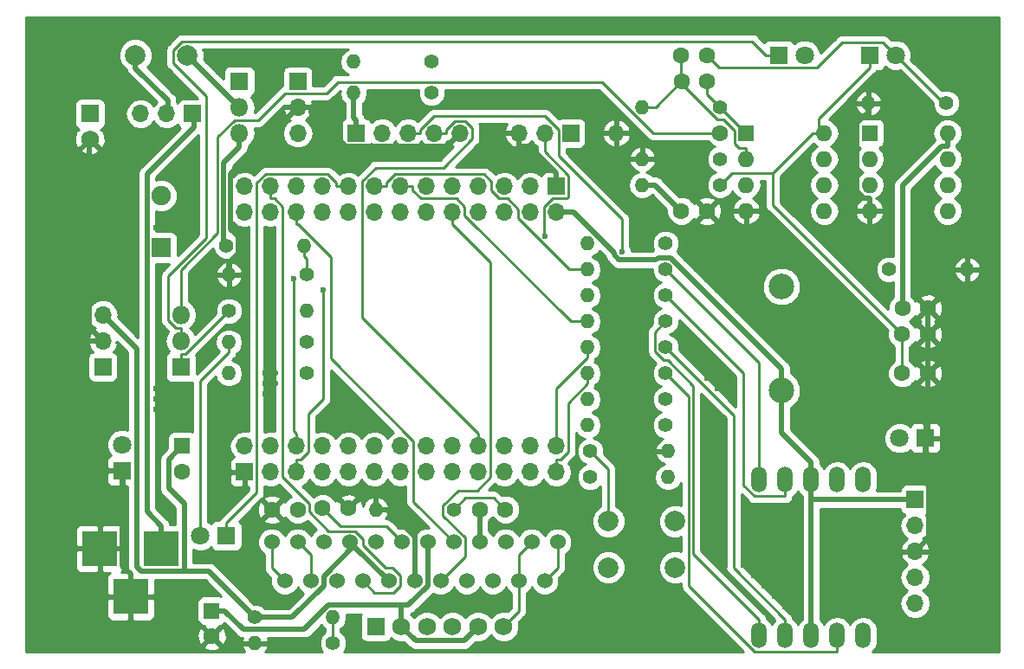
<source format=gbl>
G04 #@! TF.GenerationSoftware,KiCad,Pcbnew,5.0.0*
G04 #@! TF.CreationDate,2018-10-17T23:37:25+09:00*
G04 #@! TF.ProjectId,CheeseUnua,436865657365556E75612E6B69636164,rev?*
G04 #@! TF.SameCoordinates,Original*
G04 #@! TF.FileFunction,Copper,L2,Bot,Signal*
G04 #@! TF.FilePolarity,Positive*
%FSLAX46Y46*%
G04 Gerber Fmt 4.6, Leading zero omitted, Abs format (unit mm)*
G04 Created by KiCad (PCBNEW 5.0.0) date Wed Oct 17 23:37:25 2018*
%MOMM*%
%LPD*%
G01*
G04 APERTURE LIST*
G04 #@! TA.AperFunction,ComponentPad*
%ADD10C,1.600000*%
G04 #@! TD*
G04 #@! TA.AperFunction,ComponentPad*
%ADD11R,1.600000X1.600000*%
G04 #@! TD*
G04 #@! TA.AperFunction,ComponentPad*
%ADD12R,1.800000X1.800000*%
G04 #@! TD*
G04 #@! TA.AperFunction,ComponentPad*
%ADD13C,1.800000*%
G04 #@! TD*
G04 #@! TA.AperFunction,ComponentPad*
%ADD14R,3.500000X3.500000*%
G04 #@! TD*
G04 #@! TA.AperFunction,ComponentPad*
%ADD15R,1.750000X1.750000*%
G04 #@! TD*
G04 #@! TA.AperFunction,ComponentPad*
%ADD16C,1.750000*%
G04 #@! TD*
G04 #@! TA.AperFunction,ComponentPad*
%ADD17R,1.700000X1.700000*%
G04 #@! TD*
G04 #@! TA.AperFunction,ComponentPad*
%ADD18O,1.700000X1.700000*%
G04 #@! TD*
G04 #@! TA.AperFunction,ComponentPad*
%ADD19R,1.905000X1.905000*%
G04 #@! TD*
G04 #@! TA.AperFunction,ComponentPad*
%ADD20C,1.905000*%
G04 #@! TD*
G04 #@! TA.AperFunction,ComponentPad*
%ADD21C,2.499360*%
G04 #@! TD*
G04 #@! TA.AperFunction,ComponentPad*
%ADD22O,1.800000X1.800000*%
G04 #@! TD*
G04 #@! TA.AperFunction,ComponentPad*
%ADD23C,1.524000*%
G04 #@! TD*
G04 #@! TA.AperFunction,ComponentPad*
%ADD24O,1.524000X2.524000*%
G04 #@! TD*
G04 #@! TA.AperFunction,ComponentPad*
%ADD25O,1.600000X1.600000*%
G04 #@! TD*
G04 #@! TA.AperFunction,ComponentPad*
%ADD26C,2.000000*%
G04 #@! TD*
G04 #@! TA.AperFunction,ComponentPad*
%ADD27O,1.400000X1.400000*%
G04 #@! TD*
G04 #@! TA.AperFunction,ComponentPad*
%ADD28C,1.400000*%
G04 #@! TD*
G04 #@! TA.AperFunction,ViaPad*
%ADD29C,0.600000*%
G04 #@! TD*
G04 #@! TA.AperFunction,Conductor*
%ADD30C,0.250000*%
G04 #@! TD*
G04 #@! TA.AperFunction,Conductor*
%ADD31C,0.500000*%
G04 #@! TD*
G04 #@! TA.AperFunction,Conductor*
%ADD32C,0.254000*%
G04 #@! TD*
G04 APERTURE END LIST*
D10*
G04 #@! TO.P,C1,1*
G04 #@! TO.N,N/C*
X104775000Y-112395000D03*
G04 #@! TO.P,C1,2*
G04 #@! TO.N,GND*
X102275000Y-112395000D03*
G04 #@! TD*
G04 #@! TO.P,C2,1*
G04 #@! TO.N,Net-(C2-Pad1)*
X107188000Y-112268000D03*
G04 #@! TO.P,C2,2*
G04 #@! TO.N,GND*
X109688000Y-112268000D03*
G04 #@! TD*
G04 #@! TO.P,C3,1*
G04 #@! TO.N,+3V3*
X122555000Y-112395000D03*
G04 #@! TO.P,C3,2*
G04 #@! TO.N,Net-(C3-Pad2)*
X125055000Y-112395000D03*
G04 #@! TD*
D11*
G04 #@! TO.P,C4,1*
G04 #@! TO.N,+3V3*
X93472000Y-106172000D03*
D10*
G04 #@! TO.P,C4,2*
G04 #@! TO.N,GND*
X93472000Y-108672000D03*
G04 #@! TD*
G04 #@! TO.P,C5,1*
G04 #@! TO.N,+3.3VA*
X163830000Y-99060000D03*
G04 #@! TO.P,C5,2*
G04 #@! TO.N,GND*
X166330000Y-99060000D03*
G04 #@! TD*
D11*
G04 #@! TO.P,C6,1*
G04 #@! TO.N,+BATT*
X96367600Y-122276000D03*
D10*
G04 #@! TO.P,C6,2*
G04 #@! TO.N,GND*
X96367600Y-124776000D03*
G04 #@! TD*
G04 #@! TO.P,C7,1*
G04 #@! TO.N,/1.65V*
X142240000Y-83185000D03*
G04 #@! TO.P,C7,2*
G04 #@! TO.N,GND*
X144740000Y-83185000D03*
G04 #@! TD*
G04 #@! TO.P,C8,1*
G04 #@! TO.N,GND*
X166370000Y-92710000D03*
G04 #@! TO.P,C8,2*
G04 #@! TO.N,+BATT*
X163870000Y-92710000D03*
G04 #@! TD*
G04 #@! TO.P,C9,1*
G04 #@! TO.N,Net-(C10-Pad2)*
X142240000Y-67945000D03*
G04 #@! TO.P,C9,2*
G04 #@! TO.N,Net-(C9-Pad2)*
X144740000Y-67945000D03*
G04 #@! TD*
G04 #@! TO.P,C10,1*
G04 #@! TO.N,IR_SENSOR*
X144780000Y-70485000D03*
G04 #@! TO.P,C10,2*
G04 #@! TO.N,Net-(C10-Pad2)*
X142280000Y-70485000D03*
G04 #@! TD*
G04 #@! TO.P,C11,1*
G04 #@! TO.N,+3.3VA*
X163830000Y-95250000D03*
G04 #@! TO.P,C11,2*
G04 #@! TO.N,GND*
X166330000Y-95250000D03*
G04 #@! TD*
D12*
G04 #@! TO.P,D1,1*
G04 #@! TO.N,LED*
X97790000Y-114935000D03*
D13*
G04 #@! TO.P,D1,2*
G04 #@! TO.N,Net-(D1-Pad2)*
X95250000Y-114935000D03*
G04 #@! TD*
D12*
G04 #@! TO.P,D2,1*
G04 #@! TO.N,GND*
X87630000Y-108585000D03*
D13*
G04 #@! TO.P,D2,2*
G04 #@! TO.N,Net-(D2-Pad2)*
X87630000Y-106045000D03*
G04 #@! TD*
D12*
G04 #@! TO.P,D3,1*
G04 #@! TO.N,GND*
X166116000Y-105410000D03*
D13*
G04 #@! TO.P,D3,2*
G04 #@! TO.N,Net-(D3-Pad2)*
X163576000Y-105410000D03*
G04 #@! TD*
D12*
G04 #@! TO.P,D4,1*
G04 #@! TO.N,Net-(D4-Pad1)*
X151765000Y-67945000D03*
D13*
G04 #@! TO.P,D4,2*
G04 #@! TO.N,+BATT*
X154305000Y-67945000D03*
G04 #@! TD*
D14*
G04 #@! TO.P,J1,1*
G04 #@! TO.N,Net-(J1-Pad1)*
X91440000Y-116205000D03*
G04 #@! TO.P,J1,2*
G04 #@! TO.N,GND*
X85440000Y-116205000D03*
G04 #@! TO.P,J1,3*
X88440000Y-120905000D03*
G04 #@! TD*
D15*
G04 #@! TO.P,J2,1*
G04 #@! TO.N,Net-(J2-Pad1)*
X84455000Y-73660000D03*
D16*
G04 #@! TO.P,J2,2*
G04 #@! TO.N,GND*
X84455000Y-76160000D03*
G04 #@! TD*
D17*
G04 #@! TO.P,J7,1*
G04 #@! TO.N,GND*
X99568000Y-108712000D03*
D18*
G04 #@! TO.P,J7,2*
G04 #@! TO.N,+3V3*
X99568000Y-106172000D03*
G04 #@! TO.P,J7,3*
G04 #@! TO.N,N/C*
X102108000Y-108712000D03*
G04 #@! TO.P,J7,4*
X102108000Y-106172000D03*
G04 #@! TO.P,J7,5*
G04 #@! TO.N,TX*
X104648000Y-108712000D03*
G04 #@! TO.P,J7,6*
G04 #@! TO.N,RX*
X104648000Y-106172000D03*
G04 #@! TO.P,J7,7*
G04 #@! TO.N,N/C*
X107188000Y-108712000D03*
G04 #@! TO.P,J7,8*
X107188000Y-106172000D03*
G04 #@! TO.P,J7,9*
X109728000Y-108712000D03*
G04 #@! TO.P,J7,10*
X109728000Y-106172000D03*
G04 #@! TO.P,J7,11*
X112268000Y-108712000D03*
G04 #@! TO.P,J7,12*
X112268000Y-106172000D03*
G04 #@! TO.P,J7,13*
X114808000Y-108712000D03*
G04 #@! TO.P,J7,14*
X114808000Y-106172000D03*
G04 #@! TO.P,J7,15*
X117348000Y-108712000D03*
G04 #@! TO.P,J7,16*
G04 #@! TO.N,SWDIO*
X117348000Y-106172000D03*
G04 #@! TO.P,J7,17*
G04 #@! TO.N,SWCLK*
X119888000Y-108712000D03*
G04 #@! TO.P,J7,18*
G04 #@! TO.N,N/C*
X119888000Y-106172000D03*
G04 #@! TO.P,J7,19*
G04 #@! TO.N,LCD_SCL*
X122428000Y-108712000D03*
G04 #@! TO.P,J7,20*
G04 #@! TO.N,LCD_SDA*
X122428000Y-106172000D03*
G04 #@! TO.P,J7,21*
G04 #@! TO.N,SW*
X124968000Y-108712000D03*
G04 #@! TO.P,J7,22*
G04 #@! TO.N,BUZZER*
X124968000Y-106172000D03*
G04 #@! TO.P,J7,23*
G04 #@! TO.N,7SEG_A*
X127508000Y-108712000D03*
G04 #@! TO.P,J7,24*
G04 #@! TO.N,7SEG_B*
X127508000Y-106172000D03*
G04 #@! TO.P,J7,25*
G04 #@! TO.N,7SEG_C*
X130048000Y-108712000D03*
G04 #@! TO.P,J7,26*
G04 #@! TO.N,7SEG_D*
X130048000Y-106172000D03*
G04 #@! TD*
D17*
G04 #@! TO.P,J8,1*
G04 #@! TO.N,GND*
X130048000Y-80772000D03*
D18*
G04 #@! TO.P,J8,2*
G04 #@! TO.N,+3V3*
X130048000Y-83312000D03*
G04 #@! TO.P,J8,3*
G04 #@! TO.N,BATT_MONITOR*
X127508000Y-80772000D03*
G04 #@! TO.P,J8,4*
G04 #@! TO.N,IR_SENSOR*
X127508000Y-83312000D03*
G04 #@! TO.P,J8,5*
G04 #@! TO.N,N/C*
X124968000Y-80772000D03*
G04 #@! TO.P,J8,6*
X124968000Y-83312000D03*
G04 #@! TO.P,J8,7*
X122428000Y-80772000D03*
G04 #@! TO.P,J8,8*
X122428000Y-83312000D03*
G04 #@! TO.P,J8,9*
G04 #@! TO.N,IR_LED*
X119888000Y-80772000D03*
G04 #@! TO.P,J8,10*
G04 #@! TO.N,MOTOR_CLK*
X119888000Y-83312000D03*
G04 #@! TO.P,J8,11*
G04 #@! TO.N,N/C*
X117348000Y-80772000D03*
G04 #@! TO.P,J8,12*
X117348000Y-83312000D03*
G04 #@! TO.P,J8,13*
G04 #@! TO.N,7SEG_E*
X114808000Y-80772000D03*
G04 #@! TO.P,J8,14*
G04 #@! TO.N,7SEG_F*
X114808000Y-83312000D03*
G04 #@! TO.P,J8,15*
G04 #@! TO.N,7SEG_G*
X112268000Y-80772000D03*
G04 #@! TO.P,J8,16*
G04 #@! TO.N,7SEG_H*
X112268000Y-83312000D03*
G04 #@! TO.P,J8,17*
G04 #@! TO.N,LED*
X109728000Y-80772000D03*
G04 #@! TO.P,J8,18*
G04 #@! TO.N,LCD_RESET*
X109728000Y-83312000D03*
G04 #@! TO.P,J8,19*
G04 #@! TO.N,N/C*
X107188000Y-80772000D03*
G04 #@! TO.P,J8,20*
X107188000Y-83312000D03*
G04 #@! TO.P,J8,21*
X104648000Y-80772000D03*
G04 #@! TO.P,J8,22*
G04 #@! TO.N,MOTOR_MODE*
X104648000Y-83312000D03*
G04 #@! TO.P,J8,23*
G04 #@! TO.N,MOTOR_DIR*
X102108000Y-80772000D03*
G04 #@! TO.P,J8,24*
G04 #@! TO.N,MOTOR_RESET*
X102108000Y-83312000D03*
G04 #@! TO.P,J8,25*
G04 #@! TO.N,+3V3*
X99568000Y-80772000D03*
G04 #@! TO.P,J8,26*
G04 #@! TO.N,NRST*
X99568000Y-83312000D03*
G04 #@! TD*
D19*
G04 #@! TO.P,L1,1*
G04 #@! TO.N,+3.3VA*
X91440000Y-86766400D03*
D20*
G04 #@! TO.P,L1,2*
G04 #@! TO.N,Net-(L1-Pad2)*
X91440000Y-81686400D03*
G04 #@! TD*
D21*
G04 #@! TO.P,LS1,2*
G04 #@! TO.N,BUZZER*
X152044000Y-90576400D03*
G04 #@! TO.P,LS1,1*
G04 #@! TO.N,+3V3*
X152044000Y-100736400D03*
G04 #@! TD*
D12*
G04 #@! TO.P,Q1,1*
G04 #@! TO.N,Net-(Q1-Pad1)*
X99060000Y-70485000D03*
D22*
G04 #@! TO.P,Q1,2*
G04 #@! TO.N,Net-(F1-Pad1)*
X99060000Y-73025000D03*
G04 #@! TO.P,Q1,3*
G04 #@! TO.N,+BATT*
X99060000Y-75565000D03*
G04 #@! TD*
D12*
G04 #@! TO.P,Q2,1*
G04 #@! TO.N,Net-(Q2-Pad1)*
X93345000Y-98425000D03*
D22*
G04 #@! TO.P,Q2,2*
G04 #@! TO.N,Net-(D4-Pad1)*
X93345000Y-95885000D03*
G04 #@! TO.P,Q2,3*
G04 #@! TO.N,Net-(Q2-Pad3)*
X93345000Y-93345000D03*
G04 #@! TD*
D17*
G04 #@! TO.P,SW2,1*
G04 #@! TO.N,Net-(Q1-Pad1)*
X104775000Y-70485000D03*
D18*
G04 #@! TO.P,SW2,2*
G04 #@! TO.N,GND*
X104775000Y-73025000D03*
G04 #@! TO.P,SW2,3*
G04 #@! TO.N,N/C*
X104775000Y-75565000D03*
G04 #@! TD*
D23*
G04 #@! TO.P,U2,1*
G04 #@! TO.N,Net-(J5-Pad4)*
X130175000Y-115570000D03*
G04 #@! TO.P,U2,2*
X128905000Y-119380000D03*
G04 #@! TO.P,U2,3*
G04 #@! TO.N,Net-(J5-Pad6)*
X127635000Y-115570000D03*
G04 #@! TO.P,U2,4*
X126365000Y-119380000D03*
G04 #@! TO.P,U2,5*
G04 #@! TO.N,N/C*
X125095000Y-115570000D03*
G04 #@! TO.P,U2,6*
X123825000Y-119380000D03*
G04 #@! TO.P,U2,7*
G04 #@! TO.N,+3V3*
X122555000Y-115570000D03*
G04 #@! TO.P,U2,8*
X121285000Y-119380000D03*
G04 #@! TO.P,U2,9*
G04 #@! TO.N,MOTOR_MODE*
X120015000Y-115570000D03*
G04 #@! TO.P,U2,10*
G04 #@! TO.N,MOTOR_CLK*
X118745000Y-119380000D03*
G04 #@! TO.P,U2,11*
G04 #@! TO.N,+BATT*
X117475000Y-115570000D03*
G04 #@! TO.P,U2,12*
G04 #@! TO.N,GND*
X116205000Y-119380000D03*
G04 #@! TO.P,U2,13*
G04 #@! TO.N,Net-(C2-Pad1)*
X114935000Y-115570000D03*
G04 #@! TO.P,U2,14*
G04 #@! TO.N,+3V3*
X113665000Y-119380000D03*
G04 #@! TO.P,U2,15*
G04 #@! TO.N,MOTOR_RESET*
X112395000Y-115570000D03*
G04 #@! TO.P,U2,16*
G04 #@! TO.N,MOTOR_DIR*
X111125000Y-119380000D03*
G04 #@! TO.P,U2,17*
G04 #@! TO.N,+3V3*
X109855000Y-115570000D03*
G04 #@! TO.P,U2,18*
G04 #@! TO.N,N/C*
X108585000Y-119380000D03*
G04 #@! TO.P,U2,19*
X107315000Y-115570000D03*
G04 #@! TO.P,U2,20*
G04 #@! TO.N,Net-(J5-Pad1)*
X106045000Y-119380000D03*
G04 #@! TO.P,U2,21*
X104775000Y-115570000D03*
G04 #@! TO.P,U2,22*
G04 #@! TO.N,Net-(J5-Pad3)*
X103505000Y-119380000D03*
G04 #@! TO.P,U2,23*
X102235000Y-115570000D03*
G04 #@! TD*
D24*
G04 #@! TO.P,U3,1*
G04 #@! TO.N,Net-(R19-Pad1)*
X149860000Y-124714000D03*
G04 #@! TO.P,U3,2*
G04 #@! TO.N,Net-(R18-Pad1)*
X152400000Y-124714000D03*
G04 #@! TO.P,U3,3*
G04 #@! TO.N,+3V3*
X154940000Y-124714000D03*
G04 #@! TO.P,U3,4*
G04 #@! TO.N,Net-(R17-Pad1)*
X157480000Y-124714000D03*
G04 #@! TO.P,U3,5*
G04 #@! TO.N,Net-(R22-Pad1)*
X160020000Y-124714000D03*
G04 #@! TO.P,U3,6*
G04 #@! TO.N,Net-(R16-Pad1)*
X160020000Y-109474000D03*
G04 #@! TO.P,U3,7*
G04 #@! TO.N,Net-(R15-Pad1)*
X157480000Y-109474000D03*
G04 #@! TO.P,U3,8*
G04 #@! TO.N,+3V3*
X154940000Y-109474000D03*
G04 #@! TO.P,U3,9*
G04 #@! TO.N,Net-(R20-Pad1)*
X152400000Y-109474000D03*
G04 #@! TO.P,U3,10*
G04 #@! TO.N,Net-(R21-Pad1)*
X149860000Y-109474000D03*
G04 #@! TD*
D11*
G04 #@! TO.P,U4,1*
G04 #@! TO.N,Net-(R23-Pad2)*
X160655000Y-75565000D03*
D25*
G04 #@! TO.P,U4,5*
G04 #@! TO.N,N/C*
X168275000Y-83185000D03*
G04 #@! TO.P,U4,2*
G04 #@! TO.N,Net-(Q2-Pad3)*
X160655000Y-78105000D03*
G04 #@! TO.P,U4,6*
G04 #@! TO.N,N/C*
X168275000Y-80645000D03*
G04 #@! TO.P,U4,3*
G04 #@! TO.N,IR_LED*
X160655000Y-80645000D03*
G04 #@! TO.P,U4,7*
G04 #@! TO.N,N/C*
X168275000Y-78105000D03*
G04 #@! TO.P,U4,4*
G04 #@! TO.N,GND*
X160655000Y-83185000D03*
G04 #@! TO.P,U4,8*
G04 #@! TO.N,+BATT*
X168275000Y-75565000D03*
G04 #@! TD*
D11*
G04 #@! TO.P,U5,1*
G04 #@! TO.N,IR_SENSOR*
X148590000Y-75565000D03*
D25*
G04 #@! TO.P,U5,5*
G04 #@! TO.N,N/C*
X156210000Y-83185000D03*
G04 #@! TO.P,U5,2*
G04 #@! TO.N,Net-(C10-Pad2)*
X148590000Y-78105000D03*
G04 #@! TO.P,U5,6*
G04 #@! TO.N,N/C*
X156210000Y-80645000D03*
G04 #@! TO.P,U5,3*
G04 #@! TO.N,/1.65V*
X148590000Y-80645000D03*
G04 #@! TO.P,U5,7*
G04 #@! TO.N,N/C*
X156210000Y-78105000D03*
G04 #@! TO.P,U5,4*
G04 #@! TO.N,GND*
X148590000Y-83185000D03*
G04 #@! TO.P,U5,8*
G04 #@! TO.N,+3.3VA*
X156210000Y-75565000D03*
G04 #@! TD*
D17*
G04 #@! TO.P,U1,1*
G04 #@! TO.N,+BATT*
X85725000Y-98425000D03*
D18*
G04 #@! TO.P,U1,2*
G04 #@! TO.N,GND*
X85725000Y-95885000D03*
G04 #@! TO.P,U1,3*
G04 #@! TO.N,+3V3*
X85725000Y-93345000D03*
G04 #@! TD*
D26*
G04 #@! TO.P,F1,1*
G04 #@! TO.N,Net-(F1-Pad1)*
X93980000Y-67945000D03*
G04 #@! TO.P,F1,2*
G04 #@! TO.N,Net-(F1-Pad2)*
X88900000Y-67935000D03*
G04 #@! TD*
D17*
G04 #@! TO.P,J3,1*
G04 #@! TO.N,+3V3*
X165100000Y-111404000D03*
D18*
G04 #@! TO.P,J3,2*
G04 #@! TO.N,SWCLK*
X165100000Y-113944000D03*
G04 #@! TO.P,J3,3*
G04 #@! TO.N,GND*
X165100000Y-116484000D03*
G04 #@! TO.P,J3,4*
G04 #@! TO.N,SWDIO*
X165100000Y-119024000D03*
G04 #@! TO.P,J3,5*
G04 #@! TO.N,NRST*
X165100000Y-121564000D03*
G04 #@! TD*
D17*
G04 #@! TO.P,J4,1*
G04 #@! TO.N,RX*
X131445000Y-75565000D03*
D18*
G04 #@! TO.P,J4,2*
G04 #@! TO.N,TX*
X128905000Y-75565000D03*
G04 #@! TO.P,J4,3*
G04 #@! TO.N,GND*
X126365000Y-75565000D03*
G04 #@! TD*
D17*
G04 #@! TO.P,J6,1*
G04 #@! TO.N,+3V3*
X110490000Y-75565000D03*
D18*
G04 #@! TO.P,J6,2*
G04 #@! TO.N,LCD_RESET*
X113030000Y-75565000D03*
G04 #@! TO.P,J6,3*
G04 #@! TO.N,LCD_SCL*
X115570000Y-75565000D03*
G04 #@! TO.P,J6,4*
G04 #@! TO.N,LCD_SDA*
X118110000Y-75565000D03*
G04 #@! TO.P,J6,5*
G04 #@! TO.N,GND*
X120650000Y-75565000D03*
G04 #@! TD*
D12*
G04 #@! TO.P,D6,1*
G04 #@! TO.N,+3.3VA*
X160655000Y-67945000D03*
D13*
G04 #@! TO.P,D6,2*
G04 #@! TO.N,Net-(C9-Pad2)*
X163195000Y-67945000D03*
G04 #@! TD*
D26*
G04 #@! TO.P,SW3,2*
G04 #@! TO.N,+3V3*
X135128000Y-118038000D03*
G04 #@! TO.P,SW3,1*
G04 #@! TO.N,Net-(R11-Pad1)*
X135128000Y-113538000D03*
G04 #@! TO.P,SW3,2*
G04 #@! TO.N,+3V3*
X141628000Y-118038000D03*
G04 #@! TO.P,SW3,1*
G04 #@! TO.N,Net-(R11-Pad1)*
X141628000Y-113538000D03*
G04 #@! TD*
D16*
G04 #@! TO.P,J5,6*
G04 #@! TO.N,Net-(J5-Pad6)*
X124895000Y-123825000D03*
G04 #@! TO.P,J5,5*
G04 #@! TO.N,+BATT*
X122395000Y-123825000D03*
G04 #@! TO.P,J5,4*
G04 #@! TO.N,Net-(J5-Pad4)*
X119895000Y-123825000D03*
G04 #@! TO.P,J5,3*
G04 #@! TO.N,Net-(J5-Pad3)*
X117395000Y-123825000D03*
G04 #@! TO.P,J5,2*
G04 #@! TO.N,+BATT*
X114895000Y-123825000D03*
D15*
G04 #@! TO.P,J5,1*
G04 #@! TO.N,Net-(J5-Pad1)*
X112395000Y-123825000D03*
G04 #@! TD*
D27*
G04 #@! TO.P,R1,2*
G04 #@! TO.N,BATT_MONITOR*
X105410000Y-86563200D03*
D28*
G04 #@! TO.P,R1,1*
G04 #@! TO.N,+BATT*
X97790000Y-86563200D03*
G04 #@! TD*
G04 #@! TO.P,R2,1*
G04 #@! TO.N,BATT_MONITOR*
X105664000Y-89408000D03*
D27*
G04 #@! TO.P,R2,2*
G04 #@! TO.N,GND*
X98044000Y-89408000D03*
G04 #@! TD*
D28*
G04 #@! TO.P,R3,1*
G04 #@! TO.N,+3V3*
X100584000Y-122936000D03*
D27*
G04 #@! TO.P,R3,2*
G04 #@! TO.N,Net-(R3-Pad2)*
X108204000Y-122936000D03*
G04 #@! TD*
D28*
G04 #@! TO.P,R4,1*
G04 #@! TO.N,Net-(R3-Pad2)*
X108204000Y-125476000D03*
D27*
G04 #@! TO.P,R4,2*
G04 #@! TO.N,GND*
X100584000Y-125476000D03*
G04 #@! TD*
D28*
G04 #@! TO.P,R5,1*
G04 #@! TO.N,N/C*
X117856000Y-68580000D03*
D27*
G04 #@! TO.P,R5,2*
G04 #@! TO.N,Net-(Q1-Pad1)*
X110236000Y-68580000D03*
G04 #@! TD*
D28*
G04 #@! TO.P,R6,1*
G04 #@! TO.N,Net-(C3-Pad2)*
X120015000Y-112395000D03*
D27*
G04 #@! TO.P,R6,2*
G04 #@! TO.N,GND*
X112395000Y-112395000D03*
G04 #@! TD*
G04 #@! TO.P,R7,2*
G04 #@! TO.N,Net-(D1-Pad2)*
X98044000Y-96012000D03*
D28*
G04 #@! TO.P,R7,1*
G04 #@! TO.N,+3V3*
X105664000Y-96012000D03*
G04 #@! TD*
D27*
G04 #@! TO.P,R8,2*
G04 #@! TO.N,Net-(D2-Pad2)*
X98044000Y-99060000D03*
D28*
G04 #@! TO.P,R8,1*
G04 #@! TO.N,N/C*
X105664000Y-99060000D03*
G04 #@! TD*
G04 #@! TO.P,R9,1*
G04 #@! TO.N,Net-(L1-Pad2)*
X117856000Y-71628000D03*
D27*
G04 #@! TO.P,R9,2*
G04 #@! TO.N,+3V3*
X110236000Y-71628000D03*
G04 #@! TD*
G04 #@! TO.P,R10,2*
G04 #@! TO.N,Net-(D3-Pad2)*
X140970000Y-109220000D03*
D28*
G04 #@! TO.P,R10,1*
G04 #@! TO.N,SW*
X133350000Y-109220000D03*
G04 #@! TD*
G04 #@! TO.P,R11,1*
G04 #@! TO.N,Net-(R11-Pad1)*
X133350000Y-106680000D03*
D27*
G04 #@! TO.P,R11,2*
G04 #@! TO.N,GND*
X140970000Y-106680000D03*
G04 #@! TD*
D28*
G04 #@! TO.P,R12,1*
G04 #@! TO.N,+3.3VA*
X146050000Y-80645000D03*
D27*
G04 #@! TO.P,R12,2*
G04 #@! TO.N,/1.65V*
X138430000Y-80645000D03*
G04 #@! TD*
G04 #@! TO.P,R13,2*
G04 #@! TO.N,GND*
X138430000Y-78105000D03*
D28*
G04 #@! TO.P,R13,1*
G04 #@! TO.N,/1.65V*
X146050000Y-78105000D03*
G04 #@! TD*
D27*
G04 #@! TO.P,R14,2*
G04 #@! TO.N,GND*
X170180000Y-88900000D03*
D28*
G04 #@! TO.P,R14,1*
G04 #@! TO.N,N/C*
X162560000Y-88900000D03*
G04 #@! TD*
D27*
G04 #@! TO.P,R15,2*
G04 #@! TO.N,7SEG_A*
X133096000Y-104140000D03*
D28*
G04 #@! TO.P,R15,1*
G04 #@! TO.N,Net-(R15-Pad1)*
X140716000Y-104140000D03*
G04 #@! TD*
D27*
G04 #@! TO.P,R16,2*
G04 #@! TO.N,7SEG_B*
X133096000Y-101600000D03*
D28*
G04 #@! TO.P,R16,1*
G04 #@! TO.N,Net-(R16-Pad1)*
X140716000Y-101600000D03*
G04 #@! TD*
D27*
G04 #@! TO.P,R17,2*
G04 #@! TO.N,7SEG_C*
X133096000Y-99060000D03*
D28*
G04 #@! TO.P,R17,1*
G04 #@! TO.N,Net-(R17-Pad1)*
X140716000Y-99060000D03*
G04 #@! TD*
G04 #@! TO.P,R18,1*
G04 #@! TO.N,Net-(R18-Pad1)*
X140716000Y-96520000D03*
D27*
G04 #@! TO.P,R18,2*
G04 #@! TO.N,7SEG_D*
X133096000Y-96520000D03*
G04 #@! TD*
G04 #@! TO.P,R19,2*
G04 #@! TO.N,7SEG_E*
X133096000Y-93980000D03*
D28*
G04 #@! TO.P,R19,1*
G04 #@! TO.N,Net-(R19-Pad1)*
X140716000Y-93980000D03*
G04 #@! TD*
D27*
G04 #@! TO.P,R20,2*
G04 #@! TO.N,7SEG_F*
X133096000Y-91440000D03*
D28*
G04 #@! TO.P,R20,1*
G04 #@! TO.N,Net-(R20-Pad1)*
X140716000Y-91440000D03*
G04 #@! TD*
G04 #@! TO.P,R21,1*
G04 #@! TO.N,Net-(R21-Pad1)*
X140716000Y-88900000D03*
D27*
G04 #@! TO.P,R21,2*
G04 #@! TO.N,7SEG_G*
X133096000Y-88900000D03*
G04 #@! TD*
G04 #@! TO.P,R22,2*
G04 #@! TO.N,7SEG_H*
X133096000Y-86360000D03*
D28*
G04 #@! TO.P,R22,1*
G04 #@! TO.N,Net-(R22-Pad1)*
X140716000Y-86360000D03*
G04 #@! TD*
G04 #@! TO.P,R23,1*
G04 #@! TO.N,Net-(Q2-Pad1)*
X98044000Y-92964000D03*
D27*
G04 #@! TO.P,R23,2*
G04 #@! TO.N,Net-(R23-Pad2)*
X105664000Y-92964000D03*
G04 #@! TD*
G04 #@! TO.P,R25,2*
G04 #@! TO.N,GND*
X160528000Y-72644000D03*
D28*
G04 #@! TO.P,R25,1*
G04 #@! TO.N,Net-(C9-Pad2)*
X168148000Y-72644000D03*
G04 #@! TD*
G04 #@! TO.P,R26,1*
G04 #@! TO.N,IR_SENSOR*
X146050000Y-73025000D03*
D27*
G04 #@! TO.P,R26,2*
G04 #@! TO.N,Net-(C10-Pad2)*
X138430000Y-73025000D03*
G04 #@! TD*
D25*
G04 #@! TO.P,R24,2*
G04 #@! TO.N,GND*
X135890000Y-75565000D03*
D10*
G04 #@! TO.P,R24,1*
G04 #@! TO.N,Net-(Q2-Pad3)*
X146050000Y-75565000D03*
G04 #@! TD*
D18*
G04 #@! TO.P,JP1,3*
G04 #@! TO.N,Net-(J2-Pad1)*
X89408000Y-73660000D03*
G04 #@! TO.P,JP1,2*
G04 #@! TO.N,Net-(F1-Pad2)*
X91948000Y-73660000D03*
D17*
G04 #@! TO.P,JP1,1*
G04 #@! TO.N,Net-(J1-Pad1)*
X94488000Y-73660000D03*
G04 #@! TD*
D29*
G04 #@! TO.N,GND*
X143764000Y-88900000D03*
X144780000Y-89916000D03*
X145796000Y-90932000D03*
X146812000Y-91948000D03*
X147828000Y-92964000D03*
X142748000Y-87884000D03*
X127000000Y-123952000D03*
X128016000Y-123952000D03*
X129032000Y-123952000D03*
X130048000Y-123952000D03*
X131064000Y-123952000D03*
X132080000Y-123952000D03*
X133096000Y-123952000D03*
X134112000Y-123952000D03*
X132080000Y-116332000D03*
X132080000Y-116332000D03*
X132080000Y-116332000D03*
X133096000Y-116332000D03*
X144780000Y-112268000D03*
X144780000Y-113284000D03*
X144780000Y-114300000D03*
X149352000Y-112268000D03*
X149352000Y-113284000D03*
X149352000Y-114300000D03*
X155448000Y-103632000D03*
X156464000Y-103632000D03*
X137160000Y-104140000D03*
X137160000Y-106680000D03*
X101600000Y-101092000D03*
X101600000Y-100076000D03*
X101600000Y-99060000D03*
X102616000Y-100076000D03*
X102616000Y-99060000D03*
X135128000Y-81280000D03*
X136144000Y-82296000D03*
X137160000Y-83312000D03*
X142748000Y-97028000D03*
X145796000Y-100584000D03*
X144780000Y-99568000D03*
X142748000Y-96012000D03*
X148336000Y-117856000D03*
X149352000Y-118872000D03*
X150368000Y-119888000D03*
X151384000Y-120904000D03*
X152400000Y-121920000D03*
X127000000Y-112268000D03*
X128016000Y-112268000D03*
X102108000Y-103632000D03*
X112268000Y-104140000D03*
X110744000Y-104140000D03*
X117348000Y-121920000D03*
X119380000Y-121920000D03*
X90932000Y-102616000D03*
X90932000Y-101600000D03*
X90932000Y-100584000D03*
X90932000Y-84836000D03*
X91948000Y-84836000D03*
X92964000Y-84328000D03*
X96012000Y-67564000D03*
X97028000Y-67564000D03*
X98552000Y-67564000D03*
X96012000Y-68580000D03*
X97028000Y-69596000D03*
G04 #@! TO.N,RX*
X104356500Y-89820500D03*
G04 #@! TO.N,TX*
X107264600Y-90906200D03*
X128961000Y-85642500D03*
G04 #@! TO.N,LCD_SCL*
X136419700Y-87148000D03*
G04 #@! TD*
D30*
G04 #@! TO.N,BATT_MONITOR*
X105410000Y-86563200D02*
X105410000Y-87588500D01*
X105664000Y-89408000D02*
X105664000Y-87842500D01*
X105664000Y-87842500D02*
X105410000Y-87588500D01*
D31*
G04 #@! TO.N,GND*
X112395000Y-112395000D02*
X113545300Y-112395000D01*
X113545300Y-112395000D02*
X116205000Y-115054700D01*
X116205000Y-115054700D02*
X116205000Y-119380000D01*
X138430000Y-78105000D02*
X139660000Y-78105000D01*
X139660000Y-78105000D02*
X144740000Y-83185000D01*
X166330000Y-95250000D02*
X166330000Y-99060000D01*
X166370000Y-92710000D02*
X166370000Y-95210000D01*
X166370000Y-95210000D02*
X166330000Y-95250000D01*
X120650000Y-75565000D02*
X119337400Y-76877600D01*
X119337400Y-76877600D02*
X109440300Y-76877600D01*
X109440300Y-76877600D02*
X106075300Y-73512600D01*
X106075300Y-73512600D02*
X106075300Y-73025000D01*
X87630000Y-116205000D02*
X87640300Y-116205000D01*
X85440000Y-116205000D02*
X87630000Y-116205000D01*
X87630000Y-108585000D02*
X87630000Y-116205000D01*
X160528000Y-72644000D02*
X160528000Y-73794300D01*
X160655000Y-83185000D02*
X160655000Y-81934700D01*
X160655000Y-81934700D02*
X160108000Y-81934700D01*
X160108000Y-81934700D02*
X159385100Y-81211800D01*
X159385100Y-81211800D02*
X159385100Y-74579900D01*
X159385100Y-74579900D02*
X160170700Y-73794300D01*
X160170700Y-73794300D02*
X160528000Y-73794300D01*
X98044000Y-89408000D02*
X98044000Y-88257700D01*
X98044000Y-88257700D02*
X98940400Y-87361300D01*
X98940400Y-87361300D02*
X98940400Y-85655400D01*
X98940400Y-85655400D02*
X98227800Y-84942800D01*
X98227800Y-84942800D02*
X98227800Y-79572200D01*
X98227800Y-79572200D02*
X104775000Y-73025000D01*
X104775000Y-73025000D02*
X106075300Y-73025000D01*
X166116000Y-106085100D02*
X166330000Y-105871100D01*
X166330000Y-105871100D02*
X166330000Y-99060000D01*
X166116000Y-106085100D02*
X166116000Y-106760300D01*
X166116000Y-105410000D02*
X166116000Y-106085100D01*
X88440000Y-120905000D02*
X88440000Y-118704700D01*
X88440000Y-118704700D02*
X87640300Y-117905000D01*
X87640300Y-117905000D02*
X87640300Y-116205000D01*
X84455000Y-76160000D02*
X84398000Y-76217000D01*
X84398000Y-76217000D02*
X84398000Y-94558000D01*
X84398000Y-94558000D02*
X85725000Y-95885000D01*
X126365000Y-75565000D02*
X126365000Y-76865300D01*
X130048000Y-80772000D02*
X130048000Y-79471700D01*
X126365000Y-76865300D02*
X127441600Y-76865300D01*
X127441600Y-76865300D02*
X130048000Y-79471700D01*
X165100000Y-116484000D02*
X166400400Y-115183600D01*
X166400400Y-115183600D02*
X166400400Y-107044700D01*
X166400400Y-107044700D02*
X166116000Y-106760300D01*
D30*
G04 #@! TO.N,Net-(C2-Pad1)*
X114935000Y-115570000D02*
X113394400Y-114029400D01*
X113394400Y-114029400D02*
X108949400Y-114029400D01*
X108949400Y-114029400D02*
X107188000Y-112268000D01*
D31*
G04 #@! TO.N,+3V3*
X130048000Y-83312000D02*
X131701600Y-83312000D01*
X131701600Y-83312000D02*
X135669400Y-87279800D01*
X135669400Y-87279800D02*
X135669400Y-87458800D01*
X135669400Y-87458800D02*
X136161100Y-87950500D01*
X136161100Y-87950500D02*
X139765700Y-87950500D01*
X139765700Y-87950500D02*
X139986900Y-87729300D01*
X139986900Y-87729300D02*
X141179300Y-87729300D01*
X141179300Y-87729300D02*
X152044000Y-98594000D01*
X152044000Y-98594000D02*
X152044000Y-100736400D01*
X154940000Y-107761700D02*
X152044000Y-104865700D01*
X152044000Y-104865700D02*
X152044000Y-100736400D01*
X154940000Y-111404000D02*
X154940000Y-111186300D01*
X154940000Y-123001700D02*
X154940000Y-111404000D01*
X154940000Y-111404000D02*
X165100000Y-111404000D01*
X110490000Y-75565000D02*
X110490000Y-74264700D01*
X110236000Y-71628000D02*
X110236000Y-74010700D01*
X110236000Y-74010700D02*
X110490000Y-74264700D01*
X110252500Y-115967500D02*
X113665000Y-119380000D01*
X109855000Y-115570000D02*
X110252500Y-115967500D01*
X110252500Y-115967500D02*
X107315000Y-118905000D01*
X107315000Y-118905000D02*
X107315000Y-119847300D01*
X107315000Y-119847300D02*
X104226300Y-122936000D01*
X104226300Y-122936000D02*
X100584000Y-122936000D01*
X100584000Y-122936000D02*
X96067000Y-118419000D01*
X96067000Y-118419000D02*
X93667200Y-118419000D01*
X93667200Y-118419000D02*
X93667200Y-111841100D01*
X93667200Y-111841100D02*
X92152200Y-110326100D01*
X92152200Y-110326100D02*
X92152200Y-107491800D01*
X92152200Y-107491800D02*
X93472000Y-106172000D01*
X93667200Y-118419000D02*
X89446000Y-118419000D01*
X89446000Y-118419000D02*
X89037900Y-118010900D01*
X89037900Y-118010900D02*
X89037900Y-96657900D01*
X89037900Y-96657900D02*
X85725000Y-93345000D01*
X154940000Y-109474000D02*
X154940000Y-111186300D01*
X154940000Y-124714000D02*
X154940000Y-123001700D01*
X122555000Y-115570000D02*
X122555000Y-112395000D01*
X154940000Y-109474000D02*
X154940000Y-107761700D01*
D30*
G04 #@! TO.N,+3.3VA*
X160655000Y-67945000D02*
X160655000Y-69170300D01*
X155647400Y-75565000D02*
X155647400Y-74177900D01*
X155647400Y-74177900D02*
X160655000Y-69170300D01*
X155647400Y-75565000D02*
X155084700Y-75565000D01*
X156210000Y-75565000D02*
X155647400Y-75565000D01*
X151212700Y-79454400D02*
X155084700Y-75582400D01*
X155084700Y-75582400D02*
X155084700Y-75565000D01*
X151212700Y-79454400D02*
X151212700Y-82632700D01*
X151212700Y-82632700D02*
X163830000Y-95250000D01*
X146050000Y-80645000D02*
X147240600Y-79454400D01*
X147240600Y-79454400D02*
X151212700Y-79454400D01*
X163830000Y-95250000D02*
X163830000Y-99060000D01*
D31*
G04 #@! TO.N,+BATT*
X114895000Y-123825000D02*
X116281700Y-125211700D01*
X116281700Y-125211700D02*
X121008300Y-125211700D01*
X121008300Y-125211700D02*
X122395000Y-123825000D01*
X114895000Y-121757100D02*
X114895000Y-123825000D01*
X99060000Y-76915300D02*
X97527400Y-78447900D01*
X97527400Y-78447900D02*
X97527400Y-86300600D01*
X97527400Y-86300600D02*
X97790000Y-86563200D01*
X114895000Y-121757100D02*
X115573700Y-121757100D01*
X115573700Y-121757100D02*
X117475000Y-119855800D01*
X117475000Y-119855800D02*
X117475000Y-115570000D01*
X114895000Y-121757100D02*
X107756100Y-121757100D01*
X107756100Y-121757100D02*
X105420600Y-124092600D01*
X105420600Y-124092600D02*
X99434500Y-124092600D01*
X99434500Y-124092600D02*
X97617900Y-122276000D01*
X96367600Y-122276000D02*
X97617900Y-122276000D01*
X168275000Y-75565000D02*
X168275000Y-76815300D01*
X168275000Y-76815300D02*
X167728000Y-76815300D01*
X167728000Y-76815300D02*
X163870000Y-80673300D01*
X163870000Y-80673300D02*
X163870000Y-92710000D01*
X99060000Y-75565000D02*
X99060000Y-76915300D01*
G04 #@! TO.N,/1.65V*
X138430000Y-80645000D02*
X139700000Y-80645000D01*
X139700000Y-80645000D02*
X142240000Y-83185000D01*
D30*
G04 #@! TO.N,Net-(C10-Pad2)*
X142161000Y-70604000D02*
X142280000Y-70485000D01*
X138430000Y-73025000D02*
X139740000Y-73025000D01*
X139740000Y-73025000D02*
X142161000Y-70604000D01*
X142161000Y-70604000D02*
X145792300Y-74235400D01*
X145792300Y-74235400D02*
X146385000Y-74235400D01*
X146385000Y-74235400D02*
X147464700Y-75315100D01*
X147464700Y-75315100D02*
X147464700Y-76557800D01*
X147464700Y-76557800D02*
X147886600Y-76979700D01*
X147886600Y-76979700D02*
X148590000Y-76979700D01*
X148590000Y-78105000D02*
X148590000Y-76979700D01*
X142280000Y-70485000D02*
X142240000Y-70445000D01*
X142240000Y-70445000D02*
X142240000Y-67945000D01*
G04 #@! TO.N,Net-(C9-Pad2)*
X144740000Y-67945000D02*
X145965400Y-69170400D01*
X145965400Y-69170400D02*
X155483800Y-69170400D01*
X155483800Y-69170400D02*
X157934600Y-66719600D01*
X157934600Y-66719600D02*
X161969600Y-66719600D01*
X161969600Y-66719600D02*
X163195000Y-67945000D01*
X168148000Y-72644000D02*
X167894000Y-72644000D01*
X167894000Y-72644000D02*
X163195000Y-67945000D01*
G04 #@! TO.N,IR_SENSOR*
X148590000Y-75565000D02*
X146050000Y-73025000D01*
X146050000Y-73025000D02*
X144780000Y-71755000D01*
X144780000Y-71755000D02*
X144780000Y-70485000D01*
G04 #@! TO.N,LED*
X97790000Y-114935000D02*
X97790000Y-113709700D01*
X109728000Y-80772000D02*
X108552700Y-80772000D01*
X108552700Y-80772000D02*
X108552700Y-80404700D01*
X108552700Y-80404700D02*
X107712000Y-79564000D01*
X107712000Y-79564000D02*
X101623300Y-79564000D01*
X101623300Y-79564000D02*
X100758800Y-80428500D01*
X100758800Y-80428500D02*
X100758800Y-110740900D01*
X100758800Y-110740900D02*
X97790000Y-113709700D01*
G04 #@! TO.N,Net-(D1-Pad2)*
X98044000Y-96012000D02*
X98044000Y-97037300D01*
X98044000Y-97037300D02*
X95250000Y-99831300D01*
X95250000Y-99831300D02*
X95250000Y-114935000D01*
G04 #@! TO.N,Net-(D4-Pad1)*
X93345000Y-94659700D02*
X92885500Y-94659700D01*
X92885500Y-94659700D02*
X92117100Y-93891300D01*
X92117100Y-93891300D02*
X92117100Y-89507700D01*
X92117100Y-89507700D02*
X95799300Y-85825500D01*
X95799300Y-85825500D02*
X95799300Y-71920900D01*
X95799300Y-71920900D02*
X92624800Y-68746400D01*
X92624800Y-68746400D02*
X92624800Y-67420500D01*
X92624800Y-67420500D02*
X93457500Y-66587800D01*
X93457500Y-66587800D02*
X149182500Y-66587800D01*
X149182500Y-66587800D02*
X150539700Y-67945000D01*
X151765000Y-67945000D02*
X150539700Y-67945000D01*
X93345000Y-95885000D02*
X93345000Y-94659700D01*
D31*
G04 #@! TO.N,Net-(F1-Pad1)*
X93980000Y-67945000D02*
X99060000Y-73025000D01*
G04 #@! TO.N,Net-(F1-Pad2)*
X92075000Y-73660000D02*
X92075000Y-72359700D01*
X88900000Y-67935000D02*
X88900000Y-69184700D01*
X88900000Y-69184700D02*
X92075000Y-72359700D01*
G04 #@! TO.N,Net-(J1-Pad1)*
X91440000Y-116205000D02*
X91440000Y-114004700D01*
X94615000Y-73660000D02*
X94615000Y-74960300D01*
X94615000Y-74960300D02*
X90037100Y-79538200D01*
X90037100Y-79538200D02*
X90037100Y-112601800D01*
X90037100Y-112601800D02*
X91440000Y-114004700D01*
D30*
G04 #@! TO.N,RX*
X104648000Y-106172000D02*
X104648000Y-104996700D01*
X104356500Y-89820500D02*
X104356500Y-104705200D01*
X104356500Y-104705200D02*
X104648000Y-104996700D01*
G04 #@! TO.N,TX*
X128905000Y-76740300D02*
X128905000Y-77377100D01*
X128905000Y-77377100D02*
X131223300Y-79695400D01*
X131223300Y-79695400D02*
X131223300Y-81803200D01*
X131223300Y-81803200D02*
X131079100Y-81947400D01*
X131079100Y-81947400D02*
X129700000Y-81947400D01*
X129700000Y-81947400D02*
X128872600Y-82774800D01*
X128872600Y-82774800D02*
X128872600Y-85554100D01*
X128872600Y-85554100D02*
X128961000Y-85642500D01*
X128905000Y-75565000D02*
X128905000Y-76740300D01*
X104648000Y-108712000D02*
X104648000Y-107536700D01*
X107264600Y-90906200D02*
X107264600Y-101536900D01*
X107264600Y-101536900D02*
X105823300Y-102978200D01*
X105823300Y-102978200D02*
X105823300Y-106728800D01*
X105823300Y-106728800D02*
X105015400Y-107536700D01*
X105015400Y-107536700D02*
X104648000Y-107536700D01*
G04 #@! TO.N,Net-(J5-Pad1)*
X104775000Y-115570000D02*
X106045000Y-116840000D01*
X106045000Y-116840000D02*
X106045000Y-119380000D01*
G04 #@! TO.N,Net-(J5-Pad3)*
X102235000Y-115570000D02*
X102235000Y-118110000D01*
X102235000Y-118110000D02*
X103505000Y-119380000D01*
G04 #@! TO.N,Net-(J5-Pad4)*
X128905000Y-119380000D02*
X130175000Y-118110000D01*
X130175000Y-118110000D02*
X130175000Y-115570000D01*
G04 #@! TO.N,Net-(J5-Pad6)*
X126365000Y-119380000D02*
X126365000Y-116840000D01*
X126365000Y-116840000D02*
X127635000Y-115570000D01*
X124895000Y-123825000D02*
X126365000Y-122355000D01*
X126365000Y-122355000D02*
X126365000Y-119380000D01*
G04 #@! TO.N,LCD_SCL*
X115570000Y-75565000D02*
X116745300Y-75565000D01*
X116745300Y-75565000D02*
X116745300Y-75197700D01*
X116745300Y-75197700D02*
X118045700Y-73897300D01*
X118045700Y-73897300D02*
X128961400Y-73897300D01*
X128961400Y-73897300D02*
X130269500Y-75205400D01*
X130269500Y-75205400D02*
X130269500Y-77786500D01*
X130269500Y-77786500D02*
X136419700Y-83936700D01*
X136419700Y-83936700D02*
X136419700Y-87148000D01*
G04 #@! TO.N,LCD_SDA*
X122428000Y-106172000D02*
X122428000Y-104996700D01*
X118110000Y-75565000D02*
X119285300Y-75565000D01*
X119285300Y-75565000D02*
X119285300Y-75197700D01*
X119285300Y-75197700D02*
X120132300Y-74350700D01*
X120132300Y-74350700D02*
X121139400Y-74350700D01*
X121139400Y-74350700D02*
X121826600Y-75037900D01*
X121826600Y-75037900D02*
X121826600Y-76108000D01*
X121826600Y-76108000D02*
X118982300Y-78952300D01*
X118982300Y-78952300D02*
X112379700Y-78952300D01*
X112379700Y-78952300D02*
X111074900Y-80257100D01*
X111074900Y-80257100D02*
X111074900Y-93643600D01*
X111074900Y-93643600D02*
X122428000Y-104996700D01*
G04 #@! TO.N,7SEG_C*
X130048000Y-108712000D02*
X130048000Y-107536700D01*
X133096000Y-99060000D02*
X133096000Y-100085300D01*
X133096000Y-100085300D02*
X131223300Y-101958000D01*
X131223300Y-101958000D02*
X131223300Y-106728800D01*
X131223300Y-106728800D02*
X130415400Y-107536700D01*
X130415400Y-107536700D02*
X130048000Y-107536700D01*
G04 #@! TO.N,7SEG_D*
X133096000Y-96520000D02*
X133096000Y-97545300D01*
X133096000Y-97545300D02*
X130048000Y-100593300D01*
X130048000Y-100593300D02*
X130048000Y-106172000D01*
G04 #@! TO.N,MOTOR_CLK*
X119888000Y-83312000D02*
X119888000Y-84487300D01*
X118745000Y-119380000D02*
X121126900Y-116998100D01*
X121126900Y-116998100D02*
X121126900Y-115144100D01*
X121126900Y-115144100D02*
X118958600Y-112975800D01*
X118958600Y-112975800D02*
X118958600Y-111978900D01*
X118958600Y-111978900D02*
X120430000Y-110507500D01*
X120430000Y-110507500D02*
X122314300Y-110507500D01*
X122314300Y-110507500D02*
X123607800Y-109214000D01*
X123607800Y-109214000D02*
X123607800Y-88207100D01*
X123607800Y-88207100D02*
X119888000Y-84487300D01*
G04 #@! TO.N,7SEG_E*
X114808000Y-80772000D02*
X115983300Y-80772000D01*
X133096000Y-93980000D02*
X131422500Y-93980000D01*
X131422500Y-93980000D02*
X121063400Y-83620900D01*
X121063400Y-83620900D02*
X121063400Y-82732700D01*
X121063400Y-82732700D02*
X120278000Y-81947300D01*
X120278000Y-81947300D02*
X116791200Y-81947300D01*
X116791200Y-81947300D02*
X115983300Y-81139400D01*
X115983300Y-81139400D02*
X115983300Y-80772000D01*
G04 #@! TO.N,7SEG_G*
X112268000Y-80772000D02*
X113443300Y-80772000D01*
X133096000Y-88900000D02*
X131317700Y-88900000D01*
X131317700Y-88900000D02*
X126332600Y-83914900D01*
X126332600Y-83914900D02*
X126332600Y-83012400D01*
X126332600Y-83012400D02*
X125267600Y-81947400D01*
X125267600Y-81947400D02*
X124442400Y-81947400D01*
X124442400Y-81947400D02*
X123698000Y-81203000D01*
X123698000Y-81203000D02*
X123698000Y-80299300D01*
X123698000Y-80299300D02*
X122995400Y-79596700D01*
X122995400Y-79596700D02*
X114251200Y-79596700D01*
X114251200Y-79596700D02*
X113443300Y-80404600D01*
X113443300Y-80404600D02*
X113443300Y-80772000D01*
G04 #@! TO.N,MOTOR_MODE*
X104648000Y-83312000D02*
X104648000Y-84487300D01*
X120015000Y-115570000D02*
X116078000Y-111633000D01*
X116078000Y-111633000D02*
X116078000Y-105716300D01*
X116078000Y-105716300D02*
X107974100Y-97612400D01*
X107974100Y-97612400D02*
X107974100Y-87666500D01*
X107974100Y-87666500D02*
X104794900Y-84487300D01*
X104794900Y-84487300D02*
X104648000Y-84487300D01*
G04 #@! TO.N,MOTOR_DIR*
X102108000Y-80772000D02*
X102108000Y-81947300D01*
X111125000Y-119380000D02*
X112258100Y-120513100D01*
X112258100Y-120513100D02*
X114070700Y-120513100D01*
X114070700Y-120513100D02*
X114752400Y-119831400D01*
X114752400Y-119831400D02*
X114752400Y-118872200D01*
X114752400Y-118872200D02*
X113990200Y-118110000D01*
X113990200Y-118110000D02*
X113386500Y-118110000D01*
X113386500Y-118110000D02*
X111125000Y-115848500D01*
X111125000Y-115848500D02*
X111125000Y-115250800D01*
X111125000Y-115250800D02*
X110356900Y-114482700D01*
X110356900Y-114482700D02*
X107791000Y-114482700D01*
X107791000Y-114482700D02*
X105918100Y-112609800D01*
X105918100Y-112609800D02*
X105918100Y-111846800D01*
X105918100Y-111846800D02*
X103283300Y-109212000D01*
X103283300Y-109212000D02*
X103283300Y-82755200D01*
X103283300Y-82755200D02*
X102475400Y-81947300D01*
X102475400Y-81947300D02*
X102108000Y-81947300D01*
G04 #@! TO.N,Net-(Q2-Pad1)*
X93345000Y-98425000D02*
X93345000Y-97199700D01*
X98044000Y-92964000D02*
X93808300Y-97199700D01*
X93808300Y-97199700D02*
X93345000Y-97199700D01*
G04 #@! TO.N,Net-(Q2-Pad3)*
X93345000Y-93345000D02*
X93345000Y-92119700D01*
X146050000Y-75565000D02*
X139475600Y-75565000D01*
X139475600Y-75565000D02*
X134487800Y-70577200D01*
X134487800Y-70577200D02*
X108663700Y-70577200D01*
X108663700Y-70577200D02*
X107580500Y-71660400D01*
X107580500Y-71660400D02*
X103549800Y-71660400D01*
X103549800Y-71660400D02*
X100915200Y-74295000D01*
X100915200Y-74295000D02*
X98591900Y-74295000D01*
X98591900Y-74295000D02*
X96952000Y-75934900D01*
X96952000Y-75934900D02*
X96952000Y-85309700D01*
X96952000Y-85309700D02*
X93345000Y-88916700D01*
X93345000Y-88916700D02*
X93345000Y-92119700D01*
G04 #@! TO.N,Net-(R17-Pad1)*
X140716000Y-99060000D02*
X142978500Y-101322500D01*
X142978500Y-101322500D02*
X142978500Y-119881900D01*
X142978500Y-119881900D02*
X149397900Y-126301300D01*
X149397900Y-126301300D02*
X157480000Y-126301300D01*
X157480000Y-124714000D02*
X157480000Y-126301300D01*
G04 #@! TO.N,Net-(R18-Pad1)*
X152400000Y-124714000D02*
X152400000Y-123126700D01*
X140716000Y-96520000D02*
X147341000Y-103145000D01*
X147341000Y-103145000D02*
X147341000Y-118067700D01*
X147341000Y-118067700D02*
X152400000Y-123126700D01*
G04 #@! TO.N,Net-(R19-Pad1)*
X140716000Y-93980000D02*
X139687800Y-95008200D01*
X139687800Y-95008200D02*
X139687800Y-96943100D01*
X139687800Y-96943100D02*
X140534700Y-97790000D01*
X140534700Y-97790000D02*
X140941300Y-97790000D01*
X140941300Y-97790000D02*
X143428900Y-100277600D01*
X143428900Y-100277600D02*
X143428900Y-116695600D01*
X143428900Y-116695600D02*
X149860000Y-123126700D01*
X149860000Y-124714000D02*
X149860000Y-123126700D01*
G04 #@! TO.N,Net-(R20-Pad1)*
X140716000Y-91440000D02*
X148344400Y-99068400D01*
X148344400Y-99068400D02*
X148344400Y-110015400D01*
X148344400Y-110015400D02*
X149390300Y-111061300D01*
X149390300Y-111061300D02*
X152400000Y-111061300D01*
X152400000Y-109474000D02*
X152400000Y-111061300D01*
G04 #@! TO.N,Net-(R21-Pad1)*
X140716000Y-88900000D02*
X149860000Y-98044000D01*
X149860000Y-98044000D02*
X149860000Y-109474000D01*
G04 #@! TO.N,Net-(C3-Pad2)*
X120015000Y-112395000D02*
X121150600Y-111259400D01*
X121150600Y-111259400D02*
X123919400Y-111259400D01*
X123919400Y-111259400D02*
X125055000Y-112395000D01*
G04 #@! TO.N,Net-(R3-Pad2)*
X108204000Y-125476000D02*
X108204000Y-122936000D01*
G04 #@! TO.N,Net-(R11-Pad1)*
X133350000Y-106680000D02*
X135128000Y-108458000D01*
X135128000Y-108458000D02*
X135128000Y-113538000D01*
G04 #@! TD*
D32*
G04 #@! TO.N,GND*
G36*
X173280000Y-126290000D02*
X160924184Y-126290000D01*
X161027180Y-126221180D01*
X161335944Y-125759082D01*
X161417000Y-125351588D01*
X161417000Y-124076412D01*
X161335944Y-123668918D01*
X161027179Y-123206820D01*
X160565081Y-122898056D01*
X160020000Y-122789632D01*
X159474918Y-122898056D01*
X159012820Y-123206821D01*
X158750000Y-123600159D01*
X158487179Y-123206820D01*
X158025081Y-122898056D01*
X157480000Y-122789632D01*
X156934918Y-122898056D01*
X156472820Y-123206821D01*
X156210000Y-123600159D01*
X155947179Y-123206820D01*
X155825000Y-123125183D01*
X155825000Y-119024000D01*
X163585908Y-119024000D01*
X163701161Y-119603418D01*
X164029375Y-120094625D01*
X164327761Y-120294000D01*
X164029375Y-120493375D01*
X163701161Y-120984582D01*
X163585908Y-121564000D01*
X163701161Y-122143418D01*
X164029375Y-122634625D01*
X164520582Y-122962839D01*
X164953744Y-123049000D01*
X165246256Y-123049000D01*
X165679418Y-122962839D01*
X166170625Y-122634625D01*
X166498839Y-122143418D01*
X166614092Y-121564000D01*
X166498839Y-120984582D01*
X166170625Y-120493375D01*
X165872239Y-120294000D01*
X166170625Y-120094625D01*
X166498839Y-119603418D01*
X166614092Y-119024000D01*
X166498839Y-118444582D01*
X166170625Y-117953375D01*
X165851522Y-117740157D01*
X165981358Y-117679183D01*
X166371645Y-117250924D01*
X166541476Y-116840890D01*
X166420155Y-116611000D01*
X165227000Y-116611000D01*
X165227000Y-116631000D01*
X164973000Y-116631000D01*
X164973000Y-116611000D01*
X163779845Y-116611000D01*
X163658524Y-116840890D01*
X163828355Y-117250924D01*
X164218642Y-117679183D01*
X164348478Y-117740157D01*
X164029375Y-117953375D01*
X163701161Y-118444582D01*
X163585908Y-119024000D01*
X155825000Y-119024000D01*
X155825000Y-112289000D01*
X163609522Y-112289000D01*
X163651843Y-112501765D01*
X163792191Y-112711809D01*
X164002235Y-112852157D01*
X164047619Y-112861184D01*
X164029375Y-112873375D01*
X163701161Y-113364582D01*
X163585908Y-113944000D01*
X163701161Y-114523418D01*
X164029375Y-115014625D01*
X164348478Y-115227843D01*
X164218642Y-115288817D01*
X163828355Y-115717076D01*
X163658524Y-116127110D01*
X163779845Y-116357000D01*
X164973000Y-116357000D01*
X164973000Y-116337000D01*
X165227000Y-116337000D01*
X165227000Y-116357000D01*
X166420155Y-116357000D01*
X166541476Y-116127110D01*
X166371645Y-115717076D01*
X165981358Y-115288817D01*
X165851522Y-115227843D01*
X166170625Y-115014625D01*
X166498839Y-114523418D01*
X166614092Y-113944000D01*
X166498839Y-113364582D01*
X166170625Y-112873375D01*
X166152381Y-112861184D01*
X166197765Y-112852157D01*
X166407809Y-112711809D01*
X166548157Y-112501765D01*
X166597440Y-112254000D01*
X166597440Y-110554000D01*
X166548157Y-110306235D01*
X166407809Y-110096191D01*
X166197765Y-109955843D01*
X165950000Y-109906560D01*
X164250000Y-109906560D01*
X164002235Y-109955843D01*
X163792191Y-110096191D01*
X163651843Y-110306235D01*
X163609522Y-110519000D01*
X161335960Y-110519000D01*
X161417000Y-110111588D01*
X161417000Y-108836412D01*
X161335944Y-108428918D01*
X161027179Y-107966820D01*
X160565081Y-107658056D01*
X160020000Y-107549632D01*
X159474918Y-107658056D01*
X159012820Y-107966821D01*
X158750000Y-108360159D01*
X158487179Y-107966820D01*
X158025081Y-107658056D01*
X157480000Y-107549632D01*
X156934918Y-107658056D01*
X156472820Y-107966821D01*
X156210000Y-108360159D01*
X155947179Y-107966820D01*
X155825000Y-107885183D01*
X155825000Y-107848859D01*
X155842337Y-107761699D01*
X155825000Y-107674539D01*
X155825000Y-107674535D01*
X155773652Y-107416390D01*
X155663958Y-107252222D01*
X155627424Y-107197545D01*
X155627423Y-107197544D01*
X155578049Y-107123651D01*
X155504156Y-107074277D01*
X153534549Y-105104670D01*
X162041000Y-105104670D01*
X162041000Y-105715330D01*
X162274690Y-106279507D01*
X162706493Y-106711310D01*
X163270670Y-106945000D01*
X163881330Y-106945000D01*
X164445507Y-106711310D01*
X164621861Y-106534956D01*
X164677673Y-106669699D01*
X164856302Y-106848327D01*
X165089691Y-106945000D01*
X165830250Y-106945000D01*
X165989000Y-106786250D01*
X165989000Y-105537000D01*
X166243000Y-105537000D01*
X166243000Y-106786250D01*
X166401750Y-106945000D01*
X167142309Y-106945000D01*
X167375698Y-106848327D01*
X167554327Y-106669699D01*
X167651000Y-106436310D01*
X167651000Y-105695750D01*
X167492250Y-105537000D01*
X166243000Y-105537000D01*
X165989000Y-105537000D01*
X165969000Y-105537000D01*
X165969000Y-105283000D01*
X165989000Y-105283000D01*
X165989000Y-104033750D01*
X166243000Y-104033750D01*
X166243000Y-105283000D01*
X167492250Y-105283000D01*
X167651000Y-105124250D01*
X167651000Y-104383690D01*
X167554327Y-104150301D01*
X167375698Y-103971673D01*
X167142309Y-103875000D01*
X166401750Y-103875000D01*
X166243000Y-104033750D01*
X165989000Y-104033750D01*
X165830250Y-103875000D01*
X165089691Y-103875000D01*
X164856302Y-103971673D01*
X164677673Y-104150301D01*
X164621861Y-104285044D01*
X164445507Y-104108690D01*
X163881330Y-103875000D01*
X163270670Y-103875000D01*
X162706493Y-104108690D01*
X162274690Y-104540493D01*
X162041000Y-105104670D01*
X153534549Y-105104670D01*
X152929000Y-104499122D01*
X152929000Y-102409784D01*
X153111585Y-102334155D01*
X153641755Y-101803985D01*
X153928680Y-101111286D01*
X153928680Y-100361514D01*
X153641755Y-99668815D01*
X153111585Y-99138645D01*
X152929000Y-99063016D01*
X152929000Y-98681159D01*
X152946337Y-98593999D01*
X152929000Y-98506839D01*
X152929000Y-98506835D01*
X152877652Y-98248690D01*
X152682049Y-97955951D01*
X152608157Y-97906578D01*
X144903093Y-90201514D01*
X150159320Y-90201514D01*
X150159320Y-90951286D01*
X150446245Y-91643985D01*
X150976415Y-92174155D01*
X151669114Y-92461080D01*
X152418886Y-92461080D01*
X153111585Y-92174155D01*
X153641755Y-91643985D01*
X153928680Y-90951286D01*
X153928680Y-90201514D01*
X153641755Y-89508815D01*
X153111585Y-88978645D01*
X152418886Y-88691720D01*
X151669114Y-88691720D01*
X150976415Y-88978645D01*
X150446245Y-89508815D01*
X150159320Y-90201514D01*
X144903093Y-90201514D01*
X141866725Y-87165147D01*
X141839529Y-87124446D01*
X141847758Y-87116217D01*
X142051000Y-86625548D01*
X142051000Y-86094452D01*
X141847758Y-85603783D01*
X141472217Y-85228242D01*
X140981548Y-85025000D01*
X140450452Y-85025000D01*
X139959783Y-85228242D01*
X139584242Y-85603783D01*
X139381000Y-86094452D01*
X139381000Y-86625548D01*
X139525116Y-86973474D01*
X139387390Y-87065500D01*
X137354700Y-87065500D01*
X137354700Y-86962017D01*
X137212355Y-86618365D01*
X137179700Y-86585710D01*
X137179700Y-84011546D01*
X137194588Y-83936699D01*
X137179700Y-83861852D01*
X137179700Y-83861848D01*
X137135604Y-83640163D01*
X136967629Y-83388771D01*
X136904173Y-83346371D01*
X134202802Y-80645000D01*
X137068846Y-80645000D01*
X137172458Y-81165891D01*
X137467519Y-81607481D01*
X137909109Y-81902542D01*
X138298515Y-81980000D01*
X138561485Y-81980000D01*
X138950891Y-81902542D01*
X139392481Y-81607481D01*
X139399860Y-81596438D01*
X140805000Y-83001579D01*
X140805000Y-83470439D01*
X141023466Y-83997862D01*
X141427138Y-84401534D01*
X141954561Y-84620000D01*
X142525439Y-84620000D01*
X143052862Y-84401534D01*
X143261651Y-84192745D01*
X143911861Y-84192745D01*
X143985995Y-84438864D01*
X144523223Y-84631965D01*
X145093454Y-84604778D01*
X145494005Y-84438864D01*
X145568139Y-84192745D01*
X144740000Y-83364605D01*
X143911861Y-84192745D01*
X143261651Y-84192745D01*
X143456534Y-83997862D01*
X143483525Y-83932701D01*
X143486136Y-83939005D01*
X143732255Y-84013139D01*
X144560395Y-83185000D01*
X144919605Y-83185000D01*
X145747745Y-84013139D01*
X145993864Y-83939005D01*
X146139424Y-83534039D01*
X147198096Y-83534039D01*
X147358959Y-83922423D01*
X147734866Y-84337389D01*
X148240959Y-84576914D01*
X148463000Y-84455629D01*
X148463000Y-83312000D01*
X148717000Y-83312000D01*
X148717000Y-84455629D01*
X148939041Y-84576914D01*
X149445134Y-84337389D01*
X149821041Y-83922423D01*
X149981904Y-83534039D01*
X149859915Y-83312000D01*
X148717000Y-83312000D01*
X148463000Y-83312000D01*
X147320085Y-83312000D01*
X147198096Y-83534039D01*
X146139424Y-83534039D01*
X146186965Y-83401777D01*
X146159778Y-82831546D01*
X145993864Y-82430995D01*
X145747745Y-82356861D01*
X144919605Y-83185000D01*
X144560395Y-83185000D01*
X143732255Y-82356861D01*
X143486136Y-82430995D01*
X143483710Y-82437746D01*
X143456534Y-82372138D01*
X143261651Y-82177255D01*
X143911861Y-82177255D01*
X144740000Y-83005395D01*
X145568139Y-82177255D01*
X145494005Y-81931136D01*
X144956777Y-81738035D01*
X144386546Y-81765222D01*
X143985995Y-81931136D01*
X143911861Y-82177255D01*
X143261651Y-82177255D01*
X143052862Y-81968466D01*
X142525439Y-81750000D01*
X142056579Y-81750000D01*
X140387425Y-80080847D01*
X140338049Y-80006951D01*
X140045310Y-79811348D01*
X139787165Y-79760000D01*
X139787161Y-79760000D01*
X139700000Y-79742663D01*
X139612839Y-79760000D01*
X139444252Y-79760000D01*
X139392481Y-79682519D01*
X138950891Y-79387458D01*
X138833259Y-79364060D01*
X139232663Y-79171764D01*
X139579797Y-78783396D01*
X139722716Y-78438329D01*
X139599374Y-78232000D01*
X138557000Y-78232000D01*
X138557000Y-78252000D01*
X138303000Y-78252000D01*
X138303000Y-78232000D01*
X137260626Y-78232000D01*
X137137284Y-78438329D01*
X137280203Y-78783396D01*
X137627337Y-79171764D01*
X138026741Y-79364060D01*
X137909109Y-79387458D01*
X137467519Y-79682519D01*
X137172458Y-80124109D01*
X137068846Y-80645000D01*
X134202802Y-80645000D01*
X131329473Y-77771671D01*
X137137284Y-77771671D01*
X137260626Y-77978000D01*
X138303000Y-77978000D01*
X138303000Y-76934794D01*
X138557000Y-76934794D01*
X138557000Y-77978000D01*
X139599374Y-77978000D01*
X139722716Y-77771671D01*
X139579797Y-77426604D01*
X139232663Y-77038236D01*
X138763331Y-76812273D01*
X138557000Y-76934794D01*
X138303000Y-76934794D01*
X138096669Y-76812273D01*
X137627337Y-77038236D01*
X137280203Y-77426604D01*
X137137284Y-77771671D01*
X131329473Y-77771671D01*
X131029500Y-77471699D01*
X131029500Y-77062440D01*
X132295000Y-77062440D01*
X132542765Y-77013157D01*
X132752809Y-76872809D01*
X132893157Y-76662765D01*
X132942440Y-76415000D01*
X132942440Y-75914039D01*
X134498096Y-75914039D01*
X134658959Y-76302423D01*
X135034866Y-76717389D01*
X135540959Y-76956914D01*
X135763000Y-76835629D01*
X135763000Y-75692000D01*
X136017000Y-75692000D01*
X136017000Y-76835629D01*
X136239041Y-76956914D01*
X136745134Y-76717389D01*
X137121041Y-76302423D01*
X137281904Y-75914039D01*
X137159915Y-75692000D01*
X136017000Y-75692000D01*
X135763000Y-75692000D01*
X134620085Y-75692000D01*
X134498096Y-75914039D01*
X132942440Y-75914039D01*
X132942440Y-75215961D01*
X134498096Y-75215961D01*
X134620085Y-75438000D01*
X135763000Y-75438000D01*
X135763000Y-74294371D01*
X136017000Y-74294371D01*
X136017000Y-75438000D01*
X137159915Y-75438000D01*
X137281904Y-75215961D01*
X137121041Y-74827577D01*
X136745134Y-74412611D01*
X136239041Y-74173086D01*
X136017000Y-74294371D01*
X135763000Y-74294371D01*
X135540959Y-74173086D01*
X135034866Y-74412611D01*
X134658959Y-74827577D01*
X134498096Y-75215961D01*
X132942440Y-75215961D01*
X132942440Y-74715000D01*
X132893157Y-74467235D01*
X132752809Y-74257191D01*
X132542765Y-74116843D01*
X132295000Y-74067560D01*
X130595000Y-74067560D01*
X130347235Y-74116843D01*
X130292391Y-74153489D01*
X129551731Y-73412830D01*
X129509329Y-73349371D01*
X129257937Y-73181396D01*
X129036252Y-73137300D01*
X129036247Y-73137300D01*
X128961400Y-73122412D01*
X128886553Y-73137300D01*
X118120546Y-73137300D01*
X118045699Y-73122412D01*
X117970852Y-73137300D01*
X117970848Y-73137300D01*
X117749163Y-73181396D01*
X117731271Y-73193351D01*
X117561226Y-73306971D01*
X117561224Y-73306973D01*
X117497771Y-73349371D01*
X117455373Y-73412824D01*
X116480689Y-74387509D01*
X116149418Y-74166161D01*
X115716256Y-74080000D01*
X115423744Y-74080000D01*
X114990582Y-74166161D01*
X114499375Y-74494375D01*
X114300000Y-74792761D01*
X114100625Y-74494375D01*
X113609418Y-74166161D01*
X113176256Y-74080000D01*
X112883744Y-74080000D01*
X112450582Y-74166161D01*
X111959375Y-74494375D01*
X111947184Y-74512619D01*
X111938157Y-74467235D01*
X111797809Y-74257191D01*
X111587765Y-74116843D01*
X111353665Y-74070278D01*
X111323652Y-73919390D01*
X111128049Y-73626651D01*
X111121000Y-73621941D01*
X111121000Y-72642252D01*
X111198481Y-72590481D01*
X111493542Y-72148891D01*
X111597154Y-71628000D01*
X111539310Y-71337200D01*
X116531460Y-71337200D01*
X116521000Y-71362452D01*
X116521000Y-71893548D01*
X116724242Y-72384217D01*
X117099783Y-72759758D01*
X117590452Y-72963000D01*
X118121548Y-72963000D01*
X118612217Y-72759758D01*
X118987758Y-72384217D01*
X119191000Y-71893548D01*
X119191000Y-71362452D01*
X119180540Y-71337200D01*
X134172999Y-71337200D01*
X138885273Y-76049476D01*
X138927671Y-76112929D01*
X138991124Y-76155327D01*
X138991126Y-76155329D01*
X139116502Y-76239102D01*
X139179063Y-76280904D01*
X139400748Y-76325000D01*
X139400752Y-76325000D01*
X139475599Y-76339888D01*
X139550446Y-76325000D01*
X144811570Y-76325000D01*
X144833466Y-76377862D01*
X145237138Y-76781534D01*
X145496872Y-76889120D01*
X145293783Y-76973242D01*
X144918242Y-77348783D01*
X144715000Y-77839452D01*
X144715000Y-78370548D01*
X144918242Y-78861217D01*
X145293783Y-79236758D01*
X145627528Y-79375000D01*
X145293783Y-79513242D01*
X144918242Y-79888783D01*
X144715000Y-80379452D01*
X144715000Y-80910548D01*
X144918242Y-81401217D01*
X145293783Y-81776758D01*
X145784452Y-81980000D01*
X146315548Y-81980000D01*
X146806217Y-81776758D01*
X147181758Y-81401217D01*
X147253577Y-81227832D01*
X147555423Y-81679577D01*
X147939108Y-81935947D01*
X147734866Y-82032611D01*
X147358959Y-82447577D01*
X147198096Y-82835961D01*
X147320085Y-83058000D01*
X148463000Y-83058000D01*
X148463000Y-83038000D01*
X148717000Y-83038000D01*
X148717000Y-83058000D01*
X149859915Y-83058000D01*
X149981904Y-82835961D01*
X149821041Y-82447577D01*
X149445134Y-82032611D01*
X149240892Y-81935947D01*
X149624577Y-81679577D01*
X149941740Y-81204909D01*
X150053113Y-80645000D01*
X149967461Y-80214400D01*
X150452700Y-80214400D01*
X150452701Y-82557848D01*
X150437812Y-82632700D01*
X150452701Y-82707552D01*
X150496797Y-82929237D01*
X150664772Y-83180629D01*
X150728228Y-83223029D01*
X162416896Y-94911698D01*
X162395000Y-94964561D01*
X162395000Y-95535439D01*
X162613466Y-96062862D01*
X163017138Y-96466534D01*
X163070000Y-96488430D01*
X163070001Y-97821570D01*
X163017138Y-97843466D01*
X162613466Y-98247138D01*
X162395000Y-98774561D01*
X162395000Y-99345439D01*
X162613466Y-99872862D01*
X163017138Y-100276534D01*
X163544561Y-100495000D01*
X164115439Y-100495000D01*
X164642862Y-100276534D01*
X164851651Y-100067745D01*
X165501861Y-100067745D01*
X165575995Y-100313864D01*
X166113223Y-100506965D01*
X166683454Y-100479778D01*
X167084005Y-100313864D01*
X167158139Y-100067745D01*
X166330000Y-99239605D01*
X165501861Y-100067745D01*
X164851651Y-100067745D01*
X165046534Y-99872862D01*
X165073525Y-99807701D01*
X165076136Y-99814005D01*
X165322255Y-99888139D01*
X166150395Y-99060000D01*
X166509605Y-99060000D01*
X167337745Y-99888139D01*
X167583864Y-99814005D01*
X167776965Y-99276777D01*
X167749778Y-98706546D01*
X167583864Y-98305995D01*
X167337745Y-98231861D01*
X166509605Y-99060000D01*
X166150395Y-99060000D01*
X165322255Y-98231861D01*
X165076136Y-98305995D01*
X165073710Y-98312746D01*
X165046534Y-98247138D01*
X164851651Y-98052255D01*
X165501861Y-98052255D01*
X166330000Y-98880395D01*
X167158139Y-98052255D01*
X167084005Y-97806136D01*
X166546777Y-97613035D01*
X165976546Y-97640222D01*
X165575995Y-97806136D01*
X165501861Y-98052255D01*
X164851651Y-98052255D01*
X164642862Y-97843466D01*
X164590000Y-97821570D01*
X164590000Y-96488430D01*
X164642862Y-96466534D01*
X164851651Y-96257745D01*
X165501861Y-96257745D01*
X165575995Y-96503864D01*
X166113223Y-96696965D01*
X166683454Y-96669778D01*
X167084005Y-96503864D01*
X167158139Y-96257745D01*
X166330000Y-95429605D01*
X165501861Y-96257745D01*
X164851651Y-96257745D01*
X165046534Y-96062862D01*
X165073525Y-95997701D01*
X165076136Y-96004005D01*
X165322255Y-96078139D01*
X166150395Y-95250000D01*
X166509605Y-95250000D01*
X167337745Y-96078139D01*
X167583864Y-96004005D01*
X167776965Y-95466777D01*
X167749778Y-94896546D01*
X167583864Y-94495995D01*
X167337745Y-94421861D01*
X166509605Y-95250000D01*
X166150395Y-95250000D01*
X165322255Y-94421861D01*
X165076136Y-94495995D01*
X165073710Y-94502746D01*
X165046534Y-94437138D01*
X164851651Y-94242255D01*
X165501861Y-94242255D01*
X166330000Y-95070395D01*
X167158139Y-94242255D01*
X167084005Y-93996136D01*
X167063707Y-93988840D01*
X167124005Y-93963864D01*
X167198139Y-93717745D01*
X166370000Y-92889605D01*
X165541861Y-93717745D01*
X165615995Y-93963864D01*
X165636293Y-93971160D01*
X165575995Y-93996136D01*
X165501861Y-94242255D01*
X164851651Y-94242255D01*
X164642862Y-94033466D01*
X164533784Y-93988284D01*
X164682862Y-93926534D01*
X165086534Y-93522862D01*
X165113525Y-93457701D01*
X165116136Y-93464005D01*
X165362255Y-93538139D01*
X166190395Y-92710000D01*
X166549605Y-92710000D01*
X167377745Y-93538139D01*
X167623864Y-93464005D01*
X167816965Y-92926777D01*
X167789778Y-92356546D01*
X167623864Y-91955995D01*
X167377745Y-91881861D01*
X166549605Y-92710000D01*
X166190395Y-92710000D01*
X165362255Y-91881861D01*
X165116136Y-91955995D01*
X165113710Y-91962746D01*
X165086534Y-91897138D01*
X164891651Y-91702255D01*
X165541861Y-91702255D01*
X166370000Y-92530395D01*
X167198139Y-91702255D01*
X167124005Y-91456136D01*
X166586777Y-91263035D01*
X166016546Y-91290222D01*
X165615995Y-91456136D01*
X165541861Y-91702255D01*
X164891651Y-91702255D01*
X164755000Y-91565604D01*
X164755000Y-89233329D01*
X168887284Y-89233329D01*
X169030203Y-89578396D01*
X169377337Y-89966764D01*
X169846669Y-90192727D01*
X170053000Y-90070206D01*
X170053000Y-89027000D01*
X170307000Y-89027000D01*
X170307000Y-90070206D01*
X170513331Y-90192727D01*
X170982663Y-89966764D01*
X171329797Y-89578396D01*
X171472716Y-89233329D01*
X171349374Y-89027000D01*
X170307000Y-89027000D01*
X170053000Y-89027000D01*
X169010626Y-89027000D01*
X168887284Y-89233329D01*
X164755000Y-89233329D01*
X164755000Y-88566671D01*
X168887284Y-88566671D01*
X169010626Y-88773000D01*
X170053000Y-88773000D01*
X170053000Y-87729794D01*
X170307000Y-87729794D01*
X170307000Y-88773000D01*
X171349374Y-88773000D01*
X171472716Y-88566671D01*
X171329797Y-88221604D01*
X170982663Y-87833236D01*
X170513331Y-87607273D01*
X170307000Y-87729794D01*
X170053000Y-87729794D01*
X169846669Y-87607273D01*
X169377337Y-87833236D01*
X169030203Y-88221604D01*
X168887284Y-88566671D01*
X164755000Y-88566671D01*
X164755000Y-81039878D01*
X167006056Y-78788822D01*
X167240423Y-79139577D01*
X167592758Y-79375000D01*
X167240423Y-79610423D01*
X166923260Y-80085091D01*
X166811887Y-80645000D01*
X166923260Y-81204909D01*
X167240423Y-81679577D01*
X167592758Y-81915000D01*
X167240423Y-82150423D01*
X166923260Y-82625091D01*
X166811887Y-83185000D01*
X166923260Y-83744909D01*
X167240423Y-84219577D01*
X167715091Y-84536740D01*
X168133667Y-84620000D01*
X168416333Y-84620000D01*
X168834909Y-84536740D01*
X169309577Y-84219577D01*
X169626740Y-83744909D01*
X169738113Y-83185000D01*
X169626740Y-82625091D01*
X169309577Y-82150423D01*
X168957242Y-81915000D01*
X169309577Y-81679577D01*
X169626740Y-81204909D01*
X169738113Y-80645000D01*
X169626740Y-80085091D01*
X169309577Y-79610423D01*
X168957242Y-79375000D01*
X169309577Y-79139577D01*
X169626740Y-78664909D01*
X169738113Y-78105000D01*
X169626740Y-77545091D01*
X169309577Y-77070423D01*
X169148058Y-76962500D01*
X169153569Y-76934794D01*
X169160000Y-76902465D01*
X169177338Y-76815300D01*
X169160000Y-76728135D01*
X169160000Y-76699521D01*
X169309577Y-76599577D01*
X169626740Y-76124909D01*
X169738113Y-75565000D01*
X169626740Y-75005091D01*
X169309577Y-74530423D01*
X168834909Y-74213260D01*
X168416333Y-74130000D01*
X168133667Y-74130000D01*
X167715091Y-74213260D01*
X167240423Y-74530423D01*
X166923260Y-75005091D01*
X166811887Y-75565000D01*
X166923260Y-76124909D01*
X167020813Y-76270908D01*
X163305847Y-79985875D01*
X163231951Y-80035251D01*
X163036348Y-80327991D01*
X162985000Y-80586136D01*
X162985000Y-80586139D01*
X162967663Y-80673300D01*
X162985000Y-80760461D01*
X162985001Y-87631047D01*
X162825548Y-87565000D01*
X162294452Y-87565000D01*
X161803783Y-87768242D01*
X161428242Y-88143783D01*
X161225000Y-88634452D01*
X161225000Y-89165548D01*
X161428242Y-89656217D01*
X161803783Y-90031758D01*
X162294452Y-90235000D01*
X162825548Y-90235000D01*
X162985001Y-90168952D01*
X162985001Y-91565603D01*
X162653466Y-91897138D01*
X162435000Y-92424561D01*
X162435000Y-92780198D01*
X151972700Y-82317899D01*
X151972700Y-79769201D01*
X155162166Y-76579736D01*
X155175423Y-76599577D01*
X155527758Y-76835000D01*
X155175423Y-77070423D01*
X154858260Y-77545091D01*
X154746887Y-78105000D01*
X154858260Y-78664909D01*
X155175423Y-79139577D01*
X155527758Y-79375000D01*
X155175423Y-79610423D01*
X154858260Y-80085091D01*
X154746887Y-80645000D01*
X154858260Y-81204909D01*
X155175423Y-81679577D01*
X155527758Y-81915000D01*
X155175423Y-82150423D01*
X154858260Y-82625091D01*
X154746887Y-83185000D01*
X154858260Y-83744909D01*
X155175423Y-84219577D01*
X155650091Y-84536740D01*
X156068667Y-84620000D01*
X156351333Y-84620000D01*
X156769909Y-84536740D01*
X157244577Y-84219577D01*
X157561740Y-83744909D01*
X157603684Y-83534039D01*
X159263096Y-83534039D01*
X159423959Y-83922423D01*
X159799866Y-84337389D01*
X160305959Y-84576914D01*
X160528000Y-84455629D01*
X160528000Y-83312000D01*
X160782000Y-83312000D01*
X160782000Y-84455629D01*
X161004041Y-84576914D01*
X161510134Y-84337389D01*
X161886041Y-83922423D01*
X162046904Y-83534039D01*
X161924915Y-83312000D01*
X160782000Y-83312000D01*
X160528000Y-83312000D01*
X159385085Y-83312000D01*
X159263096Y-83534039D01*
X157603684Y-83534039D01*
X157673113Y-83185000D01*
X157561740Y-82625091D01*
X157244577Y-82150423D01*
X156892242Y-81915000D01*
X157244577Y-81679577D01*
X157561740Y-81204909D01*
X157673113Y-80645000D01*
X157561740Y-80085091D01*
X157244577Y-79610423D01*
X156892242Y-79375000D01*
X157244577Y-79139577D01*
X157561740Y-78664909D01*
X157673113Y-78105000D01*
X159191887Y-78105000D01*
X159303260Y-78664909D01*
X159620423Y-79139577D01*
X159972758Y-79375000D01*
X159620423Y-79610423D01*
X159303260Y-80085091D01*
X159191887Y-80645000D01*
X159303260Y-81204909D01*
X159620423Y-81679577D01*
X160004108Y-81935947D01*
X159799866Y-82032611D01*
X159423959Y-82447577D01*
X159263096Y-82835961D01*
X159385085Y-83058000D01*
X160528000Y-83058000D01*
X160528000Y-83038000D01*
X160782000Y-83038000D01*
X160782000Y-83058000D01*
X161924915Y-83058000D01*
X162046904Y-82835961D01*
X161886041Y-82447577D01*
X161510134Y-82032611D01*
X161305892Y-81935947D01*
X161689577Y-81679577D01*
X162006740Y-81204909D01*
X162118113Y-80645000D01*
X162006740Y-80085091D01*
X161689577Y-79610423D01*
X161337242Y-79375000D01*
X161689577Y-79139577D01*
X162006740Y-78664909D01*
X162118113Y-78105000D01*
X162006740Y-77545091D01*
X161689577Y-77070423D01*
X161568894Y-76989785D01*
X161702765Y-76963157D01*
X161912809Y-76822809D01*
X162053157Y-76612765D01*
X162102440Y-76365000D01*
X162102440Y-74765000D01*
X162053157Y-74517235D01*
X161912809Y-74307191D01*
X161702765Y-74166843D01*
X161455000Y-74117560D01*
X159855000Y-74117560D01*
X159607235Y-74166843D01*
X159397191Y-74307191D01*
X159256843Y-74517235D01*
X159207560Y-74765000D01*
X159207560Y-76365000D01*
X159256843Y-76612765D01*
X159397191Y-76822809D01*
X159607235Y-76963157D01*
X159741106Y-76989785D01*
X159620423Y-77070423D01*
X159303260Y-77545091D01*
X159191887Y-78105000D01*
X157673113Y-78105000D01*
X157561740Y-77545091D01*
X157244577Y-77070423D01*
X156892242Y-76835000D01*
X157244577Y-76599577D01*
X157561740Y-76124909D01*
X157673113Y-75565000D01*
X157561740Y-75005091D01*
X157244577Y-74530423D01*
X156769909Y-74213260D01*
X156700623Y-74199478D01*
X157922772Y-72977329D01*
X159235284Y-72977329D01*
X159378203Y-73322396D01*
X159725337Y-73710764D01*
X160194669Y-73936727D01*
X160401000Y-73814206D01*
X160401000Y-72771000D01*
X160655000Y-72771000D01*
X160655000Y-73814206D01*
X160861331Y-73936727D01*
X161330663Y-73710764D01*
X161677797Y-73322396D01*
X161820716Y-72977329D01*
X161697374Y-72771000D01*
X160655000Y-72771000D01*
X160401000Y-72771000D01*
X159358626Y-72771000D01*
X159235284Y-72977329D01*
X157922772Y-72977329D01*
X158589430Y-72310671D01*
X159235284Y-72310671D01*
X159358626Y-72517000D01*
X160401000Y-72517000D01*
X160401000Y-71473794D01*
X160655000Y-71473794D01*
X160655000Y-72517000D01*
X161697374Y-72517000D01*
X161820716Y-72310671D01*
X161677797Y-71965604D01*
X161330663Y-71577236D01*
X160861331Y-71351273D01*
X160655000Y-71473794D01*
X160401000Y-71473794D01*
X160194669Y-71351273D01*
X159725337Y-71577236D01*
X159378203Y-71965604D01*
X159235284Y-72310671D01*
X158589430Y-72310671D01*
X161139473Y-69760629D01*
X161202929Y-69718229D01*
X161301973Y-69570000D01*
X161353797Y-69492440D01*
X161555000Y-69492440D01*
X161802765Y-69443157D01*
X162012809Y-69302809D01*
X162153157Y-69092765D01*
X162156275Y-69077092D01*
X162325493Y-69246310D01*
X162889670Y-69480000D01*
X163500330Y-69480000D01*
X163609839Y-69434640D01*
X166813000Y-72637802D01*
X166813000Y-72909548D01*
X167016242Y-73400217D01*
X167391783Y-73775758D01*
X167882452Y-73979000D01*
X168413548Y-73979000D01*
X168904217Y-73775758D01*
X169279758Y-73400217D01*
X169483000Y-72909548D01*
X169483000Y-72378452D01*
X169279758Y-71887783D01*
X168904217Y-71512242D01*
X168413548Y-71309000D01*
X167882452Y-71309000D01*
X167706630Y-71381828D01*
X164684640Y-68359839D01*
X164730000Y-68250330D01*
X164730000Y-67639670D01*
X164496310Y-67075493D01*
X164064507Y-66643690D01*
X163500330Y-66410000D01*
X162889670Y-66410000D01*
X162780161Y-66455360D01*
X162559931Y-66235130D01*
X162517529Y-66171671D01*
X162266137Y-66003696D01*
X162044452Y-65959600D01*
X162044447Y-65959600D01*
X161969600Y-65944712D01*
X161894753Y-65959600D01*
X158009448Y-65959600D01*
X157934600Y-65944712D01*
X157859752Y-65959600D01*
X157859748Y-65959600D01*
X157638063Y-66003696D01*
X157386671Y-66171671D01*
X157344271Y-66235127D01*
X155840000Y-67739399D01*
X155840000Y-67639670D01*
X155606310Y-67075493D01*
X155174507Y-66643690D01*
X154610330Y-66410000D01*
X153999670Y-66410000D01*
X153435493Y-66643690D01*
X153266275Y-66812908D01*
X153263157Y-66797235D01*
X153122809Y-66587191D01*
X152912765Y-66446843D01*
X152665000Y-66397560D01*
X150865000Y-66397560D01*
X150617235Y-66446843D01*
X150407191Y-66587191D01*
X150346909Y-66677408D01*
X149772831Y-66103330D01*
X149730429Y-66039871D01*
X149479037Y-65871896D01*
X149257352Y-65827800D01*
X149257347Y-65827800D01*
X149182500Y-65812912D01*
X149107653Y-65827800D01*
X93532348Y-65827800D01*
X93457500Y-65812912D01*
X93382652Y-65827800D01*
X93382648Y-65827800D01*
X93160963Y-65871896D01*
X92909571Y-66039871D01*
X92867171Y-66103327D01*
X92140328Y-66830171D01*
X92076872Y-66872571D01*
X91908897Y-67123963D01*
X91887985Y-67229097D01*
X91849912Y-67420500D01*
X91864801Y-67495351D01*
X91864800Y-68671553D01*
X91849912Y-68746400D01*
X91864800Y-68821247D01*
X91864800Y-68821251D01*
X91908896Y-69042936D01*
X92076871Y-69294329D01*
X92140330Y-69336731D01*
X94966158Y-72162560D01*
X93638000Y-72162560D01*
X93390235Y-72211843D01*
X93180191Y-72352191D01*
X93039843Y-72562235D01*
X93030816Y-72607619D01*
X93018625Y-72589375D01*
X92960000Y-72550203D01*
X92960000Y-72446859D01*
X92977337Y-72359699D01*
X92960000Y-72272540D01*
X92960000Y-72272535D01*
X92908652Y-72014390D01*
X92713049Y-71721651D01*
X92639156Y-71672277D01*
X90057059Y-69090180D01*
X90286086Y-68861153D01*
X90535000Y-68260222D01*
X90535000Y-67609778D01*
X90286086Y-67008847D01*
X89826153Y-66548914D01*
X89225222Y-66300000D01*
X88574778Y-66300000D01*
X87973847Y-66548914D01*
X87513914Y-67008847D01*
X87265000Y-67609778D01*
X87265000Y-68260222D01*
X87513914Y-68861153D01*
X87973847Y-69321086D01*
X88029366Y-69344083D01*
X88066348Y-69530009D01*
X88212576Y-69748854D01*
X88212578Y-69748856D01*
X88261952Y-69822749D01*
X88335845Y-69872123D01*
X90982712Y-72518991D01*
X90877375Y-72589375D01*
X90678000Y-72887761D01*
X90478625Y-72589375D01*
X89987418Y-72261161D01*
X89554256Y-72175000D01*
X89261744Y-72175000D01*
X88828582Y-72261161D01*
X88337375Y-72589375D01*
X88009161Y-73080582D01*
X87893908Y-73660000D01*
X88009161Y-74239418D01*
X88337375Y-74730625D01*
X88828582Y-75058839D01*
X89261744Y-75145000D01*
X89554256Y-75145000D01*
X89987418Y-75058839D01*
X90478625Y-74730625D01*
X90678000Y-74432239D01*
X90877375Y-74730625D01*
X91368582Y-75058839D01*
X91801744Y-75145000D01*
X92094256Y-75145000D01*
X92527418Y-75058839D01*
X93018625Y-74730625D01*
X93030816Y-74712381D01*
X93039843Y-74757765D01*
X93180191Y-74967809D01*
X93285528Y-75038193D01*
X89472947Y-78850775D01*
X89399051Y-78900151D01*
X89203448Y-79192891D01*
X89152100Y-79451036D01*
X89152100Y-79451039D01*
X89134763Y-79538200D01*
X89152100Y-79625361D01*
X89152100Y-95520522D01*
X87195538Y-93563960D01*
X87239092Y-93345000D01*
X87123839Y-92765582D01*
X86795625Y-92274375D01*
X86304418Y-91946161D01*
X85871256Y-91860000D01*
X85578744Y-91860000D01*
X85145582Y-91946161D01*
X84654375Y-92274375D01*
X84326161Y-92765582D01*
X84210908Y-93345000D01*
X84326161Y-93924418D01*
X84654375Y-94415625D01*
X84973478Y-94628843D01*
X84843642Y-94689817D01*
X84453355Y-95118076D01*
X84283524Y-95528110D01*
X84404845Y-95758000D01*
X85598000Y-95758000D01*
X85598000Y-95738000D01*
X85852000Y-95738000D01*
X85852000Y-95758000D01*
X85872000Y-95758000D01*
X85872000Y-96012000D01*
X85852000Y-96012000D01*
X85852000Y-96032000D01*
X85598000Y-96032000D01*
X85598000Y-96012000D01*
X84404845Y-96012000D01*
X84283524Y-96241890D01*
X84453355Y-96651924D01*
X84730708Y-96956261D01*
X84627235Y-96976843D01*
X84417191Y-97117191D01*
X84276843Y-97327235D01*
X84227560Y-97575000D01*
X84227560Y-99275000D01*
X84276843Y-99522765D01*
X84417191Y-99732809D01*
X84627235Y-99873157D01*
X84875000Y-99922440D01*
X86575000Y-99922440D01*
X86822765Y-99873157D01*
X87032809Y-99732809D01*
X87173157Y-99522765D01*
X87222440Y-99275000D01*
X87222440Y-97575000D01*
X87173157Y-97327235D01*
X87032809Y-97117191D01*
X86822765Y-96976843D01*
X86719292Y-96956261D01*
X86996645Y-96651924D01*
X87166476Y-96241890D01*
X87045156Y-96012002D01*
X87140423Y-96012002D01*
X88152901Y-97024480D01*
X88152901Y-104600121D01*
X87935330Y-104510000D01*
X87324670Y-104510000D01*
X86760493Y-104743690D01*
X86328690Y-105175493D01*
X86095000Y-105739670D01*
X86095000Y-106350330D01*
X86328690Y-106914507D01*
X86505044Y-107090861D01*
X86370301Y-107146673D01*
X86191673Y-107325302D01*
X86095000Y-107558691D01*
X86095000Y-108299250D01*
X86253750Y-108458000D01*
X87503000Y-108458000D01*
X87503000Y-108438000D01*
X87757000Y-108438000D01*
X87757000Y-108458000D01*
X87777000Y-108458000D01*
X87777000Y-108712000D01*
X87757000Y-108712000D01*
X87757000Y-109961250D01*
X87915750Y-110120000D01*
X88152900Y-110120000D01*
X88152900Y-117923739D01*
X88135563Y-118010900D01*
X88152900Y-118098061D01*
X88152900Y-118098064D01*
X88204248Y-118356209D01*
X88313690Y-118520000D01*
X88312998Y-118520000D01*
X88312998Y-118678748D01*
X88154250Y-118520000D01*
X87485304Y-118520000D01*
X87549698Y-118493327D01*
X87728327Y-118314699D01*
X87825000Y-118081310D01*
X87825000Y-116490750D01*
X87666250Y-116332000D01*
X85567000Y-116332000D01*
X85567000Y-118431250D01*
X85725750Y-118590000D01*
X86394696Y-118590000D01*
X86330302Y-118616673D01*
X86151673Y-118795301D01*
X86055000Y-119028690D01*
X86055000Y-120619250D01*
X86213750Y-120778000D01*
X88313000Y-120778000D01*
X88313000Y-120758000D01*
X88567000Y-120758000D01*
X88567000Y-120778000D01*
X90666250Y-120778000D01*
X90825000Y-120619250D01*
X90825000Y-119304000D01*
X93580035Y-119304000D01*
X93667200Y-119321338D01*
X93754364Y-119304000D01*
X95700422Y-119304000D01*
X97239229Y-120842808D01*
X97167600Y-120828560D01*
X95567600Y-120828560D01*
X95319835Y-120877843D01*
X95109791Y-121018191D01*
X94969443Y-121228235D01*
X94920160Y-121476000D01*
X94920160Y-123076000D01*
X94969443Y-123323765D01*
X95109791Y-123533809D01*
X95319835Y-123674157D01*
X95553787Y-123720693D01*
X95539461Y-123768255D01*
X96367600Y-124596395D01*
X97195739Y-123768255D01*
X97181413Y-123720693D01*
X97415365Y-123674157D01*
X97624643Y-123534321D01*
X98747077Y-124656756D01*
X98796451Y-124730649D01*
X98870344Y-124780023D01*
X98870345Y-124780024D01*
X98901985Y-124801165D01*
X99089190Y-124926252D01*
X99347335Y-124977600D01*
X99347339Y-124977600D01*
X99358715Y-124979863D01*
X99291284Y-125142671D01*
X99414626Y-125349000D01*
X100457000Y-125349000D01*
X100457000Y-125329000D01*
X100711000Y-125329000D01*
X100711000Y-125349000D01*
X101753374Y-125349000D01*
X101876716Y-125142671D01*
X101808347Y-124977600D01*
X105333439Y-124977600D01*
X105420600Y-124994937D01*
X105507761Y-124977600D01*
X105507765Y-124977600D01*
X105765910Y-124926252D01*
X106058649Y-124730649D01*
X106108025Y-124656753D01*
X107091226Y-123673552D01*
X107241519Y-123898481D01*
X107444001Y-124033775D01*
X107444000Y-124348025D01*
X107072242Y-124719783D01*
X106869000Y-125210452D01*
X106869000Y-125741548D01*
X107072242Y-126232217D01*
X107130025Y-126290000D01*
X101612590Y-126290000D01*
X101733797Y-126154396D01*
X101876716Y-125809329D01*
X101753374Y-125603000D01*
X100711000Y-125603000D01*
X100711000Y-125623000D01*
X100457000Y-125623000D01*
X100457000Y-125603000D01*
X99414626Y-125603000D01*
X99291284Y-125809329D01*
X99434203Y-126154396D01*
X99555410Y-126290000D01*
X78180000Y-126290000D01*
X78180000Y-125783745D01*
X95539461Y-125783745D01*
X95613595Y-126029864D01*
X96150823Y-126222965D01*
X96721054Y-126195778D01*
X97121605Y-126029864D01*
X97195739Y-125783745D01*
X96367600Y-124955605D01*
X95539461Y-125783745D01*
X78180000Y-125783745D01*
X78180000Y-124559223D01*
X94920635Y-124559223D01*
X94947822Y-125129454D01*
X95113736Y-125530005D01*
X95359855Y-125604139D01*
X96187995Y-124776000D01*
X96547205Y-124776000D01*
X97375345Y-125604139D01*
X97621464Y-125530005D01*
X97814565Y-124992777D01*
X97787378Y-124422546D01*
X97621464Y-124021995D01*
X97375345Y-123947861D01*
X96547205Y-124776000D01*
X96187995Y-124776000D01*
X95359855Y-123947861D01*
X95113736Y-124021995D01*
X94920635Y-124559223D01*
X78180000Y-124559223D01*
X78180000Y-121190750D01*
X86055000Y-121190750D01*
X86055000Y-122781310D01*
X86151673Y-123014699D01*
X86330302Y-123193327D01*
X86563691Y-123290000D01*
X88154250Y-123290000D01*
X88313000Y-123131250D01*
X88313000Y-121032000D01*
X88567000Y-121032000D01*
X88567000Y-123131250D01*
X88725750Y-123290000D01*
X90316309Y-123290000D01*
X90549698Y-123193327D01*
X90728327Y-123014699D01*
X90825000Y-122781310D01*
X90825000Y-121190750D01*
X90666250Y-121032000D01*
X88567000Y-121032000D01*
X88313000Y-121032000D01*
X86213750Y-121032000D01*
X86055000Y-121190750D01*
X78180000Y-121190750D01*
X78180000Y-116490750D01*
X83055000Y-116490750D01*
X83055000Y-118081310D01*
X83151673Y-118314699D01*
X83330302Y-118493327D01*
X83563691Y-118590000D01*
X85154250Y-118590000D01*
X85313000Y-118431250D01*
X85313000Y-116332000D01*
X83213750Y-116332000D01*
X83055000Y-116490750D01*
X78180000Y-116490750D01*
X78180000Y-114328690D01*
X83055000Y-114328690D01*
X83055000Y-115919250D01*
X83213750Y-116078000D01*
X85313000Y-116078000D01*
X85313000Y-113978750D01*
X85567000Y-113978750D01*
X85567000Y-116078000D01*
X87666250Y-116078000D01*
X87825000Y-115919250D01*
X87825000Y-114328690D01*
X87728327Y-114095301D01*
X87549698Y-113916673D01*
X87316309Y-113820000D01*
X85725750Y-113820000D01*
X85567000Y-113978750D01*
X85313000Y-113978750D01*
X85154250Y-113820000D01*
X83563691Y-113820000D01*
X83330302Y-113916673D01*
X83151673Y-114095301D01*
X83055000Y-114328690D01*
X78180000Y-114328690D01*
X78180000Y-108870750D01*
X86095000Y-108870750D01*
X86095000Y-109611309D01*
X86191673Y-109844698D01*
X86370301Y-110023327D01*
X86603690Y-110120000D01*
X87344250Y-110120000D01*
X87503000Y-109961250D01*
X87503000Y-108712000D01*
X86253750Y-108712000D01*
X86095000Y-108870750D01*
X78180000Y-108870750D01*
X78180000Y-77222060D01*
X83572545Y-77222060D01*
X83655884Y-77475953D01*
X84220306Y-77681590D01*
X84820458Y-77655579D01*
X85254116Y-77475953D01*
X85337455Y-77222060D01*
X84455000Y-76339605D01*
X83572545Y-77222060D01*
X78180000Y-77222060D01*
X78180000Y-72785000D01*
X82932560Y-72785000D01*
X82932560Y-74535000D01*
X82981843Y-74782765D01*
X83122191Y-74992809D01*
X83317745Y-75123475D01*
X83278306Y-75162914D01*
X83392938Y-75277546D01*
X83139047Y-75360884D01*
X82933410Y-75925306D01*
X82959421Y-76525458D01*
X83139047Y-76959116D01*
X83392940Y-77042455D01*
X84275395Y-76160000D01*
X84261253Y-76145858D01*
X84440858Y-75966253D01*
X84455000Y-75980395D01*
X84469143Y-75966253D01*
X84648748Y-76145858D01*
X84634605Y-76160000D01*
X85517060Y-77042455D01*
X85770953Y-76959116D01*
X85976590Y-76394694D01*
X85950579Y-75794542D01*
X85770953Y-75360884D01*
X85517062Y-75277546D01*
X85631694Y-75162914D01*
X85592255Y-75123475D01*
X85787809Y-74992809D01*
X85928157Y-74782765D01*
X85977440Y-74535000D01*
X85977440Y-72785000D01*
X85928157Y-72537235D01*
X85787809Y-72327191D01*
X85577765Y-72186843D01*
X85330000Y-72137560D01*
X83580000Y-72137560D01*
X83332235Y-72186843D01*
X83122191Y-72327191D01*
X82981843Y-72537235D01*
X82932560Y-72785000D01*
X78180000Y-72785000D01*
X78180000Y-64210000D01*
X173280001Y-64210000D01*
X173280000Y-126290000D01*
X173280000Y-126290000D01*
G37*
X173280000Y-126290000D02*
X160924184Y-126290000D01*
X161027180Y-126221180D01*
X161335944Y-125759082D01*
X161417000Y-125351588D01*
X161417000Y-124076412D01*
X161335944Y-123668918D01*
X161027179Y-123206820D01*
X160565081Y-122898056D01*
X160020000Y-122789632D01*
X159474918Y-122898056D01*
X159012820Y-123206821D01*
X158750000Y-123600159D01*
X158487179Y-123206820D01*
X158025081Y-122898056D01*
X157480000Y-122789632D01*
X156934918Y-122898056D01*
X156472820Y-123206821D01*
X156210000Y-123600159D01*
X155947179Y-123206820D01*
X155825000Y-123125183D01*
X155825000Y-119024000D01*
X163585908Y-119024000D01*
X163701161Y-119603418D01*
X164029375Y-120094625D01*
X164327761Y-120294000D01*
X164029375Y-120493375D01*
X163701161Y-120984582D01*
X163585908Y-121564000D01*
X163701161Y-122143418D01*
X164029375Y-122634625D01*
X164520582Y-122962839D01*
X164953744Y-123049000D01*
X165246256Y-123049000D01*
X165679418Y-122962839D01*
X166170625Y-122634625D01*
X166498839Y-122143418D01*
X166614092Y-121564000D01*
X166498839Y-120984582D01*
X166170625Y-120493375D01*
X165872239Y-120294000D01*
X166170625Y-120094625D01*
X166498839Y-119603418D01*
X166614092Y-119024000D01*
X166498839Y-118444582D01*
X166170625Y-117953375D01*
X165851522Y-117740157D01*
X165981358Y-117679183D01*
X166371645Y-117250924D01*
X166541476Y-116840890D01*
X166420155Y-116611000D01*
X165227000Y-116611000D01*
X165227000Y-116631000D01*
X164973000Y-116631000D01*
X164973000Y-116611000D01*
X163779845Y-116611000D01*
X163658524Y-116840890D01*
X163828355Y-117250924D01*
X164218642Y-117679183D01*
X164348478Y-117740157D01*
X164029375Y-117953375D01*
X163701161Y-118444582D01*
X163585908Y-119024000D01*
X155825000Y-119024000D01*
X155825000Y-112289000D01*
X163609522Y-112289000D01*
X163651843Y-112501765D01*
X163792191Y-112711809D01*
X164002235Y-112852157D01*
X164047619Y-112861184D01*
X164029375Y-112873375D01*
X163701161Y-113364582D01*
X163585908Y-113944000D01*
X163701161Y-114523418D01*
X164029375Y-115014625D01*
X164348478Y-115227843D01*
X164218642Y-115288817D01*
X163828355Y-115717076D01*
X163658524Y-116127110D01*
X163779845Y-116357000D01*
X164973000Y-116357000D01*
X164973000Y-116337000D01*
X165227000Y-116337000D01*
X165227000Y-116357000D01*
X166420155Y-116357000D01*
X166541476Y-116127110D01*
X166371645Y-115717076D01*
X165981358Y-115288817D01*
X165851522Y-115227843D01*
X166170625Y-115014625D01*
X166498839Y-114523418D01*
X166614092Y-113944000D01*
X166498839Y-113364582D01*
X166170625Y-112873375D01*
X166152381Y-112861184D01*
X166197765Y-112852157D01*
X166407809Y-112711809D01*
X166548157Y-112501765D01*
X166597440Y-112254000D01*
X166597440Y-110554000D01*
X166548157Y-110306235D01*
X166407809Y-110096191D01*
X166197765Y-109955843D01*
X165950000Y-109906560D01*
X164250000Y-109906560D01*
X164002235Y-109955843D01*
X163792191Y-110096191D01*
X163651843Y-110306235D01*
X163609522Y-110519000D01*
X161335960Y-110519000D01*
X161417000Y-110111588D01*
X161417000Y-108836412D01*
X161335944Y-108428918D01*
X161027179Y-107966820D01*
X160565081Y-107658056D01*
X160020000Y-107549632D01*
X159474918Y-107658056D01*
X159012820Y-107966821D01*
X158750000Y-108360159D01*
X158487179Y-107966820D01*
X158025081Y-107658056D01*
X157480000Y-107549632D01*
X156934918Y-107658056D01*
X156472820Y-107966821D01*
X156210000Y-108360159D01*
X155947179Y-107966820D01*
X155825000Y-107885183D01*
X155825000Y-107848859D01*
X155842337Y-107761699D01*
X155825000Y-107674539D01*
X155825000Y-107674535D01*
X155773652Y-107416390D01*
X155663958Y-107252222D01*
X155627424Y-107197545D01*
X155627423Y-107197544D01*
X155578049Y-107123651D01*
X155504156Y-107074277D01*
X153534549Y-105104670D01*
X162041000Y-105104670D01*
X162041000Y-105715330D01*
X162274690Y-106279507D01*
X162706493Y-106711310D01*
X163270670Y-106945000D01*
X163881330Y-106945000D01*
X164445507Y-106711310D01*
X164621861Y-106534956D01*
X164677673Y-106669699D01*
X164856302Y-106848327D01*
X165089691Y-106945000D01*
X165830250Y-106945000D01*
X165989000Y-106786250D01*
X165989000Y-105537000D01*
X166243000Y-105537000D01*
X166243000Y-106786250D01*
X166401750Y-106945000D01*
X167142309Y-106945000D01*
X167375698Y-106848327D01*
X167554327Y-106669699D01*
X167651000Y-106436310D01*
X167651000Y-105695750D01*
X167492250Y-105537000D01*
X166243000Y-105537000D01*
X165989000Y-105537000D01*
X165969000Y-105537000D01*
X165969000Y-105283000D01*
X165989000Y-105283000D01*
X165989000Y-104033750D01*
X166243000Y-104033750D01*
X166243000Y-105283000D01*
X167492250Y-105283000D01*
X167651000Y-105124250D01*
X167651000Y-104383690D01*
X167554327Y-104150301D01*
X167375698Y-103971673D01*
X167142309Y-103875000D01*
X166401750Y-103875000D01*
X166243000Y-104033750D01*
X165989000Y-104033750D01*
X165830250Y-103875000D01*
X165089691Y-103875000D01*
X164856302Y-103971673D01*
X164677673Y-104150301D01*
X164621861Y-104285044D01*
X164445507Y-104108690D01*
X163881330Y-103875000D01*
X163270670Y-103875000D01*
X162706493Y-104108690D01*
X162274690Y-104540493D01*
X162041000Y-105104670D01*
X153534549Y-105104670D01*
X152929000Y-104499122D01*
X152929000Y-102409784D01*
X153111585Y-102334155D01*
X153641755Y-101803985D01*
X153928680Y-101111286D01*
X153928680Y-100361514D01*
X153641755Y-99668815D01*
X153111585Y-99138645D01*
X152929000Y-99063016D01*
X152929000Y-98681159D01*
X152946337Y-98593999D01*
X152929000Y-98506839D01*
X152929000Y-98506835D01*
X152877652Y-98248690D01*
X152682049Y-97955951D01*
X152608157Y-97906578D01*
X144903093Y-90201514D01*
X150159320Y-90201514D01*
X150159320Y-90951286D01*
X150446245Y-91643985D01*
X150976415Y-92174155D01*
X151669114Y-92461080D01*
X152418886Y-92461080D01*
X153111585Y-92174155D01*
X153641755Y-91643985D01*
X153928680Y-90951286D01*
X153928680Y-90201514D01*
X153641755Y-89508815D01*
X153111585Y-88978645D01*
X152418886Y-88691720D01*
X151669114Y-88691720D01*
X150976415Y-88978645D01*
X150446245Y-89508815D01*
X150159320Y-90201514D01*
X144903093Y-90201514D01*
X141866725Y-87165147D01*
X141839529Y-87124446D01*
X141847758Y-87116217D01*
X142051000Y-86625548D01*
X142051000Y-86094452D01*
X141847758Y-85603783D01*
X141472217Y-85228242D01*
X140981548Y-85025000D01*
X140450452Y-85025000D01*
X139959783Y-85228242D01*
X139584242Y-85603783D01*
X139381000Y-86094452D01*
X139381000Y-86625548D01*
X139525116Y-86973474D01*
X139387390Y-87065500D01*
X137354700Y-87065500D01*
X137354700Y-86962017D01*
X137212355Y-86618365D01*
X137179700Y-86585710D01*
X137179700Y-84011546D01*
X137194588Y-83936699D01*
X137179700Y-83861852D01*
X137179700Y-83861848D01*
X137135604Y-83640163D01*
X136967629Y-83388771D01*
X136904173Y-83346371D01*
X134202802Y-80645000D01*
X137068846Y-80645000D01*
X137172458Y-81165891D01*
X137467519Y-81607481D01*
X137909109Y-81902542D01*
X138298515Y-81980000D01*
X138561485Y-81980000D01*
X138950891Y-81902542D01*
X139392481Y-81607481D01*
X139399860Y-81596438D01*
X140805000Y-83001579D01*
X140805000Y-83470439D01*
X141023466Y-83997862D01*
X141427138Y-84401534D01*
X141954561Y-84620000D01*
X142525439Y-84620000D01*
X143052862Y-84401534D01*
X143261651Y-84192745D01*
X143911861Y-84192745D01*
X143985995Y-84438864D01*
X144523223Y-84631965D01*
X145093454Y-84604778D01*
X145494005Y-84438864D01*
X145568139Y-84192745D01*
X144740000Y-83364605D01*
X143911861Y-84192745D01*
X143261651Y-84192745D01*
X143456534Y-83997862D01*
X143483525Y-83932701D01*
X143486136Y-83939005D01*
X143732255Y-84013139D01*
X144560395Y-83185000D01*
X144919605Y-83185000D01*
X145747745Y-84013139D01*
X145993864Y-83939005D01*
X146139424Y-83534039D01*
X147198096Y-83534039D01*
X147358959Y-83922423D01*
X147734866Y-84337389D01*
X148240959Y-84576914D01*
X148463000Y-84455629D01*
X148463000Y-83312000D01*
X148717000Y-83312000D01*
X148717000Y-84455629D01*
X148939041Y-84576914D01*
X149445134Y-84337389D01*
X149821041Y-83922423D01*
X149981904Y-83534039D01*
X149859915Y-83312000D01*
X148717000Y-83312000D01*
X148463000Y-83312000D01*
X147320085Y-83312000D01*
X147198096Y-83534039D01*
X146139424Y-83534039D01*
X146186965Y-83401777D01*
X146159778Y-82831546D01*
X145993864Y-82430995D01*
X145747745Y-82356861D01*
X144919605Y-83185000D01*
X144560395Y-83185000D01*
X143732255Y-82356861D01*
X143486136Y-82430995D01*
X143483710Y-82437746D01*
X143456534Y-82372138D01*
X143261651Y-82177255D01*
X143911861Y-82177255D01*
X144740000Y-83005395D01*
X145568139Y-82177255D01*
X145494005Y-81931136D01*
X144956777Y-81738035D01*
X144386546Y-81765222D01*
X143985995Y-81931136D01*
X143911861Y-82177255D01*
X143261651Y-82177255D01*
X143052862Y-81968466D01*
X142525439Y-81750000D01*
X142056579Y-81750000D01*
X140387425Y-80080847D01*
X140338049Y-80006951D01*
X140045310Y-79811348D01*
X139787165Y-79760000D01*
X139787161Y-79760000D01*
X139700000Y-79742663D01*
X139612839Y-79760000D01*
X139444252Y-79760000D01*
X139392481Y-79682519D01*
X138950891Y-79387458D01*
X138833259Y-79364060D01*
X139232663Y-79171764D01*
X139579797Y-78783396D01*
X139722716Y-78438329D01*
X139599374Y-78232000D01*
X138557000Y-78232000D01*
X138557000Y-78252000D01*
X138303000Y-78252000D01*
X138303000Y-78232000D01*
X137260626Y-78232000D01*
X137137284Y-78438329D01*
X137280203Y-78783396D01*
X137627337Y-79171764D01*
X138026741Y-79364060D01*
X137909109Y-79387458D01*
X137467519Y-79682519D01*
X137172458Y-80124109D01*
X137068846Y-80645000D01*
X134202802Y-80645000D01*
X131329473Y-77771671D01*
X137137284Y-77771671D01*
X137260626Y-77978000D01*
X138303000Y-77978000D01*
X138303000Y-76934794D01*
X138557000Y-76934794D01*
X138557000Y-77978000D01*
X139599374Y-77978000D01*
X139722716Y-77771671D01*
X139579797Y-77426604D01*
X139232663Y-77038236D01*
X138763331Y-76812273D01*
X138557000Y-76934794D01*
X138303000Y-76934794D01*
X138096669Y-76812273D01*
X137627337Y-77038236D01*
X137280203Y-77426604D01*
X137137284Y-77771671D01*
X131329473Y-77771671D01*
X131029500Y-77471699D01*
X131029500Y-77062440D01*
X132295000Y-77062440D01*
X132542765Y-77013157D01*
X132752809Y-76872809D01*
X132893157Y-76662765D01*
X132942440Y-76415000D01*
X132942440Y-75914039D01*
X134498096Y-75914039D01*
X134658959Y-76302423D01*
X135034866Y-76717389D01*
X135540959Y-76956914D01*
X135763000Y-76835629D01*
X135763000Y-75692000D01*
X136017000Y-75692000D01*
X136017000Y-76835629D01*
X136239041Y-76956914D01*
X136745134Y-76717389D01*
X137121041Y-76302423D01*
X137281904Y-75914039D01*
X137159915Y-75692000D01*
X136017000Y-75692000D01*
X135763000Y-75692000D01*
X134620085Y-75692000D01*
X134498096Y-75914039D01*
X132942440Y-75914039D01*
X132942440Y-75215961D01*
X134498096Y-75215961D01*
X134620085Y-75438000D01*
X135763000Y-75438000D01*
X135763000Y-74294371D01*
X136017000Y-74294371D01*
X136017000Y-75438000D01*
X137159915Y-75438000D01*
X137281904Y-75215961D01*
X137121041Y-74827577D01*
X136745134Y-74412611D01*
X136239041Y-74173086D01*
X136017000Y-74294371D01*
X135763000Y-74294371D01*
X135540959Y-74173086D01*
X135034866Y-74412611D01*
X134658959Y-74827577D01*
X134498096Y-75215961D01*
X132942440Y-75215961D01*
X132942440Y-74715000D01*
X132893157Y-74467235D01*
X132752809Y-74257191D01*
X132542765Y-74116843D01*
X132295000Y-74067560D01*
X130595000Y-74067560D01*
X130347235Y-74116843D01*
X130292391Y-74153489D01*
X129551731Y-73412830D01*
X129509329Y-73349371D01*
X129257937Y-73181396D01*
X129036252Y-73137300D01*
X129036247Y-73137300D01*
X128961400Y-73122412D01*
X128886553Y-73137300D01*
X118120546Y-73137300D01*
X118045699Y-73122412D01*
X117970852Y-73137300D01*
X117970848Y-73137300D01*
X117749163Y-73181396D01*
X117731271Y-73193351D01*
X117561226Y-73306971D01*
X117561224Y-73306973D01*
X117497771Y-73349371D01*
X117455373Y-73412824D01*
X116480689Y-74387509D01*
X116149418Y-74166161D01*
X115716256Y-74080000D01*
X115423744Y-74080000D01*
X114990582Y-74166161D01*
X114499375Y-74494375D01*
X114300000Y-74792761D01*
X114100625Y-74494375D01*
X113609418Y-74166161D01*
X113176256Y-74080000D01*
X112883744Y-74080000D01*
X112450582Y-74166161D01*
X111959375Y-74494375D01*
X111947184Y-74512619D01*
X111938157Y-74467235D01*
X111797809Y-74257191D01*
X111587765Y-74116843D01*
X111353665Y-74070278D01*
X111323652Y-73919390D01*
X111128049Y-73626651D01*
X111121000Y-73621941D01*
X111121000Y-72642252D01*
X111198481Y-72590481D01*
X111493542Y-72148891D01*
X111597154Y-71628000D01*
X111539310Y-71337200D01*
X116531460Y-71337200D01*
X116521000Y-71362452D01*
X116521000Y-71893548D01*
X116724242Y-72384217D01*
X117099783Y-72759758D01*
X117590452Y-72963000D01*
X118121548Y-72963000D01*
X118612217Y-72759758D01*
X118987758Y-72384217D01*
X119191000Y-71893548D01*
X119191000Y-71362452D01*
X119180540Y-71337200D01*
X134172999Y-71337200D01*
X138885273Y-76049476D01*
X138927671Y-76112929D01*
X138991124Y-76155327D01*
X138991126Y-76155329D01*
X139116502Y-76239102D01*
X139179063Y-76280904D01*
X139400748Y-76325000D01*
X139400752Y-76325000D01*
X139475599Y-76339888D01*
X139550446Y-76325000D01*
X144811570Y-76325000D01*
X144833466Y-76377862D01*
X145237138Y-76781534D01*
X145496872Y-76889120D01*
X145293783Y-76973242D01*
X144918242Y-77348783D01*
X144715000Y-77839452D01*
X144715000Y-78370548D01*
X144918242Y-78861217D01*
X145293783Y-79236758D01*
X145627528Y-79375000D01*
X145293783Y-79513242D01*
X144918242Y-79888783D01*
X144715000Y-80379452D01*
X144715000Y-80910548D01*
X144918242Y-81401217D01*
X145293783Y-81776758D01*
X145784452Y-81980000D01*
X146315548Y-81980000D01*
X146806217Y-81776758D01*
X147181758Y-81401217D01*
X147253577Y-81227832D01*
X147555423Y-81679577D01*
X147939108Y-81935947D01*
X147734866Y-82032611D01*
X147358959Y-82447577D01*
X147198096Y-82835961D01*
X147320085Y-83058000D01*
X148463000Y-83058000D01*
X148463000Y-83038000D01*
X148717000Y-83038000D01*
X148717000Y-83058000D01*
X149859915Y-83058000D01*
X149981904Y-82835961D01*
X149821041Y-82447577D01*
X149445134Y-82032611D01*
X149240892Y-81935947D01*
X149624577Y-81679577D01*
X149941740Y-81204909D01*
X150053113Y-80645000D01*
X149967461Y-80214400D01*
X150452700Y-80214400D01*
X150452701Y-82557848D01*
X150437812Y-82632700D01*
X150452701Y-82707552D01*
X150496797Y-82929237D01*
X150664772Y-83180629D01*
X150728228Y-83223029D01*
X162416896Y-94911698D01*
X162395000Y-94964561D01*
X162395000Y-95535439D01*
X162613466Y-96062862D01*
X163017138Y-96466534D01*
X163070000Y-96488430D01*
X163070001Y-97821570D01*
X163017138Y-97843466D01*
X162613466Y-98247138D01*
X162395000Y-98774561D01*
X162395000Y-99345439D01*
X162613466Y-99872862D01*
X163017138Y-100276534D01*
X163544561Y-100495000D01*
X164115439Y-100495000D01*
X164642862Y-100276534D01*
X164851651Y-100067745D01*
X165501861Y-100067745D01*
X165575995Y-100313864D01*
X166113223Y-100506965D01*
X166683454Y-100479778D01*
X167084005Y-100313864D01*
X167158139Y-100067745D01*
X166330000Y-99239605D01*
X165501861Y-100067745D01*
X164851651Y-100067745D01*
X165046534Y-99872862D01*
X165073525Y-99807701D01*
X165076136Y-99814005D01*
X165322255Y-99888139D01*
X166150395Y-99060000D01*
X166509605Y-99060000D01*
X167337745Y-99888139D01*
X167583864Y-99814005D01*
X167776965Y-99276777D01*
X167749778Y-98706546D01*
X167583864Y-98305995D01*
X167337745Y-98231861D01*
X166509605Y-99060000D01*
X166150395Y-99060000D01*
X165322255Y-98231861D01*
X165076136Y-98305995D01*
X165073710Y-98312746D01*
X165046534Y-98247138D01*
X164851651Y-98052255D01*
X165501861Y-98052255D01*
X166330000Y-98880395D01*
X167158139Y-98052255D01*
X167084005Y-97806136D01*
X166546777Y-97613035D01*
X165976546Y-97640222D01*
X165575995Y-97806136D01*
X165501861Y-98052255D01*
X164851651Y-98052255D01*
X164642862Y-97843466D01*
X164590000Y-97821570D01*
X164590000Y-96488430D01*
X164642862Y-96466534D01*
X164851651Y-96257745D01*
X165501861Y-96257745D01*
X165575995Y-96503864D01*
X166113223Y-96696965D01*
X166683454Y-96669778D01*
X167084005Y-96503864D01*
X167158139Y-96257745D01*
X166330000Y-95429605D01*
X165501861Y-96257745D01*
X164851651Y-96257745D01*
X165046534Y-96062862D01*
X165073525Y-95997701D01*
X165076136Y-96004005D01*
X165322255Y-96078139D01*
X166150395Y-95250000D01*
X166509605Y-95250000D01*
X167337745Y-96078139D01*
X167583864Y-96004005D01*
X167776965Y-95466777D01*
X167749778Y-94896546D01*
X167583864Y-94495995D01*
X167337745Y-94421861D01*
X166509605Y-95250000D01*
X166150395Y-95250000D01*
X165322255Y-94421861D01*
X165076136Y-94495995D01*
X165073710Y-94502746D01*
X165046534Y-94437138D01*
X164851651Y-94242255D01*
X165501861Y-94242255D01*
X166330000Y-95070395D01*
X167158139Y-94242255D01*
X167084005Y-93996136D01*
X167063707Y-93988840D01*
X167124005Y-93963864D01*
X167198139Y-93717745D01*
X166370000Y-92889605D01*
X165541861Y-93717745D01*
X165615995Y-93963864D01*
X165636293Y-93971160D01*
X165575995Y-93996136D01*
X165501861Y-94242255D01*
X164851651Y-94242255D01*
X164642862Y-94033466D01*
X164533784Y-93988284D01*
X164682862Y-93926534D01*
X165086534Y-93522862D01*
X165113525Y-93457701D01*
X165116136Y-93464005D01*
X165362255Y-93538139D01*
X166190395Y-92710000D01*
X166549605Y-92710000D01*
X167377745Y-93538139D01*
X167623864Y-93464005D01*
X167816965Y-92926777D01*
X167789778Y-92356546D01*
X167623864Y-91955995D01*
X167377745Y-91881861D01*
X166549605Y-92710000D01*
X166190395Y-92710000D01*
X165362255Y-91881861D01*
X165116136Y-91955995D01*
X165113710Y-91962746D01*
X165086534Y-91897138D01*
X164891651Y-91702255D01*
X165541861Y-91702255D01*
X166370000Y-92530395D01*
X167198139Y-91702255D01*
X167124005Y-91456136D01*
X166586777Y-91263035D01*
X166016546Y-91290222D01*
X165615995Y-91456136D01*
X165541861Y-91702255D01*
X164891651Y-91702255D01*
X164755000Y-91565604D01*
X164755000Y-89233329D01*
X168887284Y-89233329D01*
X169030203Y-89578396D01*
X169377337Y-89966764D01*
X169846669Y-90192727D01*
X170053000Y-90070206D01*
X170053000Y-89027000D01*
X170307000Y-89027000D01*
X170307000Y-90070206D01*
X170513331Y-90192727D01*
X170982663Y-89966764D01*
X171329797Y-89578396D01*
X171472716Y-89233329D01*
X171349374Y-89027000D01*
X170307000Y-89027000D01*
X170053000Y-89027000D01*
X169010626Y-89027000D01*
X168887284Y-89233329D01*
X164755000Y-89233329D01*
X164755000Y-88566671D01*
X168887284Y-88566671D01*
X169010626Y-88773000D01*
X170053000Y-88773000D01*
X170053000Y-87729794D01*
X170307000Y-87729794D01*
X170307000Y-88773000D01*
X171349374Y-88773000D01*
X171472716Y-88566671D01*
X171329797Y-88221604D01*
X170982663Y-87833236D01*
X170513331Y-87607273D01*
X170307000Y-87729794D01*
X170053000Y-87729794D01*
X169846669Y-87607273D01*
X169377337Y-87833236D01*
X169030203Y-88221604D01*
X168887284Y-88566671D01*
X164755000Y-88566671D01*
X164755000Y-81039878D01*
X167006056Y-78788822D01*
X167240423Y-79139577D01*
X167592758Y-79375000D01*
X167240423Y-79610423D01*
X166923260Y-80085091D01*
X166811887Y-80645000D01*
X166923260Y-81204909D01*
X167240423Y-81679577D01*
X167592758Y-81915000D01*
X167240423Y-82150423D01*
X166923260Y-82625091D01*
X166811887Y-83185000D01*
X166923260Y-83744909D01*
X167240423Y-84219577D01*
X167715091Y-84536740D01*
X168133667Y-84620000D01*
X168416333Y-84620000D01*
X168834909Y-84536740D01*
X169309577Y-84219577D01*
X169626740Y-83744909D01*
X169738113Y-83185000D01*
X169626740Y-82625091D01*
X169309577Y-82150423D01*
X168957242Y-81915000D01*
X169309577Y-81679577D01*
X169626740Y-81204909D01*
X169738113Y-80645000D01*
X169626740Y-80085091D01*
X169309577Y-79610423D01*
X168957242Y-79375000D01*
X169309577Y-79139577D01*
X169626740Y-78664909D01*
X169738113Y-78105000D01*
X169626740Y-77545091D01*
X169309577Y-77070423D01*
X169148058Y-76962500D01*
X169153569Y-76934794D01*
X169160000Y-76902465D01*
X169177338Y-76815300D01*
X169160000Y-76728135D01*
X169160000Y-76699521D01*
X169309577Y-76599577D01*
X169626740Y-76124909D01*
X169738113Y-75565000D01*
X169626740Y-75005091D01*
X169309577Y-74530423D01*
X168834909Y-74213260D01*
X168416333Y-74130000D01*
X168133667Y-74130000D01*
X167715091Y-74213260D01*
X167240423Y-74530423D01*
X166923260Y-75005091D01*
X166811887Y-75565000D01*
X166923260Y-76124909D01*
X167020813Y-76270908D01*
X163305847Y-79985875D01*
X163231951Y-80035251D01*
X163036348Y-80327991D01*
X162985000Y-80586136D01*
X162985000Y-80586139D01*
X162967663Y-80673300D01*
X162985000Y-80760461D01*
X162985001Y-87631047D01*
X162825548Y-87565000D01*
X162294452Y-87565000D01*
X161803783Y-87768242D01*
X161428242Y-88143783D01*
X161225000Y-88634452D01*
X161225000Y-89165548D01*
X161428242Y-89656217D01*
X161803783Y-90031758D01*
X162294452Y-90235000D01*
X162825548Y-90235000D01*
X162985001Y-90168952D01*
X162985001Y-91565603D01*
X162653466Y-91897138D01*
X162435000Y-92424561D01*
X162435000Y-92780198D01*
X151972700Y-82317899D01*
X151972700Y-79769201D01*
X155162166Y-76579736D01*
X155175423Y-76599577D01*
X155527758Y-76835000D01*
X155175423Y-77070423D01*
X154858260Y-77545091D01*
X154746887Y-78105000D01*
X154858260Y-78664909D01*
X155175423Y-79139577D01*
X155527758Y-79375000D01*
X155175423Y-79610423D01*
X154858260Y-80085091D01*
X154746887Y-80645000D01*
X154858260Y-81204909D01*
X155175423Y-81679577D01*
X155527758Y-81915000D01*
X155175423Y-82150423D01*
X154858260Y-82625091D01*
X154746887Y-83185000D01*
X154858260Y-83744909D01*
X155175423Y-84219577D01*
X155650091Y-84536740D01*
X156068667Y-84620000D01*
X156351333Y-84620000D01*
X156769909Y-84536740D01*
X157244577Y-84219577D01*
X157561740Y-83744909D01*
X157603684Y-83534039D01*
X159263096Y-83534039D01*
X159423959Y-83922423D01*
X159799866Y-84337389D01*
X160305959Y-84576914D01*
X160528000Y-84455629D01*
X160528000Y-83312000D01*
X160782000Y-83312000D01*
X160782000Y-84455629D01*
X161004041Y-84576914D01*
X161510134Y-84337389D01*
X161886041Y-83922423D01*
X162046904Y-83534039D01*
X161924915Y-83312000D01*
X160782000Y-83312000D01*
X160528000Y-83312000D01*
X159385085Y-83312000D01*
X159263096Y-83534039D01*
X157603684Y-83534039D01*
X157673113Y-83185000D01*
X157561740Y-82625091D01*
X157244577Y-82150423D01*
X156892242Y-81915000D01*
X157244577Y-81679577D01*
X157561740Y-81204909D01*
X157673113Y-80645000D01*
X157561740Y-80085091D01*
X157244577Y-79610423D01*
X156892242Y-79375000D01*
X157244577Y-79139577D01*
X157561740Y-78664909D01*
X157673113Y-78105000D01*
X159191887Y-78105000D01*
X159303260Y-78664909D01*
X159620423Y-79139577D01*
X159972758Y-79375000D01*
X159620423Y-79610423D01*
X159303260Y-80085091D01*
X159191887Y-80645000D01*
X159303260Y-81204909D01*
X159620423Y-81679577D01*
X160004108Y-81935947D01*
X159799866Y-82032611D01*
X159423959Y-82447577D01*
X159263096Y-82835961D01*
X159385085Y-83058000D01*
X160528000Y-83058000D01*
X160528000Y-83038000D01*
X160782000Y-83038000D01*
X160782000Y-83058000D01*
X161924915Y-83058000D01*
X162046904Y-82835961D01*
X161886041Y-82447577D01*
X161510134Y-82032611D01*
X161305892Y-81935947D01*
X161689577Y-81679577D01*
X162006740Y-81204909D01*
X162118113Y-80645000D01*
X162006740Y-80085091D01*
X161689577Y-79610423D01*
X161337242Y-79375000D01*
X161689577Y-79139577D01*
X162006740Y-78664909D01*
X162118113Y-78105000D01*
X162006740Y-77545091D01*
X161689577Y-77070423D01*
X161568894Y-76989785D01*
X161702765Y-76963157D01*
X161912809Y-76822809D01*
X162053157Y-76612765D01*
X162102440Y-76365000D01*
X162102440Y-74765000D01*
X162053157Y-74517235D01*
X161912809Y-74307191D01*
X161702765Y-74166843D01*
X161455000Y-74117560D01*
X159855000Y-74117560D01*
X159607235Y-74166843D01*
X159397191Y-74307191D01*
X159256843Y-74517235D01*
X159207560Y-74765000D01*
X159207560Y-76365000D01*
X159256843Y-76612765D01*
X159397191Y-76822809D01*
X159607235Y-76963157D01*
X159741106Y-76989785D01*
X159620423Y-77070423D01*
X159303260Y-77545091D01*
X159191887Y-78105000D01*
X157673113Y-78105000D01*
X157561740Y-77545091D01*
X157244577Y-77070423D01*
X156892242Y-76835000D01*
X157244577Y-76599577D01*
X157561740Y-76124909D01*
X157673113Y-75565000D01*
X157561740Y-75005091D01*
X157244577Y-74530423D01*
X156769909Y-74213260D01*
X156700623Y-74199478D01*
X157922772Y-72977329D01*
X159235284Y-72977329D01*
X159378203Y-73322396D01*
X159725337Y-73710764D01*
X160194669Y-73936727D01*
X160401000Y-73814206D01*
X160401000Y-72771000D01*
X160655000Y-72771000D01*
X160655000Y-73814206D01*
X160861331Y-73936727D01*
X161330663Y-73710764D01*
X161677797Y-73322396D01*
X161820716Y-72977329D01*
X161697374Y-72771000D01*
X160655000Y-72771000D01*
X160401000Y-72771000D01*
X159358626Y-72771000D01*
X159235284Y-72977329D01*
X157922772Y-72977329D01*
X158589430Y-72310671D01*
X159235284Y-72310671D01*
X159358626Y-72517000D01*
X160401000Y-72517000D01*
X160401000Y-71473794D01*
X160655000Y-71473794D01*
X160655000Y-72517000D01*
X161697374Y-72517000D01*
X161820716Y-72310671D01*
X161677797Y-71965604D01*
X161330663Y-71577236D01*
X160861331Y-71351273D01*
X160655000Y-71473794D01*
X160401000Y-71473794D01*
X160194669Y-71351273D01*
X159725337Y-71577236D01*
X159378203Y-71965604D01*
X159235284Y-72310671D01*
X158589430Y-72310671D01*
X161139473Y-69760629D01*
X161202929Y-69718229D01*
X161301973Y-69570000D01*
X161353797Y-69492440D01*
X161555000Y-69492440D01*
X161802765Y-69443157D01*
X162012809Y-69302809D01*
X162153157Y-69092765D01*
X162156275Y-69077092D01*
X162325493Y-69246310D01*
X162889670Y-69480000D01*
X163500330Y-69480000D01*
X163609839Y-69434640D01*
X166813000Y-72637802D01*
X166813000Y-72909548D01*
X167016242Y-73400217D01*
X167391783Y-73775758D01*
X167882452Y-73979000D01*
X168413548Y-73979000D01*
X168904217Y-73775758D01*
X169279758Y-73400217D01*
X169483000Y-72909548D01*
X169483000Y-72378452D01*
X169279758Y-71887783D01*
X168904217Y-71512242D01*
X168413548Y-71309000D01*
X167882452Y-71309000D01*
X167706630Y-71381828D01*
X164684640Y-68359839D01*
X164730000Y-68250330D01*
X164730000Y-67639670D01*
X164496310Y-67075493D01*
X164064507Y-66643690D01*
X163500330Y-66410000D01*
X162889670Y-66410000D01*
X162780161Y-66455360D01*
X162559931Y-66235130D01*
X162517529Y-66171671D01*
X162266137Y-66003696D01*
X162044452Y-65959600D01*
X162044447Y-65959600D01*
X161969600Y-65944712D01*
X161894753Y-65959600D01*
X158009448Y-65959600D01*
X157934600Y-65944712D01*
X157859752Y-65959600D01*
X157859748Y-65959600D01*
X157638063Y-66003696D01*
X157386671Y-66171671D01*
X157344271Y-66235127D01*
X155840000Y-67739399D01*
X155840000Y-67639670D01*
X155606310Y-67075493D01*
X155174507Y-66643690D01*
X154610330Y-66410000D01*
X153999670Y-66410000D01*
X153435493Y-66643690D01*
X153266275Y-66812908D01*
X153263157Y-66797235D01*
X153122809Y-66587191D01*
X152912765Y-66446843D01*
X152665000Y-66397560D01*
X150865000Y-66397560D01*
X150617235Y-66446843D01*
X150407191Y-66587191D01*
X150346909Y-66677408D01*
X149772831Y-66103330D01*
X149730429Y-66039871D01*
X149479037Y-65871896D01*
X149257352Y-65827800D01*
X149257347Y-65827800D01*
X149182500Y-65812912D01*
X149107653Y-65827800D01*
X93532348Y-65827800D01*
X93457500Y-65812912D01*
X93382652Y-65827800D01*
X93382648Y-65827800D01*
X93160963Y-65871896D01*
X92909571Y-66039871D01*
X92867171Y-66103327D01*
X92140328Y-66830171D01*
X92076872Y-66872571D01*
X91908897Y-67123963D01*
X91887985Y-67229097D01*
X91849912Y-67420500D01*
X91864801Y-67495351D01*
X91864800Y-68671553D01*
X91849912Y-68746400D01*
X91864800Y-68821247D01*
X91864800Y-68821251D01*
X91908896Y-69042936D01*
X92076871Y-69294329D01*
X92140330Y-69336731D01*
X94966158Y-72162560D01*
X93638000Y-72162560D01*
X93390235Y-72211843D01*
X93180191Y-72352191D01*
X93039843Y-72562235D01*
X93030816Y-72607619D01*
X93018625Y-72589375D01*
X92960000Y-72550203D01*
X92960000Y-72446859D01*
X92977337Y-72359699D01*
X92960000Y-72272540D01*
X92960000Y-72272535D01*
X92908652Y-72014390D01*
X92713049Y-71721651D01*
X92639156Y-71672277D01*
X90057059Y-69090180D01*
X90286086Y-68861153D01*
X90535000Y-68260222D01*
X90535000Y-67609778D01*
X90286086Y-67008847D01*
X89826153Y-66548914D01*
X89225222Y-66300000D01*
X88574778Y-66300000D01*
X87973847Y-66548914D01*
X87513914Y-67008847D01*
X87265000Y-67609778D01*
X87265000Y-68260222D01*
X87513914Y-68861153D01*
X87973847Y-69321086D01*
X88029366Y-69344083D01*
X88066348Y-69530009D01*
X88212576Y-69748854D01*
X88212578Y-69748856D01*
X88261952Y-69822749D01*
X88335845Y-69872123D01*
X90982712Y-72518991D01*
X90877375Y-72589375D01*
X90678000Y-72887761D01*
X90478625Y-72589375D01*
X89987418Y-72261161D01*
X89554256Y-72175000D01*
X89261744Y-72175000D01*
X88828582Y-72261161D01*
X88337375Y-72589375D01*
X88009161Y-73080582D01*
X87893908Y-73660000D01*
X88009161Y-74239418D01*
X88337375Y-74730625D01*
X88828582Y-75058839D01*
X89261744Y-75145000D01*
X89554256Y-75145000D01*
X89987418Y-75058839D01*
X90478625Y-74730625D01*
X90678000Y-74432239D01*
X90877375Y-74730625D01*
X91368582Y-75058839D01*
X91801744Y-75145000D01*
X92094256Y-75145000D01*
X92527418Y-75058839D01*
X93018625Y-74730625D01*
X93030816Y-74712381D01*
X93039843Y-74757765D01*
X93180191Y-74967809D01*
X93285528Y-75038193D01*
X89472947Y-78850775D01*
X89399051Y-78900151D01*
X89203448Y-79192891D01*
X89152100Y-79451036D01*
X89152100Y-79451039D01*
X89134763Y-79538200D01*
X89152100Y-79625361D01*
X89152100Y-95520522D01*
X87195538Y-93563960D01*
X87239092Y-93345000D01*
X87123839Y-92765582D01*
X86795625Y-92274375D01*
X86304418Y-91946161D01*
X85871256Y-91860000D01*
X85578744Y-91860000D01*
X85145582Y-91946161D01*
X84654375Y-92274375D01*
X84326161Y-92765582D01*
X84210908Y-93345000D01*
X84326161Y-93924418D01*
X84654375Y-94415625D01*
X84973478Y-94628843D01*
X84843642Y-94689817D01*
X84453355Y-95118076D01*
X84283524Y-95528110D01*
X84404845Y-95758000D01*
X85598000Y-95758000D01*
X85598000Y-95738000D01*
X85852000Y-95738000D01*
X85852000Y-95758000D01*
X85872000Y-95758000D01*
X85872000Y-96012000D01*
X85852000Y-96012000D01*
X85852000Y-96032000D01*
X85598000Y-96032000D01*
X85598000Y-96012000D01*
X84404845Y-96012000D01*
X84283524Y-96241890D01*
X84453355Y-96651924D01*
X84730708Y-96956261D01*
X84627235Y-96976843D01*
X84417191Y-97117191D01*
X84276843Y-97327235D01*
X84227560Y-97575000D01*
X84227560Y-99275000D01*
X84276843Y-99522765D01*
X84417191Y-99732809D01*
X84627235Y-99873157D01*
X84875000Y-99922440D01*
X86575000Y-99922440D01*
X86822765Y-99873157D01*
X87032809Y-99732809D01*
X87173157Y-99522765D01*
X87222440Y-99275000D01*
X87222440Y-97575000D01*
X87173157Y-97327235D01*
X87032809Y-97117191D01*
X86822765Y-96976843D01*
X86719292Y-96956261D01*
X86996645Y-96651924D01*
X87166476Y-96241890D01*
X87045156Y-96012002D01*
X87140423Y-96012002D01*
X88152901Y-97024480D01*
X88152901Y-104600121D01*
X87935330Y-104510000D01*
X87324670Y-104510000D01*
X86760493Y-104743690D01*
X86328690Y-105175493D01*
X86095000Y-105739670D01*
X86095000Y-106350330D01*
X86328690Y-106914507D01*
X86505044Y-107090861D01*
X86370301Y-107146673D01*
X86191673Y-107325302D01*
X86095000Y-107558691D01*
X86095000Y-108299250D01*
X86253750Y-108458000D01*
X87503000Y-108458000D01*
X87503000Y-108438000D01*
X87757000Y-108438000D01*
X87757000Y-108458000D01*
X87777000Y-108458000D01*
X87777000Y-108712000D01*
X87757000Y-108712000D01*
X87757000Y-109961250D01*
X87915750Y-110120000D01*
X88152900Y-110120000D01*
X88152900Y-117923739D01*
X88135563Y-118010900D01*
X88152900Y-118098061D01*
X88152900Y-118098064D01*
X88204248Y-118356209D01*
X88313690Y-118520000D01*
X88312998Y-118520000D01*
X88312998Y-118678748D01*
X88154250Y-118520000D01*
X87485304Y-118520000D01*
X87549698Y-118493327D01*
X87728327Y-118314699D01*
X87825000Y-118081310D01*
X87825000Y-116490750D01*
X87666250Y-116332000D01*
X85567000Y-116332000D01*
X85567000Y-118431250D01*
X85725750Y-118590000D01*
X86394696Y-118590000D01*
X86330302Y-118616673D01*
X86151673Y-118795301D01*
X86055000Y-119028690D01*
X86055000Y-120619250D01*
X86213750Y-120778000D01*
X88313000Y-120778000D01*
X88313000Y-120758000D01*
X88567000Y-120758000D01*
X88567000Y-120778000D01*
X90666250Y-120778000D01*
X90825000Y-120619250D01*
X90825000Y-119304000D01*
X93580035Y-119304000D01*
X93667200Y-119321338D01*
X93754364Y-119304000D01*
X95700422Y-119304000D01*
X97239229Y-120842808D01*
X97167600Y-120828560D01*
X95567600Y-120828560D01*
X95319835Y-120877843D01*
X95109791Y-121018191D01*
X94969443Y-121228235D01*
X94920160Y-121476000D01*
X94920160Y-123076000D01*
X94969443Y-123323765D01*
X95109791Y-123533809D01*
X95319835Y-123674157D01*
X95553787Y-123720693D01*
X95539461Y-123768255D01*
X96367600Y-124596395D01*
X97195739Y-123768255D01*
X97181413Y-123720693D01*
X97415365Y-123674157D01*
X97624643Y-123534321D01*
X98747077Y-124656756D01*
X98796451Y-124730649D01*
X98870344Y-124780023D01*
X98870345Y-124780024D01*
X98901985Y-124801165D01*
X99089190Y-124926252D01*
X99347335Y-124977600D01*
X99347339Y-124977600D01*
X99358715Y-124979863D01*
X99291284Y-125142671D01*
X99414626Y-125349000D01*
X100457000Y-125349000D01*
X100457000Y-125329000D01*
X100711000Y-125329000D01*
X100711000Y-125349000D01*
X101753374Y-125349000D01*
X101876716Y-125142671D01*
X101808347Y-124977600D01*
X105333439Y-124977600D01*
X105420600Y-124994937D01*
X105507761Y-124977600D01*
X105507765Y-124977600D01*
X105765910Y-124926252D01*
X106058649Y-124730649D01*
X106108025Y-124656753D01*
X107091226Y-123673552D01*
X107241519Y-123898481D01*
X107444001Y-124033775D01*
X107444000Y-124348025D01*
X107072242Y-124719783D01*
X106869000Y-125210452D01*
X106869000Y-125741548D01*
X107072242Y-126232217D01*
X107130025Y-126290000D01*
X101612590Y-126290000D01*
X101733797Y-126154396D01*
X101876716Y-125809329D01*
X101753374Y-125603000D01*
X100711000Y-125603000D01*
X100711000Y-125623000D01*
X100457000Y-125623000D01*
X100457000Y-125603000D01*
X99414626Y-125603000D01*
X99291284Y-125809329D01*
X99434203Y-126154396D01*
X99555410Y-126290000D01*
X78180000Y-126290000D01*
X78180000Y-125783745D01*
X95539461Y-125783745D01*
X95613595Y-126029864D01*
X96150823Y-126222965D01*
X96721054Y-126195778D01*
X97121605Y-126029864D01*
X97195739Y-125783745D01*
X96367600Y-124955605D01*
X95539461Y-125783745D01*
X78180000Y-125783745D01*
X78180000Y-124559223D01*
X94920635Y-124559223D01*
X94947822Y-125129454D01*
X95113736Y-125530005D01*
X95359855Y-125604139D01*
X96187995Y-124776000D01*
X96547205Y-124776000D01*
X97375345Y-125604139D01*
X97621464Y-125530005D01*
X97814565Y-124992777D01*
X97787378Y-124422546D01*
X97621464Y-124021995D01*
X97375345Y-123947861D01*
X96547205Y-124776000D01*
X96187995Y-124776000D01*
X95359855Y-123947861D01*
X95113736Y-124021995D01*
X94920635Y-124559223D01*
X78180000Y-124559223D01*
X78180000Y-121190750D01*
X86055000Y-121190750D01*
X86055000Y-122781310D01*
X86151673Y-123014699D01*
X86330302Y-123193327D01*
X86563691Y-123290000D01*
X88154250Y-123290000D01*
X88313000Y-123131250D01*
X88313000Y-121032000D01*
X88567000Y-121032000D01*
X88567000Y-123131250D01*
X88725750Y-123290000D01*
X90316309Y-123290000D01*
X90549698Y-123193327D01*
X90728327Y-123014699D01*
X90825000Y-122781310D01*
X90825000Y-121190750D01*
X90666250Y-121032000D01*
X88567000Y-121032000D01*
X88313000Y-121032000D01*
X86213750Y-121032000D01*
X86055000Y-121190750D01*
X78180000Y-121190750D01*
X78180000Y-116490750D01*
X83055000Y-116490750D01*
X83055000Y-118081310D01*
X83151673Y-118314699D01*
X83330302Y-118493327D01*
X83563691Y-118590000D01*
X85154250Y-118590000D01*
X85313000Y-118431250D01*
X85313000Y-116332000D01*
X83213750Y-116332000D01*
X83055000Y-116490750D01*
X78180000Y-116490750D01*
X78180000Y-114328690D01*
X83055000Y-114328690D01*
X83055000Y-115919250D01*
X83213750Y-116078000D01*
X85313000Y-116078000D01*
X85313000Y-113978750D01*
X85567000Y-113978750D01*
X85567000Y-116078000D01*
X87666250Y-116078000D01*
X87825000Y-115919250D01*
X87825000Y-114328690D01*
X87728327Y-114095301D01*
X87549698Y-113916673D01*
X87316309Y-113820000D01*
X85725750Y-113820000D01*
X85567000Y-113978750D01*
X85313000Y-113978750D01*
X85154250Y-113820000D01*
X83563691Y-113820000D01*
X83330302Y-113916673D01*
X83151673Y-114095301D01*
X83055000Y-114328690D01*
X78180000Y-114328690D01*
X78180000Y-108870750D01*
X86095000Y-108870750D01*
X86095000Y-109611309D01*
X86191673Y-109844698D01*
X86370301Y-110023327D01*
X86603690Y-110120000D01*
X87344250Y-110120000D01*
X87503000Y-109961250D01*
X87503000Y-108712000D01*
X86253750Y-108712000D01*
X86095000Y-108870750D01*
X78180000Y-108870750D01*
X78180000Y-77222060D01*
X83572545Y-77222060D01*
X83655884Y-77475953D01*
X84220306Y-77681590D01*
X84820458Y-77655579D01*
X85254116Y-77475953D01*
X85337455Y-77222060D01*
X84455000Y-76339605D01*
X83572545Y-77222060D01*
X78180000Y-77222060D01*
X78180000Y-72785000D01*
X82932560Y-72785000D01*
X82932560Y-74535000D01*
X82981843Y-74782765D01*
X83122191Y-74992809D01*
X83317745Y-75123475D01*
X83278306Y-75162914D01*
X83392938Y-75277546D01*
X83139047Y-75360884D01*
X82933410Y-75925306D01*
X82959421Y-76525458D01*
X83139047Y-76959116D01*
X83392940Y-77042455D01*
X84275395Y-76160000D01*
X84261253Y-76145858D01*
X84440858Y-75966253D01*
X84455000Y-75980395D01*
X84469143Y-75966253D01*
X84648748Y-76145858D01*
X84634605Y-76160000D01*
X85517060Y-77042455D01*
X85770953Y-76959116D01*
X85976590Y-76394694D01*
X85950579Y-75794542D01*
X85770953Y-75360884D01*
X85517062Y-75277546D01*
X85631694Y-75162914D01*
X85592255Y-75123475D01*
X85787809Y-74992809D01*
X85928157Y-74782765D01*
X85977440Y-74535000D01*
X85977440Y-72785000D01*
X85928157Y-72537235D01*
X85787809Y-72327191D01*
X85577765Y-72186843D01*
X85330000Y-72137560D01*
X83580000Y-72137560D01*
X83332235Y-72186843D01*
X83122191Y-72327191D01*
X82981843Y-72537235D01*
X82932560Y-72785000D01*
X78180000Y-72785000D01*
X78180000Y-64210000D01*
X173280001Y-64210000D01*
X173280000Y-126290000D01*
G36*
X134809333Y-87671312D02*
X134835748Y-87804110D01*
X135031351Y-88096849D01*
X135105246Y-88146224D01*
X135473675Y-88514653D01*
X135523051Y-88588549D01*
X135815790Y-88784152D01*
X136073935Y-88835500D01*
X136073939Y-88835500D01*
X136161100Y-88852837D01*
X136248261Y-88835500D01*
X139381000Y-88835500D01*
X139381000Y-89165548D01*
X139584242Y-89656217D01*
X139959783Y-90031758D01*
X140293528Y-90170000D01*
X139959783Y-90308242D01*
X139584242Y-90683783D01*
X139381000Y-91174452D01*
X139381000Y-91705548D01*
X139584242Y-92196217D01*
X139959783Y-92571758D01*
X140293528Y-92710000D01*
X139959783Y-92848242D01*
X139584242Y-93223783D01*
X139381000Y-93714452D01*
X139381000Y-94240198D01*
X139203329Y-94417869D01*
X139139871Y-94460271D01*
X138971896Y-94711664D01*
X138927800Y-94933349D01*
X138927800Y-94933353D01*
X138912912Y-95008200D01*
X138927800Y-95083047D01*
X138927801Y-96868248D01*
X138912912Y-96943100D01*
X138971897Y-97239637D01*
X139034840Y-97333837D01*
X139139872Y-97491029D01*
X139203327Y-97533429D01*
X139778961Y-98109064D01*
X139584242Y-98303783D01*
X139381000Y-98794452D01*
X139381000Y-99325548D01*
X139584242Y-99816217D01*
X139959783Y-100191758D01*
X140293528Y-100330000D01*
X139959783Y-100468242D01*
X139584242Y-100843783D01*
X139381000Y-101334452D01*
X139381000Y-101865548D01*
X139584242Y-102356217D01*
X139959783Y-102731758D01*
X140293528Y-102870000D01*
X139959783Y-103008242D01*
X139584242Y-103383783D01*
X139381000Y-103874452D01*
X139381000Y-104405548D01*
X139584242Y-104896217D01*
X139959783Y-105271758D01*
X140450452Y-105475000D01*
X140454457Y-105475000D01*
X140167337Y-105613236D01*
X139820203Y-106001604D01*
X139677284Y-106346671D01*
X139800626Y-106553000D01*
X140843000Y-106553000D01*
X140843000Y-106533000D01*
X141097000Y-106533000D01*
X141097000Y-106553000D01*
X141117000Y-106553000D01*
X141117000Y-106807000D01*
X141097000Y-106807000D01*
X141097000Y-106827000D01*
X140843000Y-106827000D01*
X140843000Y-106807000D01*
X139800626Y-106807000D01*
X139677284Y-107013329D01*
X139820203Y-107358396D01*
X140167337Y-107746764D01*
X140566741Y-107939060D01*
X140449109Y-107962458D01*
X140007519Y-108257519D01*
X139712458Y-108699109D01*
X139608846Y-109220000D01*
X139712458Y-109740891D01*
X140007519Y-110182481D01*
X140449109Y-110477542D01*
X140838515Y-110555000D01*
X141101485Y-110555000D01*
X141490891Y-110477542D01*
X141932481Y-110182481D01*
X142218500Y-109754423D01*
X142218501Y-112012882D01*
X141953222Y-111903000D01*
X141302778Y-111903000D01*
X140701847Y-112151914D01*
X140241914Y-112611847D01*
X139993000Y-113212778D01*
X139993000Y-113863222D01*
X140241914Y-114464153D01*
X140701847Y-114924086D01*
X141302778Y-115173000D01*
X141953222Y-115173000D01*
X142218501Y-115063118D01*
X142218501Y-116512882D01*
X141953222Y-116403000D01*
X141302778Y-116403000D01*
X140701847Y-116651914D01*
X140241914Y-117111847D01*
X139993000Y-117712778D01*
X139993000Y-118363222D01*
X140241914Y-118964153D01*
X140701847Y-119424086D01*
X141302778Y-119673000D01*
X141953222Y-119673000D01*
X142218501Y-119563118D01*
X142218501Y-119807048D01*
X142203612Y-119881900D01*
X142262597Y-120178437D01*
X142354430Y-120315874D01*
X142430572Y-120429829D01*
X142494028Y-120472229D01*
X148311798Y-126290000D01*
X109277975Y-126290000D01*
X109335758Y-126232217D01*
X109539000Y-125741548D01*
X109539000Y-125210452D01*
X109335758Y-124719783D01*
X108964000Y-124348025D01*
X108964000Y-124033774D01*
X109166481Y-123898481D01*
X109461542Y-123456891D01*
X109565154Y-122936000D01*
X109506693Y-122642100D01*
X110962024Y-122642100D01*
X110921843Y-122702235D01*
X110872560Y-122950000D01*
X110872560Y-124700000D01*
X110921843Y-124947765D01*
X111062191Y-125157809D01*
X111272235Y-125298157D01*
X111520000Y-125347440D01*
X113270000Y-125347440D01*
X113517765Y-125298157D01*
X113727809Y-125157809D01*
X113868157Y-124947765D01*
X113870504Y-124935966D01*
X114039654Y-125105116D01*
X114594642Y-125335000D01*
X115153421Y-125335000D01*
X115594277Y-125775856D01*
X115643651Y-125849749D01*
X115717544Y-125899123D01*
X115717545Y-125899124D01*
X115904328Y-126023929D01*
X115936390Y-126045352D01*
X116194535Y-126096700D01*
X116194539Y-126096700D01*
X116281700Y-126114037D01*
X116368861Y-126096700D01*
X120921139Y-126096700D01*
X121008300Y-126114037D01*
X121095461Y-126096700D01*
X121095465Y-126096700D01*
X121353610Y-126045352D01*
X121646349Y-125849749D01*
X121695725Y-125775853D01*
X122136578Y-125335000D01*
X122695358Y-125335000D01*
X123250346Y-125105116D01*
X123645000Y-124710462D01*
X124039654Y-125105116D01*
X124594642Y-125335000D01*
X125195358Y-125335000D01*
X125750346Y-125105116D01*
X126175116Y-124680346D01*
X126405000Y-124125358D01*
X126405000Y-123524642D01*
X126365506Y-123429296D01*
X126849473Y-122945329D01*
X126912929Y-122902929D01*
X127080904Y-122651537D01*
X127125000Y-122429852D01*
X127125000Y-122429847D01*
X127139888Y-122355000D01*
X127125000Y-122280153D01*
X127125000Y-120577300D01*
X127156337Y-120564320D01*
X127549320Y-120171337D01*
X127635000Y-119964487D01*
X127720680Y-120171337D01*
X128113663Y-120564320D01*
X128627119Y-120777000D01*
X129182881Y-120777000D01*
X129696337Y-120564320D01*
X130089320Y-120171337D01*
X130302000Y-119657881D01*
X130302000Y-119102119D01*
X130289020Y-119070782D01*
X130659473Y-118700329D01*
X130722929Y-118657929D01*
X130890904Y-118406537D01*
X130935000Y-118184852D01*
X130935000Y-118184848D01*
X130949888Y-118110001D01*
X130935000Y-118035154D01*
X130935000Y-117712778D01*
X133493000Y-117712778D01*
X133493000Y-118363222D01*
X133741914Y-118964153D01*
X134201847Y-119424086D01*
X134802778Y-119673000D01*
X135453222Y-119673000D01*
X136054153Y-119424086D01*
X136514086Y-118964153D01*
X136763000Y-118363222D01*
X136763000Y-117712778D01*
X136514086Y-117111847D01*
X136054153Y-116651914D01*
X135453222Y-116403000D01*
X134802778Y-116403000D01*
X134201847Y-116651914D01*
X133741914Y-117111847D01*
X133493000Y-117712778D01*
X130935000Y-117712778D01*
X130935000Y-116767300D01*
X130966337Y-116754320D01*
X131359320Y-116361337D01*
X131572000Y-115847881D01*
X131572000Y-115292119D01*
X131359320Y-114778663D01*
X130966337Y-114385680D01*
X130452881Y-114173000D01*
X129897119Y-114173000D01*
X129383663Y-114385680D01*
X128990680Y-114778663D01*
X128905000Y-114985513D01*
X128819320Y-114778663D01*
X128426337Y-114385680D01*
X127912881Y-114173000D01*
X127357119Y-114173000D01*
X126843663Y-114385680D01*
X126450680Y-114778663D01*
X126365000Y-114985513D01*
X126279320Y-114778663D01*
X125886337Y-114385680D01*
X125372881Y-114173000D01*
X124817119Y-114173000D01*
X124303663Y-114385680D01*
X123910680Y-114778663D01*
X123825000Y-114985513D01*
X123739320Y-114778663D01*
X123440000Y-114479343D01*
X123440000Y-113539396D01*
X123771534Y-113207862D01*
X123805000Y-113127068D01*
X123838466Y-113207862D01*
X124242138Y-113611534D01*
X124769561Y-113830000D01*
X125340439Y-113830000D01*
X125867862Y-113611534D01*
X126271534Y-113207862D01*
X126490000Y-112680439D01*
X126490000Y-112109561D01*
X126271534Y-111582138D01*
X125867862Y-111178466D01*
X125340439Y-110960000D01*
X124769561Y-110960000D01*
X124716698Y-110981897D01*
X124509731Y-110774930D01*
X124467329Y-110711471D01*
X124215937Y-110543496D01*
X123994252Y-110499400D01*
X123994247Y-110499400D01*
X123919400Y-110484512D01*
X123844553Y-110499400D01*
X123397201Y-110499400D01*
X124027218Y-109869384D01*
X124388582Y-110110839D01*
X124821744Y-110197000D01*
X125114256Y-110197000D01*
X125547418Y-110110839D01*
X126038625Y-109782625D01*
X126238000Y-109484239D01*
X126437375Y-109782625D01*
X126928582Y-110110839D01*
X127361744Y-110197000D01*
X127654256Y-110197000D01*
X128087418Y-110110839D01*
X128578625Y-109782625D01*
X128778000Y-109484239D01*
X128977375Y-109782625D01*
X129468582Y-110110839D01*
X129901744Y-110197000D01*
X130194256Y-110197000D01*
X130627418Y-110110839D01*
X131118625Y-109782625D01*
X131446839Y-109291418D01*
X131562092Y-108712000D01*
X131446839Y-108132582D01*
X131225531Y-107801371D01*
X131707773Y-107319129D01*
X131771229Y-107276729D01*
X131939204Y-107025337D01*
X131983300Y-106803652D01*
X131983300Y-106803648D01*
X131998188Y-106728801D01*
X131983300Y-106653954D01*
X131983300Y-104877662D01*
X132133519Y-105102481D01*
X132575109Y-105397542D01*
X132833514Y-105448942D01*
X132593783Y-105548242D01*
X132218242Y-105923783D01*
X132015000Y-106414452D01*
X132015000Y-106945548D01*
X132218242Y-107436217D01*
X132593783Y-107811758D01*
X132927528Y-107950000D01*
X132593783Y-108088242D01*
X132218242Y-108463783D01*
X132015000Y-108954452D01*
X132015000Y-109485548D01*
X132218242Y-109976217D01*
X132593783Y-110351758D01*
X133084452Y-110555000D01*
X133615548Y-110555000D01*
X134106217Y-110351758D01*
X134368000Y-110089975D01*
X134368001Y-112083091D01*
X134201847Y-112151914D01*
X133741914Y-112611847D01*
X133493000Y-113212778D01*
X133493000Y-113863222D01*
X133741914Y-114464153D01*
X134201847Y-114924086D01*
X134802778Y-115173000D01*
X135453222Y-115173000D01*
X136054153Y-114924086D01*
X136514086Y-114464153D01*
X136763000Y-113863222D01*
X136763000Y-113212778D01*
X136514086Y-112611847D01*
X136054153Y-112151914D01*
X135888000Y-112083091D01*
X135888000Y-108532848D01*
X135902888Y-108458000D01*
X135888000Y-108383152D01*
X135888000Y-108383148D01*
X135843904Y-108161463D01*
X135843904Y-108161462D01*
X135718329Y-107973527D01*
X135675929Y-107910071D01*
X135612473Y-107867671D01*
X134685000Y-106940199D01*
X134685000Y-106414452D01*
X134481758Y-105923783D01*
X134106217Y-105548242D01*
X133664920Y-105365450D01*
X134058481Y-105102481D01*
X134353542Y-104660891D01*
X134457154Y-104140000D01*
X134353542Y-103619109D01*
X134058481Y-103177519D01*
X133616891Y-102882458D01*
X133554261Y-102870000D01*
X133616891Y-102857542D01*
X134058481Y-102562481D01*
X134353542Y-102120891D01*
X134457154Y-101600000D01*
X134353542Y-101079109D01*
X134058481Y-100637519D01*
X133769903Y-100444697D01*
X133811904Y-100381838D01*
X133835144Y-100265000D01*
X133856000Y-100160152D01*
X133856000Y-100160148D01*
X133856545Y-100157411D01*
X134058481Y-100022481D01*
X134353542Y-99580891D01*
X134457154Y-99060000D01*
X134353542Y-98539109D01*
X134058481Y-98097519D01*
X133769902Y-97904697D01*
X133811904Y-97841837D01*
X133856000Y-97620152D01*
X133856000Y-97620147D01*
X133856544Y-97617411D01*
X134058481Y-97482481D01*
X134353542Y-97040891D01*
X134457154Y-96520000D01*
X134353542Y-95999109D01*
X134058481Y-95557519D01*
X133616891Y-95262458D01*
X133554261Y-95250000D01*
X133616891Y-95237542D01*
X134058481Y-94942481D01*
X134353542Y-94500891D01*
X134457154Y-93980000D01*
X134353542Y-93459109D01*
X134058481Y-93017519D01*
X133616891Y-92722458D01*
X133554261Y-92710000D01*
X133616891Y-92697542D01*
X134058481Y-92402481D01*
X134353542Y-91960891D01*
X134457154Y-91440000D01*
X134353542Y-90919109D01*
X134058481Y-90477519D01*
X133616891Y-90182458D01*
X133554261Y-90170000D01*
X133616891Y-90157542D01*
X134058481Y-89862481D01*
X134353542Y-89420891D01*
X134457154Y-88900000D01*
X134353542Y-88379109D01*
X134058481Y-87937519D01*
X133616891Y-87642458D01*
X133554261Y-87630000D01*
X133616891Y-87617542D01*
X134058481Y-87322481D01*
X134219508Y-87081487D01*
X134809333Y-87671312D01*
X134809333Y-87671312D01*
G37*
X134809333Y-87671312D02*
X134835748Y-87804110D01*
X135031351Y-88096849D01*
X135105246Y-88146224D01*
X135473675Y-88514653D01*
X135523051Y-88588549D01*
X135815790Y-88784152D01*
X136073935Y-88835500D01*
X136073939Y-88835500D01*
X136161100Y-88852837D01*
X136248261Y-88835500D01*
X139381000Y-88835500D01*
X139381000Y-89165548D01*
X139584242Y-89656217D01*
X139959783Y-90031758D01*
X140293528Y-90170000D01*
X139959783Y-90308242D01*
X139584242Y-90683783D01*
X139381000Y-91174452D01*
X139381000Y-91705548D01*
X139584242Y-92196217D01*
X139959783Y-92571758D01*
X140293528Y-92710000D01*
X139959783Y-92848242D01*
X139584242Y-93223783D01*
X139381000Y-93714452D01*
X139381000Y-94240198D01*
X139203329Y-94417869D01*
X139139871Y-94460271D01*
X138971896Y-94711664D01*
X138927800Y-94933349D01*
X138927800Y-94933353D01*
X138912912Y-95008200D01*
X138927800Y-95083047D01*
X138927801Y-96868248D01*
X138912912Y-96943100D01*
X138971897Y-97239637D01*
X139034840Y-97333837D01*
X139139872Y-97491029D01*
X139203327Y-97533429D01*
X139778961Y-98109064D01*
X139584242Y-98303783D01*
X139381000Y-98794452D01*
X139381000Y-99325548D01*
X139584242Y-99816217D01*
X139959783Y-100191758D01*
X140293528Y-100330000D01*
X139959783Y-100468242D01*
X139584242Y-100843783D01*
X139381000Y-101334452D01*
X139381000Y-101865548D01*
X139584242Y-102356217D01*
X139959783Y-102731758D01*
X140293528Y-102870000D01*
X139959783Y-103008242D01*
X139584242Y-103383783D01*
X139381000Y-103874452D01*
X139381000Y-104405548D01*
X139584242Y-104896217D01*
X139959783Y-105271758D01*
X140450452Y-105475000D01*
X140454457Y-105475000D01*
X140167337Y-105613236D01*
X139820203Y-106001604D01*
X139677284Y-106346671D01*
X139800626Y-106553000D01*
X140843000Y-106553000D01*
X140843000Y-106533000D01*
X141097000Y-106533000D01*
X141097000Y-106553000D01*
X141117000Y-106553000D01*
X141117000Y-106807000D01*
X141097000Y-106807000D01*
X141097000Y-106827000D01*
X140843000Y-106827000D01*
X140843000Y-106807000D01*
X139800626Y-106807000D01*
X139677284Y-107013329D01*
X139820203Y-107358396D01*
X140167337Y-107746764D01*
X140566741Y-107939060D01*
X140449109Y-107962458D01*
X140007519Y-108257519D01*
X139712458Y-108699109D01*
X139608846Y-109220000D01*
X139712458Y-109740891D01*
X140007519Y-110182481D01*
X140449109Y-110477542D01*
X140838515Y-110555000D01*
X141101485Y-110555000D01*
X141490891Y-110477542D01*
X141932481Y-110182481D01*
X142218500Y-109754423D01*
X142218501Y-112012882D01*
X141953222Y-111903000D01*
X141302778Y-111903000D01*
X140701847Y-112151914D01*
X140241914Y-112611847D01*
X139993000Y-113212778D01*
X139993000Y-113863222D01*
X140241914Y-114464153D01*
X140701847Y-114924086D01*
X141302778Y-115173000D01*
X141953222Y-115173000D01*
X142218501Y-115063118D01*
X142218501Y-116512882D01*
X141953222Y-116403000D01*
X141302778Y-116403000D01*
X140701847Y-116651914D01*
X140241914Y-117111847D01*
X139993000Y-117712778D01*
X139993000Y-118363222D01*
X140241914Y-118964153D01*
X140701847Y-119424086D01*
X141302778Y-119673000D01*
X141953222Y-119673000D01*
X142218501Y-119563118D01*
X142218501Y-119807048D01*
X142203612Y-119881900D01*
X142262597Y-120178437D01*
X142354430Y-120315874D01*
X142430572Y-120429829D01*
X142494028Y-120472229D01*
X148311798Y-126290000D01*
X109277975Y-126290000D01*
X109335758Y-126232217D01*
X109539000Y-125741548D01*
X109539000Y-125210452D01*
X109335758Y-124719783D01*
X108964000Y-124348025D01*
X108964000Y-124033774D01*
X109166481Y-123898481D01*
X109461542Y-123456891D01*
X109565154Y-122936000D01*
X109506693Y-122642100D01*
X110962024Y-122642100D01*
X110921843Y-122702235D01*
X110872560Y-122950000D01*
X110872560Y-124700000D01*
X110921843Y-124947765D01*
X111062191Y-125157809D01*
X111272235Y-125298157D01*
X111520000Y-125347440D01*
X113270000Y-125347440D01*
X113517765Y-125298157D01*
X113727809Y-125157809D01*
X113868157Y-124947765D01*
X113870504Y-124935966D01*
X114039654Y-125105116D01*
X114594642Y-125335000D01*
X115153421Y-125335000D01*
X115594277Y-125775856D01*
X115643651Y-125849749D01*
X115717544Y-125899123D01*
X115717545Y-125899124D01*
X115904328Y-126023929D01*
X115936390Y-126045352D01*
X116194535Y-126096700D01*
X116194539Y-126096700D01*
X116281700Y-126114037D01*
X116368861Y-126096700D01*
X120921139Y-126096700D01*
X121008300Y-126114037D01*
X121095461Y-126096700D01*
X121095465Y-126096700D01*
X121353610Y-126045352D01*
X121646349Y-125849749D01*
X121695725Y-125775853D01*
X122136578Y-125335000D01*
X122695358Y-125335000D01*
X123250346Y-125105116D01*
X123645000Y-124710462D01*
X124039654Y-125105116D01*
X124594642Y-125335000D01*
X125195358Y-125335000D01*
X125750346Y-125105116D01*
X126175116Y-124680346D01*
X126405000Y-124125358D01*
X126405000Y-123524642D01*
X126365506Y-123429296D01*
X126849473Y-122945329D01*
X126912929Y-122902929D01*
X127080904Y-122651537D01*
X127125000Y-122429852D01*
X127125000Y-122429847D01*
X127139888Y-122355000D01*
X127125000Y-122280153D01*
X127125000Y-120577300D01*
X127156337Y-120564320D01*
X127549320Y-120171337D01*
X127635000Y-119964487D01*
X127720680Y-120171337D01*
X128113663Y-120564320D01*
X128627119Y-120777000D01*
X129182881Y-120777000D01*
X129696337Y-120564320D01*
X130089320Y-120171337D01*
X130302000Y-119657881D01*
X130302000Y-119102119D01*
X130289020Y-119070782D01*
X130659473Y-118700329D01*
X130722929Y-118657929D01*
X130890904Y-118406537D01*
X130935000Y-118184852D01*
X130935000Y-118184848D01*
X130949888Y-118110001D01*
X130935000Y-118035154D01*
X130935000Y-117712778D01*
X133493000Y-117712778D01*
X133493000Y-118363222D01*
X133741914Y-118964153D01*
X134201847Y-119424086D01*
X134802778Y-119673000D01*
X135453222Y-119673000D01*
X136054153Y-119424086D01*
X136514086Y-118964153D01*
X136763000Y-118363222D01*
X136763000Y-117712778D01*
X136514086Y-117111847D01*
X136054153Y-116651914D01*
X135453222Y-116403000D01*
X134802778Y-116403000D01*
X134201847Y-116651914D01*
X133741914Y-117111847D01*
X133493000Y-117712778D01*
X130935000Y-117712778D01*
X130935000Y-116767300D01*
X130966337Y-116754320D01*
X131359320Y-116361337D01*
X131572000Y-115847881D01*
X131572000Y-115292119D01*
X131359320Y-114778663D01*
X130966337Y-114385680D01*
X130452881Y-114173000D01*
X129897119Y-114173000D01*
X129383663Y-114385680D01*
X128990680Y-114778663D01*
X128905000Y-114985513D01*
X128819320Y-114778663D01*
X128426337Y-114385680D01*
X127912881Y-114173000D01*
X127357119Y-114173000D01*
X126843663Y-114385680D01*
X126450680Y-114778663D01*
X126365000Y-114985513D01*
X126279320Y-114778663D01*
X125886337Y-114385680D01*
X125372881Y-114173000D01*
X124817119Y-114173000D01*
X124303663Y-114385680D01*
X123910680Y-114778663D01*
X123825000Y-114985513D01*
X123739320Y-114778663D01*
X123440000Y-114479343D01*
X123440000Y-113539396D01*
X123771534Y-113207862D01*
X123805000Y-113127068D01*
X123838466Y-113207862D01*
X124242138Y-113611534D01*
X124769561Y-113830000D01*
X125340439Y-113830000D01*
X125867862Y-113611534D01*
X126271534Y-113207862D01*
X126490000Y-112680439D01*
X126490000Y-112109561D01*
X126271534Y-111582138D01*
X125867862Y-111178466D01*
X125340439Y-110960000D01*
X124769561Y-110960000D01*
X124716698Y-110981897D01*
X124509731Y-110774930D01*
X124467329Y-110711471D01*
X124215937Y-110543496D01*
X123994252Y-110499400D01*
X123994247Y-110499400D01*
X123919400Y-110484512D01*
X123844553Y-110499400D01*
X123397201Y-110499400D01*
X124027218Y-109869384D01*
X124388582Y-110110839D01*
X124821744Y-110197000D01*
X125114256Y-110197000D01*
X125547418Y-110110839D01*
X126038625Y-109782625D01*
X126238000Y-109484239D01*
X126437375Y-109782625D01*
X126928582Y-110110839D01*
X127361744Y-110197000D01*
X127654256Y-110197000D01*
X128087418Y-110110839D01*
X128578625Y-109782625D01*
X128778000Y-109484239D01*
X128977375Y-109782625D01*
X129468582Y-110110839D01*
X129901744Y-110197000D01*
X130194256Y-110197000D01*
X130627418Y-110110839D01*
X131118625Y-109782625D01*
X131446839Y-109291418D01*
X131562092Y-108712000D01*
X131446839Y-108132582D01*
X131225531Y-107801371D01*
X131707773Y-107319129D01*
X131771229Y-107276729D01*
X131939204Y-107025337D01*
X131983300Y-106803652D01*
X131983300Y-106803648D01*
X131998188Y-106728801D01*
X131983300Y-106653954D01*
X131983300Y-104877662D01*
X132133519Y-105102481D01*
X132575109Y-105397542D01*
X132833514Y-105448942D01*
X132593783Y-105548242D01*
X132218242Y-105923783D01*
X132015000Y-106414452D01*
X132015000Y-106945548D01*
X132218242Y-107436217D01*
X132593783Y-107811758D01*
X132927528Y-107950000D01*
X132593783Y-108088242D01*
X132218242Y-108463783D01*
X132015000Y-108954452D01*
X132015000Y-109485548D01*
X132218242Y-109976217D01*
X132593783Y-110351758D01*
X133084452Y-110555000D01*
X133615548Y-110555000D01*
X134106217Y-110351758D01*
X134368000Y-110089975D01*
X134368001Y-112083091D01*
X134201847Y-112151914D01*
X133741914Y-112611847D01*
X133493000Y-113212778D01*
X133493000Y-113863222D01*
X133741914Y-114464153D01*
X134201847Y-114924086D01*
X134802778Y-115173000D01*
X135453222Y-115173000D01*
X136054153Y-114924086D01*
X136514086Y-114464153D01*
X136763000Y-113863222D01*
X136763000Y-113212778D01*
X136514086Y-112611847D01*
X136054153Y-112151914D01*
X135888000Y-112083091D01*
X135888000Y-108532848D01*
X135902888Y-108458000D01*
X135888000Y-108383152D01*
X135888000Y-108383148D01*
X135843904Y-108161463D01*
X135843904Y-108161462D01*
X135718329Y-107973527D01*
X135675929Y-107910071D01*
X135612473Y-107867671D01*
X134685000Y-106940199D01*
X134685000Y-106414452D01*
X134481758Y-105923783D01*
X134106217Y-105548242D01*
X133664920Y-105365450D01*
X134058481Y-105102481D01*
X134353542Y-104660891D01*
X134457154Y-104140000D01*
X134353542Y-103619109D01*
X134058481Y-103177519D01*
X133616891Y-102882458D01*
X133554261Y-102870000D01*
X133616891Y-102857542D01*
X134058481Y-102562481D01*
X134353542Y-102120891D01*
X134457154Y-101600000D01*
X134353542Y-101079109D01*
X134058481Y-100637519D01*
X133769903Y-100444697D01*
X133811904Y-100381838D01*
X133835144Y-100265000D01*
X133856000Y-100160152D01*
X133856000Y-100160148D01*
X133856545Y-100157411D01*
X134058481Y-100022481D01*
X134353542Y-99580891D01*
X134457154Y-99060000D01*
X134353542Y-98539109D01*
X134058481Y-98097519D01*
X133769902Y-97904697D01*
X133811904Y-97841837D01*
X133856000Y-97620152D01*
X133856000Y-97620147D01*
X133856544Y-97617411D01*
X134058481Y-97482481D01*
X134353542Y-97040891D01*
X134457154Y-96520000D01*
X134353542Y-95999109D01*
X134058481Y-95557519D01*
X133616891Y-95262458D01*
X133554261Y-95250000D01*
X133616891Y-95237542D01*
X134058481Y-94942481D01*
X134353542Y-94500891D01*
X134457154Y-93980000D01*
X134353542Y-93459109D01*
X134058481Y-93017519D01*
X133616891Y-92722458D01*
X133554261Y-92710000D01*
X133616891Y-92697542D01*
X134058481Y-92402481D01*
X134353542Y-91960891D01*
X134457154Y-91440000D01*
X134353542Y-90919109D01*
X134058481Y-90477519D01*
X133616891Y-90182458D01*
X133554261Y-90170000D01*
X133616891Y-90157542D01*
X134058481Y-89862481D01*
X134353542Y-89420891D01*
X134457154Y-88900000D01*
X134353542Y-88379109D01*
X134058481Y-87937519D01*
X133616891Y-87642458D01*
X133554261Y-87630000D01*
X133616891Y-87617542D01*
X134058481Y-87322481D01*
X134219508Y-87081487D01*
X134809333Y-87671312D01*
G36*
X146581000Y-103459802D02*
X146581001Y-117992848D01*
X146566112Y-118067700D01*
X146625097Y-118364237D01*
X146729175Y-118520000D01*
X146793072Y-118615629D01*
X146856528Y-118658029D01*
X151400312Y-123201815D01*
X151392820Y-123206821D01*
X151130000Y-123600159D01*
X150867179Y-123206820D01*
X150617663Y-123040099D01*
X150575904Y-122830163D01*
X150575904Y-122830162D01*
X150450329Y-122642227D01*
X150450328Y-122642226D01*
X150407929Y-122578771D01*
X150344473Y-122536371D01*
X144188900Y-116380799D01*
X144188900Y-101067702D01*
X146581000Y-103459802D01*
X146581000Y-103459802D01*
G37*
X146581000Y-103459802D02*
X146581001Y-117992848D01*
X146566112Y-118067700D01*
X146625097Y-118364237D01*
X146729175Y-118520000D01*
X146793072Y-118615629D01*
X146856528Y-118658029D01*
X151400312Y-123201815D01*
X151392820Y-123206821D01*
X151130000Y-123600159D01*
X150867179Y-123206820D01*
X150617663Y-123040099D01*
X150575904Y-122830163D01*
X150575904Y-122830162D01*
X150450329Y-122642227D01*
X150450328Y-122642226D01*
X150407929Y-122578771D01*
X150344473Y-122536371D01*
X144188900Y-116380799D01*
X144188900Y-101067702D01*
X146581000Y-103459802D01*
G36*
X153932821Y-110981180D02*
X154055001Y-111062818D01*
X154055001Y-111099130D01*
X154055000Y-111099135D01*
X154055000Y-111316835D01*
X154037662Y-111404000D01*
X154055001Y-111491170D01*
X154055000Y-123088864D01*
X154055001Y-123088869D01*
X154055001Y-123125182D01*
X153932820Y-123206821D01*
X153670000Y-123600159D01*
X153407179Y-123206820D01*
X153157663Y-123040099D01*
X153115904Y-122830163D01*
X153030425Y-122702235D01*
X152990329Y-122642226D01*
X152990327Y-122642224D01*
X152947929Y-122578771D01*
X152884476Y-122536373D01*
X148101000Y-117752899D01*
X148101000Y-110846801D01*
X148799971Y-111545773D01*
X148842371Y-111609229D01*
X149093763Y-111777204D01*
X149315448Y-111821300D01*
X149315453Y-111821300D01*
X149390300Y-111836188D01*
X149465147Y-111821300D01*
X152325148Y-111821300D01*
X152400000Y-111836189D01*
X152696537Y-111777204D01*
X152947929Y-111609229D01*
X153115904Y-111357837D01*
X153157663Y-111147902D01*
X153407180Y-110981180D01*
X153670000Y-110587842D01*
X153932821Y-110981180D01*
X153932821Y-110981180D01*
G37*
X153932821Y-110981180D02*
X154055001Y-111062818D01*
X154055001Y-111099130D01*
X154055000Y-111099135D01*
X154055000Y-111316835D01*
X154037662Y-111404000D01*
X154055001Y-111491170D01*
X154055000Y-123088864D01*
X154055001Y-123088869D01*
X154055001Y-123125182D01*
X153932820Y-123206821D01*
X153670000Y-123600159D01*
X153407179Y-123206820D01*
X153157663Y-123040099D01*
X153115904Y-122830163D01*
X153030425Y-122702235D01*
X152990329Y-122642226D01*
X152990327Y-122642224D01*
X152947929Y-122578771D01*
X152884476Y-122536373D01*
X148101000Y-117752899D01*
X148101000Y-110846801D01*
X148799971Y-111545773D01*
X148842371Y-111609229D01*
X149093763Y-111777204D01*
X149315448Y-111821300D01*
X149315453Y-111821300D01*
X149390300Y-111836188D01*
X149465147Y-111821300D01*
X152325148Y-111821300D01*
X152400000Y-111836189D01*
X152696537Y-111777204D01*
X152947929Y-111609229D01*
X153115904Y-111357837D01*
X153157663Y-111147902D01*
X153407180Y-110981180D01*
X153670000Y-110587842D01*
X153932821Y-110981180D01*
G36*
X125180680Y-120171337D02*
X125573663Y-120564320D01*
X125605001Y-120577300D01*
X125605000Y-122040198D01*
X125290704Y-122354494D01*
X125195358Y-122315000D01*
X124594642Y-122315000D01*
X124039654Y-122544884D01*
X123645000Y-122939538D01*
X123250346Y-122544884D01*
X122695358Y-122315000D01*
X122094642Y-122315000D01*
X121539654Y-122544884D01*
X121145000Y-122939538D01*
X120750346Y-122544884D01*
X120195358Y-122315000D01*
X119594642Y-122315000D01*
X119039654Y-122544884D01*
X118645000Y-122939538D01*
X118250346Y-122544884D01*
X117695358Y-122315000D01*
X117094642Y-122315000D01*
X116539654Y-122544884D01*
X116145000Y-122939538D01*
X115816587Y-122611125D01*
X115919010Y-122590752D01*
X116211749Y-122395149D01*
X116261125Y-122321253D01*
X117999198Y-120583181D01*
X118467119Y-120777000D01*
X119022881Y-120777000D01*
X119536337Y-120564320D01*
X119929320Y-120171337D01*
X120015000Y-119964487D01*
X120100680Y-120171337D01*
X120493663Y-120564320D01*
X121007119Y-120777000D01*
X121562881Y-120777000D01*
X122076337Y-120564320D01*
X122469320Y-120171337D01*
X122555000Y-119964487D01*
X122640680Y-120171337D01*
X123033663Y-120564320D01*
X123547119Y-120777000D01*
X124102881Y-120777000D01*
X124616337Y-120564320D01*
X125009320Y-120171337D01*
X125095000Y-119964487D01*
X125180680Y-120171337D01*
X125180680Y-120171337D01*
G37*
X125180680Y-120171337D02*
X125573663Y-120564320D01*
X125605001Y-120577300D01*
X125605000Y-122040198D01*
X125290704Y-122354494D01*
X125195358Y-122315000D01*
X124594642Y-122315000D01*
X124039654Y-122544884D01*
X123645000Y-122939538D01*
X123250346Y-122544884D01*
X122695358Y-122315000D01*
X122094642Y-122315000D01*
X121539654Y-122544884D01*
X121145000Y-122939538D01*
X120750346Y-122544884D01*
X120195358Y-122315000D01*
X119594642Y-122315000D01*
X119039654Y-122544884D01*
X118645000Y-122939538D01*
X118250346Y-122544884D01*
X117695358Y-122315000D01*
X117094642Y-122315000D01*
X116539654Y-122544884D01*
X116145000Y-122939538D01*
X115816587Y-122611125D01*
X115919010Y-122590752D01*
X116211749Y-122395149D01*
X116261125Y-122321253D01*
X117999198Y-120583181D01*
X118467119Y-120777000D01*
X119022881Y-120777000D01*
X119536337Y-120564320D01*
X119929320Y-120171337D01*
X120015000Y-119964487D01*
X120100680Y-120171337D01*
X120493663Y-120564320D01*
X121007119Y-120777000D01*
X121562881Y-120777000D01*
X122076337Y-120564320D01*
X122469320Y-120171337D01*
X122555000Y-119964487D01*
X122640680Y-120171337D01*
X123033663Y-120564320D01*
X123547119Y-120777000D01*
X124102881Y-120777000D01*
X124616337Y-120564320D01*
X125009320Y-120171337D01*
X125095000Y-119964487D01*
X125180680Y-120171337D01*
G36*
X104112629Y-111116131D02*
X103962138Y-111178466D01*
X103558466Y-111582138D01*
X103531475Y-111647299D01*
X103528864Y-111640995D01*
X103282745Y-111566861D01*
X102454605Y-112395000D01*
X103282745Y-113223139D01*
X103528864Y-113149005D01*
X103531290Y-113142254D01*
X103558466Y-113207862D01*
X103962138Y-113611534D01*
X104489561Y-113830000D01*
X105060439Y-113830000D01*
X105587862Y-113611534D01*
X105716447Y-113482949D01*
X106591203Y-114357704D01*
X106523663Y-114385680D01*
X106130680Y-114778663D01*
X106045000Y-114985513D01*
X105959320Y-114778663D01*
X105566337Y-114385680D01*
X105052881Y-114173000D01*
X104497119Y-114173000D01*
X103983663Y-114385680D01*
X103590680Y-114778663D01*
X103505000Y-114985513D01*
X103419320Y-114778663D01*
X103026337Y-114385680D01*
X102512881Y-114173000D01*
X101957119Y-114173000D01*
X101443663Y-114385680D01*
X101050680Y-114778663D01*
X100838000Y-115292119D01*
X100838000Y-115847881D01*
X101050680Y-116361337D01*
X101443663Y-116754320D01*
X101475000Y-116767300D01*
X101475001Y-118035148D01*
X101460112Y-118110000D01*
X101519097Y-118406537D01*
X101632104Y-118575663D01*
X101687072Y-118657929D01*
X101750528Y-118700329D01*
X102120980Y-119070782D01*
X102108000Y-119102119D01*
X102108000Y-119657881D01*
X102320680Y-120171337D01*
X102713663Y-120564320D01*
X103227119Y-120777000D01*
X103782881Y-120777000D01*
X104296337Y-120564320D01*
X104689320Y-120171337D01*
X104775000Y-119964487D01*
X104860680Y-120171337D01*
X105253663Y-120564320D01*
X105319239Y-120591482D01*
X103859722Y-122051000D01*
X101586975Y-122051000D01*
X101340217Y-121804242D01*
X100849548Y-121601000D01*
X100500579Y-121601000D01*
X96754424Y-117854846D01*
X96705049Y-117780951D01*
X96412310Y-117585348D01*
X96154165Y-117534000D01*
X96154161Y-117534000D01*
X96067000Y-117516663D01*
X95979839Y-117534000D01*
X94552200Y-117534000D01*
X94552200Y-116307433D01*
X94944670Y-116470000D01*
X95555330Y-116470000D01*
X96119507Y-116236310D01*
X96288725Y-116067092D01*
X96291843Y-116082765D01*
X96432191Y-116292809D01*
X96642235Y-116433157D01*
X96890000Y-116482440D01*
X98690000Y-116482440D01*
X98937765Y-116433157D01*
X99147809Y-116292809D01*
X99288157Y-116082765D01*
X99337440Y-115835000D01*
X99337440Y-114035000D01*
X99288157Y-113787235D01*
X99147809Y-113577191D01*
X99057592Y-113516909D01*
X99171756Y-113402745D01*
X101446861Y-113402745D01*
X101520995Y-113648864D01*
X102058223Y-113841965D01*
X102628454Y-113814778D01*
X103029005Y-113648864D01*
X103103139Y-113402745D01*
X102275000Y-112574605D01*
X101446861Y-113402745D01*
X99171756Y-113402745D01*
X100396278Y-112178223D01*
X100828035Y-112178223D01*
X100855222Y-112748454D01*
X101021136Y-113149005D01*
X101267255Y-113223139D01*
X102095395Y-112395000D01*
X101267255Y-111566861D01*
X101021136Y-111640995D01*
X100828035Y-112178223D01*
X100396278Y-112178223D01*
X101187246Y-111387255D01*
X101446861Y-111387255D01*
X102275000Y-112215395D01*
X103103139Y-111387255D01*
X103029005Y-111141136D01*
X102491777Y-110948035D01*
X101921546Y-110975222D01*
X101520995Y-111141136D01*
X101446861Y-111387255D01*
X101187246Y-111387255D01*
X101243273Y-111331229D01*
X101306729Y-111288829D01*
X101474704Y-111037437D01*
X101518800Y-110815752D01*
X101518800Y-110815748D01*
X101533688Y-110740901D01*
X101518800Y-110666054D01*
X101518800Y-110104303D01*
X101528582Y-110110839D01*
X101961744Y-110197000D01*
X102254256Y-110197000D01*
X102687418Y-110110839D01*
X102939142Y-109942643D01*
X104112629Y-111116131D01*
X104112629Y-111116131D01*
G37*
X104112629Y-111116131D02*
X103962138Y-111178466D01*
X103558466Y-111582138D01*
X103531475Y-111647299D01*
X103528864Y-111640995D01*
X103282745Y-111566861D01*
X102454605Y-112395000D01*
X103282745Y-113223139D01*
X103528864Y-113149005D01*
X103531290Y-113142254D01*
X103558466Y-113207862D01*
X103962138Y-113611534D01*
X104489561Y-113830000D01*
X105060439Y-113830000D01*
X105587862Y-113611534D01*
X105716447Y-113482949D01*
X106591203Y-114357704D01*
X106523663Y-114385680D01*
X106130680Y-114778663D01*
X106045000Y-114985513D01*
X105959320Y-114778663D01*
X105566337Y-114385680D01*
X105052881Y-114173000D01*
X104497119Y-114173000D01*
X103983663Y-114385680D01*
X103590680Y-114778663D01*
X103505000Y-114985513D01*
X103419320Y-114778663D01*
X103026337Y-114385680D01*
X102512881Y-114173000D01*
X101957119Y-114173000D01*
X101443663Y-114385680D01*
X101050680Y-114778663D01*
X100838000Y-115292119D01*
X100838000Y-115847881D01*
X101050680Y-116361337D01*
X101443663Y-116754320D01*
X101475000Y-116767300D01*
X101475001Y-118035148D01*
X101460112Y-118110000D01*
X101519097Y-118406537D01*
X101632104Y-118575663D01*
X101687072Y-118657929D01*
X101750528Y-118700329D01*
X102120980Y-119070782D01*
X102108000Y-119102119D01*
X102108000Y-119657881D01*
X102320680Y-120171337D01*
X102713663Y-120564320D01*
X103227119Y-120777000D01*
X103782881Y-120777000D01*
X104296337Y-120564320D01*
X104689320Y-120171337D01*
X104775000Y-119964487D01*
X104860680Y-120171337D01*
X105253663Y-120564320D01*
X105319239Y-120591482D01*
X103859722Y-122051000D01*
X101586975Y-122051000D01*
X101340217Y-121804242D01*
X100849548Y-121601000D01*
X100500579Y-121601000D01*
X96754424Y-117854846D01*
X96705049Y-117780951D01*
X96412310Y-117585348D01*
X96154165Y-117534000D01*
X96154161Y-117534000D01*
X96067000Y-117516663D01*
X95979839Y-117534000D01*
X94552200Y-117534000D01*
X94552200Y-116307433D01*
X94944670Y-116470000D01*
X95555330Y-116470000D01*
X96119507Y-116236310D01*
X96288725Y-116067092D01*
X96291843Y-116082765D01*
X96432191Y-116292809D01*
X96642235Y-116433157D01*
X96890000Y-116482440D01*
X98690000Y-116482440D01*
X98937765Y-116433157D01*
X99147809Y-116292809D01*
X99288157Y-116082765D01*
X99337440Y-115835000D01*
X99337440Y-114035000D01*
X99288157Y-113787235D01*
X99147809Y-113577191D01*
X99057592Y-113516909D01*
X99171756Y-113402745D01*
X101446861Y-113402745D01*
X101520995Y-113648864D01*
X102058223Y-113841965D01*
X102628454Y-113814778D01*
X103029005Y-113648864D01*
X103103139Y-113402745D01*
X102275000Y-112574605D01*
X101446861Y-113402745D01*
X99171756Y-113402745D01*
X100396278Y-112178223D01*
X100828035Y-112178223D01*
X100855222Y-112748454D01*
X101021136Y-113149005D01*
X101267255Y-113223139D01*
X102095395Y-112395000D01*
X101267255Y-111566861D01*
X101021136Y-111640995D01*
X100828035Y-112178223D01*
X100396278Y-112178223D01*
X101187246Y-111387255D01*
X101446861Y-111387255D01*
X102275000Y-112215395D01*
X103103139Y-111387255D01*
X103029005Y-111141136D01*
X102491777Y-110948035D01*
X101921546Y-110975222D01*
X101520995Y-111141136D01*
X101446861Y-111387255D01*
X101187246Y-111387255D01*
X101243273Y-111331229D01*
X101306729Y-111288829D01*
X101474704Y-111037437D01*
X101518800Y-110815752D01*
X101518800Y-110815748D01*
X101533688Y-110740901D01*
X101518800Y-110666054D01*
X101518800Y-110104303D01*
X101528582Y-110110839D01*
X101961744Y-110197000D01*
X102254256Y-110197000D01*
X102687418Y-110110839D01*
X102939142Y-109942643D01*
X104112629Y-111116131D01*
G36*
X116398748Y-119365858D02*
X116384605Y-119380000D01*
X116398748Y-119394143D01*
X116219143Y-119573748D01*
X116205000Y-119559605D01*
X116190858Y-119573748D01*
X116011253Y-119394143D01*
X116025395Y-119380000D01*
X116011253Y-119365858D01*
X116190858Y-119186253D01*
X116205000Y-119200395D01*
X116219143Y-119186253D01*
X116398748Y-119365858D01*
X116398748Y-119365858D01*
G37*
X116398748Y-119365858D02*
X116384605Y-119380000D01*
X116398748Y-119394143D01*
X116219143Y-119573748D01*
X116205000Y-119559605D01*
X116190858Y-119573748D01*
X116011253Y-119394143D01*
X116025395Y-119380000D01*
X116011253Y-119365858D01*
X116190858Y-119186253D01*
X116205000Y-119200395D01*
X116219143Y-119186253D01*
X116398748Y-119365858D01*
G36*
X113737375Y-109782625D02*
X114228582Y-110110839D01*
X114661744Y-110197000D01*
X114954256Y-110197000D01*
X115318000Y-110124647D01*
X115318000Y-111558153D01*
X115303112Y-111633000D01*
X115318000Y-111707847D01*
X115318000Y-111707851D01*
X115362096Y-111929536D01*
X115530071Y-112180929D01*
X115593530Y-112223331D01*
X117543198Y-114173000D01*
X117197119Y-114173000D01*
X116683663Y-114385680D01*
X116290680Y-114778663D01*
X116205000Y-114985513D01*
X116119320Y-114778663D01*
X115726337Y-114385680D01*
X115212881Y-114173000D01*
X114657119Y-114173000D01*
X114625782Y-114185980D01*
X113984731Y-113544930D01*
X113942329Y-113481471D01*
X113690937Y-113313496D01*
X113469252Y-113269400D01*
X113469247Y-113269400D01*
X113394400Y-113254512D01*
X113380426Y-113257292D01*
X113544797Y-113073396D01*
X113687716Y-112728329D01*
X113564374Y-112522000D01*
X112522000Y-112522000D01*
X112522000Y-112542000D01*
X112268000Y-112542000D01*
X112268000Y-112522000D01*
X112248000Y-112522000D01*
X112248000Y-112268000D01*
X112268000Y-112268000D01*
X112268000Y-111224794D01*
X112522000Y-111224794D01*
X112522000Y-112268000D01*
X113564374Y-112268000D01*
X113687716Y-112061671D01*
X113544797Y-111716604D01*
X113197663Y-111328236D01*
X112728331Y-111102273D01*
X112522000Y-111224794D01*
X112268000Y-111224794D01*
X112061669Y-111102273D01*
X111592337Y-111328236D01*
X111245203Y-111716604D01*
X111113501Y-112034588D01*
X111107778Y-111914546D01*
X110941864Y-111513995D01*
X110695745Y-111439861D01*
X109867605Y-112268000D01*
X109881748Y-112282142D01*
X109702142Y-112461748D01*
X109688000Y-112447605D01*
X109673858Y-112461748D01*
X109494252Y-112282142D01*
X109508395Y-112268000D01*
X108680255Y-111439861D01*
X108434136Y-111513995D01*
X108431710Y-111520746D01*
X108404534Y-111455138D01*
X108209651Y-111260255D01*
X108859861Y-111260255D01*
X109688000Y-112088395D01*
X110516139Y-111260255D01*
X110442005Y-111014136D01*
X109904777Y-110821035D01*
X109334546Y-110848222D01*
X108933995Y-111014136D01*
X108859861Y-111260255D01*
X108209651Y-111260255D01*
X108000862Y-111051466D01*
X107473439Y-110833000D01*
X106902561Y-110833000D01*
X106375138Y-111051466D01*
X106286353Y-111140251D01*
X105245115Y-110099014D01*
X105718625Y-109782625D01*
X105918000Y-109484239D01*
X106117375Y-109782625D01*
X106608582Y-110110839D01*
X107041744Y-110197000D01*
X107334256Y-110197000D01*
X107767418Y-110110839D01*
X108258625Y-109782625D01*
X108458000Y-109484239D01*
X108657375Y-109782625D01*
X109148582Y-110110839D01*
X109581744Y-110197000D01*
X109874256Y-110197000D01*
X110307418Y-110110839D01*
X110798625Y-109782625D01*
X110998000Y-109484239D01*
X111197375Y-109782625D01*
X111688582Y-110110839D01*
X112121744Y-110197000D01*
X112414256Y-110197000D01*
X112847418Y-110110839D01*
X113338625Y-109782625D01*
X113538000Y-109484239D01*
X113737375Y-109782625D01*
X113737375Y-109782625D01*
G37*
X113737375Y-109782625D02*
X114228582Y-110110839D01*
X114661744Y-110197000D01*
X114954256Y-110197000D01*
X115318000Y-110124647D01*
X115318000Y-111558153D01*
X115303112Y-111633000D01*
X115318000Y-111707847D01*
X115318000Y-111707851D01*
X115362096Y-111929536D01*
X115530071Y-112180929D01*
X115593530Y-112223331D01*
X117543198Y-114173000D01*
X117197119Y-114173000D01*
X116683663Y-114385680D01*
X116290680Y-114778663D01*
X116205000Y-114985513D01*
X116119320Y-114778663D01*
X115726337Y-114385680D01*
X115212881Y-114173000D01*
X114657119Y-114173000D01*
X114625782Y-114185980D01*
X113984731Y-113544930D01*
X113942329Y-113481471D01*
X113690937Y-113313496D01*
X113469252Y-113269400D01*
X113469247Y-113269400D01*
X113394400Y-113254512D01*
X113380426Y-113257292D01*
X113544797Y-113073396D01*
X113687716Y-112728329D01*
X113564374Y-112522000D01*
X112522000Y-112522000D01*
X112522000Y-112542000D01*
X112268000Y-112542000D01*
X112268000Y-112522000D01*
X112248000Y-112522000D01*
X112248000Y-112268000D01*
X112268000Y-112268000D01*
X112268000Y-111224794D01*
X112522000Y-111224794D01*
X112522000Y-112268000D01*
X113564374Y-112268000D01*
X113687716Y-112061671D01*
X113544797Y-111716604D01*
X113197663Y-111328236D01*
X112728331Y-111102273D01*
X112522000Y-111224794D01*
X112268000Y-111224794D01*
X112061669Y-111102273D01*
X111592337Y-111328236D01*
X111245203Y-111716604D01*
X111113501Y-112034588D01*
X111107778Y-111914546D01*
X110941864Y-111513995D01*
X110695745Y-111439861D01*
X109867605Y-112268000D01*
X109881748Y-112282142D01*
X109702142Y-112461748D01*
X109688000Y-112447605D01*
X109673858Y-112461748D01*
X109494252Y-112282142D01*
X109508395Y-112268000D01*
X108680255Y-111439861D01*
X108434136Y-111513995D01*
X108431710Y-111520746D01*
X108404534Y-111455138D01*
X108209651Y-111260255D01*
X108859861Y-111260255D01*
X109688000Y-112088395D01*
X110516139Y-111260255D01*
X110442005Y-111014136D01*
X109904777Y-110821035D01*
X109334546Y-110848222D01*
X108933995Y-111014136D01*
X108859861Y-111260255D01*
X108209651Y-111260255D01*
X108000862Y-111051466D01*
X107473439Y-110833000D01*
X106902561Y-110833000D01*
X106375138Y-111051466D01*
X106286353Y-111140251D01*
X105245115Y-110099014D01*
X105718625Y-109782625D01*
X105918000Y-109484239D01*
X106117375Y-109782625D01*
X106608582Y-110110839D01*
X107041744Y-110197000D01*
X107334256Y-110197000D01*
X107767418Y-110110839D01*
X108258625Y-109782625D01*
X108458000Y-109484239D01*
X108657375Y-109782625D01*
X109148582Y-110110839D01*
X109581744Y-110197000D01*
X109874256Y-110197000D01*
X110307418Y-110110839D01*
X110798625Y-109782625D01*
X110998000Y-109484239D01*
X111197375Y-109782625D01*
X111688582Y-110110839D01*
X112121744Y-110197000D01*
X112414256Y-110197000D01*
X112847418Y-110110839D01*
X113338625Y-109782625D01*
X113538000Y-109484239D01*
X113737375Y-109782625D01*
G36*
X91632628Y-88917371D02*
X91569172Y-88959771D01*
X91526772Y-89023227D01*
X91526771Y-89023228D01*
X91401197Y-89211163D01*
X91342212Y-89507700D01*
X91357101Y-89582552D01*
X91357100Y-93816453D01*
X91342212Y-93891300D01*
X91357100Y-93966147D01*
X91357100Y-93966151D01*
X91401196Y-94187836D01*
X91569171Y-94439229D01*
X91632630Y-94481631D01*
X92114558Y-94963560D01*
X91899062Y-95286073D01*
X91779928Y-95885000D01*
X91899062Y-96483927D01*
X92195696Y-96927871D01*
X91987191Y-97067191D01*
X91846843Y-97277235D01*
X91797560Y-97525000D01*
X91797560Y-99325000D01*
X91846843Y-99572765D01*
X91987191Y-99782809D01*
X92197235Y-99923157D01*
X92445000Y-99972440D01*
X94245000Y-99972440D01*
X94490000Y-99923707D01*
X94490000Y-104767923D01*
X94272000Y-104724560D01*
X92672000Y-104724560D01*
X92424235Y-104773843D01*
X92214191Y-104914191D01*
X92073843Y-105124235D01*
X92024560Y-105372000D01*
X92024560Y-106367862D01*
X91588045Y-106804377D01*
X91514152Y-106853751D01*
X91464778Y-106927644D01*
X91464776Y-106927646D01*
X91318548Y-107146491D01*
X91249863Y-107491800D01*
X91267201Y-107578965D01*
X91267200Y-110238939D01*
X91249863Y-110326100D01*
X91267200Y-110413261D01*
X91267200Y-110413264D01*
X91318548Y-110671409D01*
X91514151Y-110964149D01*
X91588047Y-111013525D01*
X92782201Y-112207680D01*
X92782201Y-113807560D01*
X92303125Y-113807560D01*
X92273652Y-113659390D01*
X92181760Y-113521864D01*
X92127424Y-113440545D01*
X92127423Y-113440544D01*
X92078049Y-113366651D01*
X92004156Y-113317277D01*
X90922100Y-112235222D01*
X90922100Y-88366340D01*
X92183659Y-88366340D01*
X91632628Y-88917371D01*
X91632628Y-88917371D01*
G37*
X91632628Y-88917371D02*
X91569172Y-88959771D01*
X91526772Y-89023227D01*
X91526771Y-89023228D01*
X91401197Y-89211163D01*
X91342212Y-89507700D01*
X91357101Y-89582552D01*
X91357100Y-93816453D01*
X91342212Y-93891300D01*
X91357100Y-93966147D01*
X91357100Y-93966151D01*
X91401196Y-94187836D01*
X91569171Y-94439229D01*
X91632630Y-94481631D01*
X92114558Y-94963560D01*
X91899062Y-95286073D01*
X91779928Y-95885000D01*
X91899062Y-96483927D01*
X92195696Y-96927871D01*
X91987191Y-97067191D01*
X91846843Y-97277235D01*
X91797560Y-97525000D01*
X91797560Y-99325000D01*
X91846843Y-99572765D01*
X91987191Y-99782809D01*
X92197235Y-99923157D01*
X92445000Y-99972440D01*
X94245000Y-99972440D01*
X94490000Y-99923707D01*
X94490000Y-104767923D01*
X94272000Y-104724560D01*
X92672000Y-104724560D01*
X92424235Y-104773843D01*
X92214191Y-104914191D01*
X92073843Y-105124235D01*
X92024560Y-105372000D01*
X92024560Y-106367862D01*
X91588045Y-106804377D01*
X91514152Y-106853751D01*
X91464778Y-106927644D01*
X91464776Y-106927646D01*
X91318548Y-107146491D01*
X91249863Y-107491800D01*
X91267201Y-107578965D01*
X91267200Y-110238939D01*
X91249863Y-110326100D01*
X91267200Y-110413261D01*
X91267200Y-110413264D01*
X91318548Y-110671409D01*
X91514151Y-110964149D01*
X91588047Y-111013525D01*
X92782201Y-112207680D01*
X92782201Y-113807560D01*
X92303125Y-113807560D01*
X92273652Y-113659390D01*
X92181760Y-113521864D01*
X92127424Y-113440545D01*
X92127423Y-113440544D01*
X92078049Y-113366651D01*
X92004156Y-113317277D01*
X90922100Y-112235222D01*
X90922100Y-88366340D01*
X92183659Y-88366340D01*
X91632628Y-88917371D01*
G36*
X98497375Y-84382625D02*
X98988582Y-84710839D01*
X99421744Y-84797000D01*
X99714256Y-84797000D01*
X99998800Y-84740401D01*
X99998801Y-104743599D01*
X99714256Y-104687000D01*
X99421744Y-104687000D01*
X98988582Y-104773161D01*
X98497375Y-105101375D01*
X98169161Y-105592582D01*
X98053908Y-106172000D01*
X98169161Y-106751418D01*
X98497375Y-107242625D01*
X98519032Y-107257096D01*
X98358301Y-107323673D01*
X98179673Y-107502302D01*
X98083000Y-107735691D01*
X98083000Y-108426250D01*
X98241750Y-108585000D01*
X99441000Y-108585000D01*
X99441000Y-108565000D01*
X99695000Y-108565000D01*
X99695000Y-108585000D01*
X99715000Y-108585000D01*
X99715000Y-108839000D01*
X99695000Y-108839000D01*
X99695000Y-110038250D01*
X99853750Y-110197000D01*
X99998801Y-110197000D01*
X99998801Y-110426097D01*
X97305528Y-113119371D01*
X97242072Y-113161771D01*
X97199672Y-113225227D01*
X97199671Y-113225228D01*
X97168194Y-113272337D01*
X97091204Y-113387560D01*
X96890000Y-113387560D01*
X96642235Y-113436843D01*
X96432191Y-113577191D01*
X96291843Y-113787235D01*
X96288725Y-113802908D01*
X96119507Y-113633690D01*
X96010000Y-113588331D01*
X96010000Y-108997750D01*
X98083000Y-108997750D01*
X98083000Y-109688309D01*
X98179673Y-109921698D01*
X98358301Y-110100327D01*
X98591690Y-110197000D01*
X99282250Y-110197000D01*
X99441000Y-110038250D01*
X99441000Y-108839000D01*
X98241750Y-108839000D01*
X98083000Y-108997750D01*
X96010000Y-108997750D01*
X96010000Y-100146101D01*
X96751410Y-99404692D01*
X96786458Y-99580891D01*
X97081519Y-100022481D01*
X97523109Y-100317542D01*
X97912515Y-100395000D01*
X98175485Y-100395000D01*
X98564891Y-100317542D01*
X99006481Y-100022481D01*
X99301542Y-99580891D01*
X99405154Y-99060000D01*
X99301542Y-98539109D01*
X99006481Y-98097519D01*
X98564891Y-97802458D01*
X98388692Y-97767410D01*
X98528473Y-97627629D01*
X98591929Y-97585229D01*
X98660583Y-97482481D01*
X98759904Y-97333838D01*
X98778157Y-97242071D01*
X98804000Y-97112152D01*
X98804000Y-97112148D01*
X98804545Y-97109411D01*
X99006481Y-96974481D01*
X99301542Y-96532891D01*
X99405154Y-96012000D01*
X99301542Y-95491109D01*
X99006481Y-95049519D01*
X98564891Y-94754458D01*
X98175485Y-94677000D01*
X97912515Y-94677000D01*
X97523109Y-94754458D01*
X97081519Y-95049519D01*
X96786458Y-95491109D01*
X96682846Y-96012000D01*
X96786458Y-96532891D01*
X97061691Y-96944807D01*
X94892440Y-99114059D01*
X94892440Y-97525000D01*
X94843157Y-97277235D01*
X94828100Y-97254701D01*
X97783803Y-94299000D01*
X98309548Y-94299000D01*
X98800217Y-94095758D01*
X99175758Y-93720217D01*
X99379000Y-93229548D01*
X99379000Y-92698452D01*
X99175758Y-92207783D01*
X98800217Y-91832242D01*
X98309548Y-91629000D01*
X97778452Y-91629000D01*
X97287783Y-91832242D01*
X96912242Y-92207783D01*
X96709000Y-92698452D01*
X96709000Y-93224197D01*
X94733335Y-95199864D01*
X94451673Y-94778327D01*
X94207237Y-94615000D01*
X94451673Y-94451673D01*
X94790938Y-93943927D01*
X94910072Y-93345000D01*
X94790938Y-92746073D01*
X94451673Y-92238327D01*
X94105000Y-92006688D01*
X94105000Y-89741329D01*
X96751284Y-89741329D01*
X96894203Y-90086396D01*
X97241337Y-90474764D01*
X97710669Y-90700727D01*
X97917000Y-90578206D01*
X97917000Y-89535000D01*
X98171000Y-89535000D01*
X98171000Y-90578206D01*
X98377331Y-90700727D01*
X98846663Y-90474764D01*
X99193797Y-90086396D01*
X99336716Y-89741329D01*
X99213374Y-89535000D01*
X98171000Y-89535000D01*
X97917000Y-89535000D01*
X96874626Y-89535000D01*
X96751284Y-89741329D01*
X94105000Y-89741329D01*
X94105000Y-89231501D01*
X94261830Y-89074671D01*
X96751284Y-89074671D01*
X96874626Y-89281000D01*
X97917000Y-89281000D01*
X97917000Y-88237794D01*
X98171000Y-88237794D01*
X98171000Y-89281000D01*
X99213374Y-89281000D01*
X99336716Y-89074671D01*
X99193797Y-88729604D01*
X98846663Y-88341236D01*
X98377331Y-88115273D01*
X98171000Y-88237794D01*
X97917000Y-88237794D01*
X97710669Y-88115273D01*
X97241337Y-88341236D01*
X96894203Y-88729604D01*
X96751284Y-89074671D01*
X94261830Y-89074671D01*
X96470451Y-86866051D01*
X96658242Y-87319417D01*
X97033783Y-87694958D01*
X97524452Y-87898200D01*
X98055548Y-87898200D01*
X98546217Y-87694958D01*
X98921758Y-87319417D01*
X99125000Y-86828748D01*
X99125000Y-86297652D01*
X98921758Y-85806983D01*
X98546217Y-85431442D01*
X98412400Y-85376013D01*
X98412400Y-84255451D01*
X98497375Y-84382625D01*
X98497375Y-84382625D01*
G37*
X98497375Y-84382625D02*
X98988582Y-84710839D01*
X99421744Y-84797000D01*
X99714256Y-84797000D01*
X99998800Y-84740401D01*
X99998801Y-104743599D01*
X99714256Y-104687000D01*
X99421744Y-104687000D01*
X98988582Y-104773161D01*
X98497375Y-105101375D01*
X98169161Y-105592582D01*
X98053908Y-106172000D01*
X98169161Y-106751418D01*
X98497375Y-107242625D01*
X98519032Y-107257096D01*
X98358301Y-107323673D01*
X98179673Y-107502302D01*
X98083000Y-107735691D01*
X98083000Y-108426250D01*
X98241750Y-108585000D01*
X99441000Y-108585000D01*
X99441000Y-108565000D01*
X99695000Y-108565000D01*
X99695000Y-108585000D01*
X99715000Y-108585000D01*
X99715000Y-108839000D01*
X99695000Y-108839000D01*
X99695000Y-110038250D01*
X99853750Y-110197000D01*
X99998801Y-110197000D01*
X99998801Y-110426097D01*
X97305528Y-113119371D01*
X97242072Y-113161771D01*
X97199672Y-113225227D01*
X97199671Y-113225228D01*
X97168194Y-113272337D01*
X97091204Y-113387560D01*
X96890000Y-113387560D01*
X96642235Y-113436843D01*
X96432191Y-113577191D01*
X96291843Y-113787235D01*
X96288725Y-113802908D01*
X96119507Y-113633690D01*
X96010000Y-113588331D01*
X96010000Y-108997750D01*
X98083000Y-108997750D01*
X98083000Y-109688309D01*
X98179673Y-109921698D01*
X98358301Y-110100327D01*
X98591690Y-110197000D01*
X99282250Y-110197000D01*
X99441000Y-110038250D01*
X99441000Y-108839000D01*
X98241750Y-108839000D01*
X98083000Y-108997750D01*
X96010000Y-108997750D01*
X96010000Y-100146101D01*
X96751410Y-99404692D01*
X96786458Y-99580891D01*
X97081519Y-100022481D01*
X97523109Y-100317542D01*
X97912515Y-100395000D01*
X98175485Y-100395000D01*
X98564891Y-100317542D01*
X99006481Y-100022481D01*
X99301542Y-99580891D01*
X99405154Y-99060000D01*
X99301542Y-98539109D01*
X99006481Y-98097519D01*
X98564891Y-97802458D01*
X98388692Y-97767410D01*
X98528473Y-97627629D01*
X98591929Y-97585229D01*
X98660583Y-97482481D01*
X98759904Y-97333838D01*
X98778157Y-97242071D01*
X98804000Y-97112152D01*
X98804000Y-97112148D01*
X98804545Y-97109411D01*
X99006481Y-96974481D01*
X99301542Y-96532891D01*
X99405154Y-96012000D01*
X99301542Y-95491109D01*
X99006481Y-95049519D01*
X98564891Y-94754458D01*
X98175485Y-94677000D01*
X97912515Y-94677000D01*
X97523109Y-94754458D01*
X97081519Y-95049519D01*
X96786458Y-95491109D01*
X96682846Y-96012000D01*
X96786458Y-96532891D01*
X97061691Y-96944807D01*
X94892440Y-99114059D01*
X94892440Y-97525000D01*
X94843157Y-97277235D01*
X94828100Y-97254701D01*
X97783803Y-94299000D01*
X98309548Y-94299000D01*
X98800217Y-94095758D01*
X99175758Y-93720217D01*
X99379000Y-93229548D01*
X99379000Y-92698452D01*
X99175758Y-92207783D01*
X98800217Y-91832242D01*
X98309548Y-91629000D01*
X97778452Y-91629000D01*
X97287783Y-91832242D01*
X96912242Y-92207783D01*
X96709000Y-92698452D01*
X96709000Y-93224197D01*
X94733335Y-95199864D01*
X94451673Y-94778327D01*
X94207237Y-94615000D01*
X94451673Y-94451673D01*
X94790938Y-93943927D01*
X94910072Y-93345000D01*
X94790938Y-92746073D01*
X94451673Y-92238327D01*
X94105000Y-92006688D01*
X94105000Y-89741329D01*
X96751284Y-89741329D01*
X96894203Y-90086396D01*
X97241337Y-90474764D01*
X97710669Y-90700727D01*
X97917000Y-90578206D01*
X97917000Y-89535000D01*
X98171000Y-89535000D01*
X98171000Y-90578206D01*
X98377331Y-90700727D01*
X98846663Y-90474764D01*
X99193797Y-90086396D01*
X99336716Y-89741329D01*
X99213374Y-89535000D01*
X98171000Y-89535000D01*
X97917000Y-89535000D01*
X96874626Y-89535000D01*
X96751284Y-89741329D01*
X94105000Y-89741329D01*
X94105000Y-89231501D01*
X94261830Y-89074671D01*
X96751284Y-89074671D01*
X96874626Y-89281000D01*
X97917000Y-89281000D01*
X97917000Y-88237794D01*
X98171000Y-88237794D01*
X98171000Y-89281000D01*
X99213374Y-89281000D01*
X99336716Y-89074671D01*
X99193797Y-88729604D01*
X98846663Y-88341236D01*
X98377331Y-88115273D01*
X98171000Y-88237794D01*
X97917000Y-88237794D01*
X97710669Y-88115273D01*
X97241337Y-88341236D01*
X96894203Y-88729604D01*
X96751284Y-89074671D01*
X94261830Y-89074671D01*
X96470451Y-86866051D01*
X96658242Y-87319417D01*
X97033783Y-87694958D01*
X97524452Y-87898200D01*
X98055548Y-87898200D01*
X98546217Y-87694958D01*
X98921758Y-87319417D01*
X99125000Y-86828748D01*
X99125000Y-86297652D01*
X98921758Y-85806983D01*
X98546217Y-85431442D01*
X98412400Y-85376013D01*
X98412400Y-84255451D01*
X98497375Y-84382625D01*
G36*
X93665748Y-108657858D02*
X93651605Y-108672000D01*
X93665748Y-108686142D01*
X93486142Y-108865748D01*
X93472000Y-108851605D01*
X93457858Y-108865748D01*
X93278253Y-108686143D01*
X93292395Y-108672000D01*
X93278253Y-108657858D01*
X93457858Y-108478252D01*
X93472000Y-108492395D01*
X93486142Y-108478252D01*
X93665748Y-108657858D01*
X93665748Y-108657858D01*
G37*
X93665748Y-108657858D02*
X93651605Y-108672000D01*
X93665748Y-108686142D01*
X93486142Y-108865748D01*
X93472000Y-108851605D01*
X93457858Y-108865748D01*
X93278253Y-108686143D01*
X93292395Y-108672000D01*
X93278253Y-108657858D01*
X93457858Y-108478252D01*
X93472000Y-108492395D01*
X93486142Y-108478252D01*
X93665748Y-108657858D01*
G36*
X114127559Y-104840662D02*
X113737375Y-105101375D01*
X113538000Y-105399761D01*
X113338625Y-105101375D01*
X112847418Y-104773161D01*
X112414256Y-104687000D01*
X112121744Y-104687000D01*
X111688582Y-104773161D01*
X111197375Y-105101375D01*
X110998000Y-105399761D01*
X110798625Y-105101375D01*
X110307418Y-104773161D01*
X109874256Y-104687000D01*
X109581744Y-104687000D01*
X109148582Y-104773161D01*
X108657375Y-105101375D01*
X108458000Y-105399761D01*
X108258625Y-105101375D01*
X107767418Y-104773161D01*
X107334256Y-104687000D01*
X107041744Y-104687000D01*
X106608582Y-104773161D01*
X106583300Y-104790054D01*
X106583300Y-103293001D01*
X107749073Y-102127229D01*
X107812529Y-102084829D01*
X107980504Y-101833437D01*
X108024600Y-101611752D01*
X108024600Y-101611748D01*
X108039488Y-101536901D01*
X108024600Y-101462054D01*
X108024600Y-98737701D01*
X114127559Y-104840662D01*
X114127559Y-104840662D01*
G37*
X114127559Y-104840662D02*
X113737375Y-105101375D01*
X113538000Y-105399761D01*
X113338625Y-105101375D01*
X112847418Y-104773161D01*
X112414256Y-104687000D01*
X112121744Y-104687000D01*
X111688582Y-104773161D01*
X111197375Y-105101375D01*
X110998000Y-105399761D01*
X110798625Y-105101375D01*
X110307418Y-104773161D01*
X109874256Y-104687000D01*
X109581744Y-104687000D01*
X109148582Y-104773161D01*
X108657375Y-105101375D01*
X108458000Y-105399761D01*
X108258625Y-105101375D01*
X107767418Y-104773161D01*
X107334256Y-104687000D01*
X107041744Y-104687000D01*
X106608582Y-104773161D01*
X106583300Y-104790054D01*
X106583300Y-103293001D01*
X107749073Y-102127229D01*
X107812529Y-102084829D01*
X107980504Y-101833437D01*
X108024600Y-101611752D01*
X108024600Y-101611748D01*
X108039488Y-101536901D01*
X108024600Y-101462054D01*
X108024600Y-98737701D01*
X114127559Y-104840662D01*
G36*
X101528582Y-84710839D02*
X101961744Y-84797000D01*
X102254256Y-84797000D01*
X102523301Y-84743484D01*
X102523300Y-104740516D01*
X102254256Y-104687000D01*
X101961744Y-104687000D01*
X101528582Y-104773161D01*
X101518800Y-104779697D01*
X101518800Y-84704303D01*
X101528582Y-84710839D01*
X101528582Y-84710839D01*
G37*
X101528582Y-84710839D02*
X101961744Y-84797000D01*
X102254256Y-84797000D01*
X102523301Y-84743484D01*
X102523300Y-104740516D01*
X102254256Y-104687000D01*
X101961744Y-104687000D01*
X101528582Y-104773161D01*
X101518800Y-104779697D01*
X101518800Y-84704303D01*
X101528582Y-84710839D01*
G36*
X147584400Y-99383202D02*
X147584400Y-102313598D01*
X142051000Y-96780199D01*
X142051000Y-96254452D01*
X141847758Y-95763783D01*
X141472217Y-95388242D01*
X141138472Y-95250000D01*
X141472217Y-95111758D01*
X141847758Y-94736217D01*
X142051000Y-94245548D01*
X142051000Y-93849801D01*
X147584400Y-99383202D01*
X147584400Y-99383202D01*
G37*
X147584400Y-99383202D02*
X147584400Y-102313598D01*
X142051000Y-96780199D01*
X142051000Y-96254452D01*
X141847758Y-95763783D01*
X141472217Y-95388242D01*
X141138472Y-95250000D01*
X141472217Y-95111758D01*
X141847758Y-94736217D01*
X142051000Y-94245548D01*
X142051000Y-93849801D01*
X147584400Y-99383202D01*
G36*
X95039300Y-85510698D02*
X93039940Y-87510059D01*
X93039940Y-85813900D01*
X92990657Y-85566135D01*
X92850309Y-85356091D01*
X92640265Y-85215743D01*
X92392500Y-85166460D01*
X90922100Y-85166460D01*
X90922100Y-83190177D01*
X91124227Y-83273900D01*
X91755773Y-83273900D01*
X92339247Y-83032218D01*
X92785818Y-82585647D01*
X93027500Y-82002173D01*
X93027500Y-81370627D01*
X92785818Y-80787153D01*
X92339247Y-80340582D01*
X91755773Y-80098900D01*
X91124227Y-80098900D01*
X90922100Y-80182623D01*
X90922100Y-79904778D01*
X95039301Y-75787578D01*
X95039300Y-85510698D01*
X95039300Y-85510698D01*
G37*
X95039300Y-85510698D02*
X93039940Y-87510059D01*
X93039940Y-85813900D01*
X92990657Y-85566135D01*
X92850309Y-85356091D01*
X92640265Y-85215743D01*
X92392500Y-85166460D01*
X90922100Y-85166460D01*
X90922100Y-83190177D01*
X91124227Y-83273900D01*
X91755773Y-83273900D01*
X92339247Y-83032218D01*
X92785818Y-82585647D01*
X93027500Y-82002173D01*
X93027500Y-81370627D01*
X92785818Y-80787153D01*
X92339247Y-80340582D01*
X91755773Y-80098900D01*
X91124227Y-80098900D01*
X90922100Y-80182623D01*
X90922100Y-79904778D01*
X95039301Y-75787578D01*
X95039300Y-85510698D01*
G36*
X130175000Y-80645000D02*
X130195000Y-80645000D01*
X130195000Y-80899000D01*
X130175000Y-80899000D01*
X130175000Y-80919000D01*
X129921000Y-80919000D01*
X129921000Y-80899000D01*
X129901000Y-80899000D01*
X129901000Y-80645000D01*
X129921000Y-80645000D01*
X129921000Y-80625000D01*
X130175000Y-80625000D01*
X130175000Y-80645000D01*
X130175000Y-80645000D01*
G37*
X130175000Y-80645000D02*
X130195000Y-80645000D01*
X130195000Y-80899000D01*
X130175000Y-80899000D01*
X130175000Y-80919000D01*
X129921000Y-80919000D01*
X129921000Y-80899000D01*
X129901000Y-80899000D01*
X129901000Y-80645000D01*
X129921000Y-80645000D01*
X129921000Y-80625000D01*
X130175000Y-80625000D01*
X130175000Y-80645000D01*
G36*
X125169817Y-74683642D02*
X124923514Y-75208108D01*
X125044181Y-75438000D01*
X126238000Y-75438000D01*
X126238000Y-75418000D01*
X126492000Y-75418000D01*
X126492000Y-75438000D01*
X126512000Y-75438000D01*
X126512000Y-75692000D01*
X126492000Y-75692000D01*
X126492000Y-76885155D01*
X126721890Y-77006476D01*
X127131924Y-76836645D01*
X127560183Y-76446358D01*
X127621157Y-76316522D01*
X127834375Y-76635625D01*
X128145000Y-76843178D01*
X128145000Y-77302253D01*
X128130112Y-77377100D01*
X128145000Y-77451947D01*
X128145000Y-77451952D01*
X128189096Y-77673637D01*
X128357072Y-77925029D01*
X128420528Y-77967429D01*
X129740098Y-79287000D01*
X129071690Y-79287000D01*
X128838301Y-79383673D01*
X128659673Y-79562302D01*
X128593096Y-79723033D01*
X128578625Y-79701375D01*
X128087418Y-79373161D01*
X127654256Y-79287000D01*
X127361744Y-79287000D01*
X126928582Y-79373161D01*
X126437375Y-79701375D01*
X126238000Y-79999761D01*
X126038625Y-79701375D01*
X125547418Y-79373161D01*
X125114256Y-79287000D01*
X124821744Y-79287000D01*
X124388582Y-79373161D01*
X124063726Y-79590223D01*
X123585730Y-79112229D01*
X123543329Y-79048771D01*
X123291937Y-78880796D01*
X123070252Y-78836700D01*
X123070247Y-78836700D01*
X122995400Y-78821812D01*
X122920553Y-78836700D01*
X120172701Y-78836700D01*
X122311073Y-76698329D01*
X122374529Y-76655929D01*
X122542504Y-76404537D01*
X122586600Y-76182852D01*
X122586600Y-76182848D01*
X122601488Y-76108000D01*
X122586600Y-76033152D01*
X122586600Y-75921892D01*
X124923514Y-75921892D01*
X125169817Y-76446358D01*
X125598076Y-76836645D01*
X126008110Y-77006476D01*
X126238000Y-76885155D01*
X126238000Y-75692000D01*
X125044181Y-75692000D01*
X124923514Y-75921892D01*
X122586600Y-75921892D01*
X122586600Y-75112748D01*
X122601488Y-75037900D01*
X122586600Y-74963052D01*
X122586600Y-74963048D01*
X122542504Y-74741363D01*
X122486335Y-74657300D01*
X125198722Y-74657300D01*
X125169817Y-74683642D01*
X125169817Y-74683642D01*
G37*
X125169817Y-74683642D02*
X124923514Y-75208108D01*
X125044181Y-75438000D01*
X126238000Y-75438000D01*
X126238000Y-75418000D01*
X126492000Y-75418000D01*
X126492000Y-75438000D01*
X126512000Y-75438000D01*
X126512000Y-75692000D01*
X126492000Y-75692000D01*
X126492000Y-76885155D01*
X126721890Y-77006476D01*
X127131924Y-76836645D01*
X127560183Y-76446358D01*
X127621157Y-76316522D01*
X127834375Y-76635625D01*
X128145000Y-76843178D01*
X128145000Y-77302253D01*
X128130112Y-77377100D01*
X128145000Y-77451947D01*
X128145000Y-77451952D01*
X128189096Y-77673637D01*
X128357072Y-77925029D01*
X128420528Y-77967429D01*
X129740098Y-79287000D01*
X129071690Y-79287000D01*
X128838301Y-79383673D01*
X128659673Y-79562302D01*
X128593096Y-79723033D01*
X128578625Y-79701375D01*
X128087418Y-79373161D01*
X127654256Y-79287000D01*
X127361744Y-79287000D01*
X126928582Y-79373161D01*
X126437375Y-79701375D01*
X126238000Y-79999761D01*
X126038625Y-79701375D01*
X125547418Y-79373161D01*
X125114256Y-79287000D01*
X124821744Y-79287000D01*
X124388582Y-79373161D01*
X124063726Y-79590223D01*
X123585730Y-79112229D01*
X123543329Y-79048771D01*
X123291937Y-78880796D01*
X123070252Y-78836700D01*
X123070247Y-78836700D01*
X122995400Y-78821812D01*
X122920553Y-78836700D01*
X120172701Y-78836700D01*
X122311073Y-76698329D01*
X122374529Y-76655929D01*
X122542504Y-76404537D01*
X122586600Y-76182852D01*
X122586600Y-76182848D01*
X122601488Y-76108000D01*
X122586600Y-76033152D01*
X122586600Y-75921892D01*
X124923514Y-75921892D01*
X125169817Y-76446358D01*
X125598076Y-76836645D01*
X126008110Y-77006476D01*
X126238000Y-76885155D01*
X126238000Y-75692000D01*
X125044181Y-75692000D01*
X124923514Y-75921892D01*
X122586600Y-75921892D01*
X122586600Y-75112748D01*
X122601488Y-75037900D01*
X122586600Y-74963052D01*
X122586600Y-74963048D01*
X122542504Y-74741363D01*
X122486335Y-74657300D01*
X125198722Y-74657300D01*
X125169817Y-74683642D01*
G36*
X108874846Y-71628000D02*
X108978458Y-72148891D01*
X109273519Y-72590481D01*
X109351000Y-72642252D01*
X109351001Y-73923535D01*
X109333663Y-74010700D01*
X109359170Y-74138936D01*
X109182191Y-74257191D01*
X109041843Y-74467235D01*
X108992560Y-74715000D01*
X108992560Y-76415000D01*
X109041843Y-76662765D01*
X109182191Y-76872809D01*
X109392235Y-77013157D01*
X109640000Y-77062440D01*
X111340000Y-77062440D01*
X111587765Y-77013157D01*
X111797809Y-76872809D01*
X111938157Y-76662765D01*
X111947184Y-76617381D01*
X111959375Y-76635625D01*
X112450582Y-76963839D01*
X112883744Y-77050000D01*
X113176256Y-77050000D01*
X113609418Y-76963839D01*
X114100625Y-76635625D01*
X114300000Y-76337239D01*
X114499375Y-76635625D01*
X114990582Y-76963839D01*
X115423744Y-77050000D01*
X115716256Y-77050000D01*
X116149418Y-76963839D01*
X116640625Y-76635625D01*
X116840000Y-76337239D01*
X117039375Y-76635625D01*
X117530582Y-76963839D01*
X117963744Y-77050000D01*
X118256256Y-77050000D01*
X118689418Y-76963839D01*
X119180625Y-76635625D01*
X119392474Y-76318571D01*
X119394606Y-76318147D01*
X119454817Y-76446358D01*
X119883076Y-76836645D01*
X119982128Y-76877671D01*
X118667499Y-78192300D01*
X112454547Y-78192300D01*
X112379700Y-78177412D01*
X112304853Y-78192300D01*
X112304848Y-78192300D01*
X112083163Y-78236396D01*
X111831771Y-78404371D01*
X111789371Y-78467827D01*
X110653076Y-79604123D01*
X110307418Y-79373161D01*
X109874256Y-79287000D01*
X109581744Y-79287000D01*
X109148582Y-79373161D01*
X108817311Y-79594509D01*
X108302331Y-79079529D01*
X108259929Y-79016071D01*
X108008537Y-78848096D01*
X107786852Y-78804000D01*
X107786847Y-78804000D01*
X107712000Y-78789112D01*
X107637153Y-78804000D01*
X101698148Y-78804000D01*
X101623300Y-78789112D01*
X101548452Y-78804000D01*
X101548448Y-78804000D01*
X101326763Y-78848096D01*
X101075371Y-79016071D01*
X101032971Y-79079527D01*
X100502248Y-79610251D01*
X100147418Y-79373161D01*
X99714256Y-79287000D01*
X99421744Y-79287000D01*
X98988582Y-79373161D01*
X98497375Y-79701375D01*
X98412400Y-79828549D01*
X98412400Y-78814478D01*
X99624156Y-77602723D01*
X99698049Y-77553349D01*
X99764868Y-77453349D01*
X99893652Y-77260610D01*
X99901320Y-77222060D01*
X99945000Y-77002465D01*
X99945000Y-77002461D01*
X99962337Y-76915300D01*
X99945000Y-76828139D01*
X99945000Y-76819790D01*
X100166673Y-76671673D01*
X100505938Y-76163927D01*
X100625072Y-75565000D01*
X103260908Y-75565000D01*
X103376161Y-76144418D01*
X103704375Y-76635625D01*
X104195582Y-76963839D01*
X104628744Y-77050000D01*
X104921256Y-77050000D01*
X105354418Y-76963839D01*
X105845625Y-76635625D01*
X106173839Y-76144418D01*
X106289092Y-75565000D01*
X106173839Y-74985582D01*
X105845625Y-74494375D01*
X105526522Y-74281157D01*
X105656358Y-74220183D01*
X106046645Y-73791924D01*
X106216476Y-73381890D01*
X106095155Y-73152000D01*
X104902000Y-73152000D01*
X104902000Y-73172000D01*
X104648000Y-73172000D01*
X104648000Y-73152000D01*
X103454845Y-73152000D01*
X103333524Y-73381890D01*
X103503355Y-73791924D01*
X103893642Y-74220183D01*
X104023478Y-74281157D01*
X103704375Y-74494375D01*
X103376161Y-74985582D01*
X103260908Y-75565000D01*
X100625072Y-75565000D01*
X100523627Y-75055000D01*
X100840353Y-75055000D01*
X100915200Y-75069888D01*
X100990047Y-75055000D01*
X100990052Y-75055000D01*
X101211737Y-75010904D01*
X101463129Y-74842929D01*
X101505531Y-74779470D01*
X103431409Y-72853592D01*
X103454845Y-72898000D01*
X104648000Y-72898000D01*
X104648000Y-72878000D01*
X104902000Y-72878000D01*
X104902000Y-72898000D01*
X106095155Y-72898000D01*
X106216476Y-72668110D01*
X106113878Y-72420400D01*
X107505653Y-72420400D01*
X107580500Y-72435288D01*
X107655347Y-72420400D01*
X107655352Y-72420400D01*
X107877037Y-72376304D01*
X108128429Y-72208329D01*
X108170831Y-72144870D01*
X108921315Y-71394387D01*
X108874846Y-71628000D01*
X108874846Y-71628000D01*
G37*
X108874846Y-71628000D02*
X108978458Y-72148891D01*
X109273519Y-72590481D01*
X109351000Y-72642252D01*
X109351001Y-73923535D01*
X109333663Y-74010700D01*
X109359170Y-74138936D01*
X109182191Y-74257191D01*
X109041843Y-74467235D01*
X108992560Y-74715000D01*
X108992560Y-76415000D01*
X109041843Y-76662765D01*
X109182191Y-76872809D01*
X109392235Y-77013157D01*
X109640000Y-77062440D01*
X111340000Y-77062440D01*
X111587765Y-77013157D01*
X111797809Y-76872809D01*
X111938157Y-76662765D01*
X111947184Y-76617381D01*
X111959375Y-76635625D01*
X112450582Y-76963839D01*
X112883744Y-77050000D01*
X113176256Y-77050000D01*
X113609418Y-76963839D01*
X114100625Y-76635625D01*
X114300000Y-76337239D01*
X114499375Y-76635625D01*
X114990582Y-76963839D01*
X115423744Y-77050000D01*
X115716256Y-77050000D01*
X116149418Y-76963839D01*
X116640625Y-76635625D01*
X116840000Y-76337239D01*
X117039375Y-76635625D01*
X117530582Y-76963839D01*
X117963744Y-77050000D01*
X118256256Y-77050000D01*
X118689418Y-76963839D01*
X119180625Y-76635625D01*
X119392474Y-76318571D01*
X119394606Y-76318147D01*
X119454817Y-76446358D01*
X119883076Y-76836645D01*
X119982128Y-76877671D01*
X118667499Y-78192300D01*
X112454547Y-78192300D01*
X112379700Y-78177412D01*
X112304853Y-78192300D01*
X112304848Y-78192300D01*
X112083163Y-78236396D01*
X111831771Y-78404371D01*
X111789371Y-78467827D01*
X110653076Y-79604123D01*
X110307418Y-79373161D01*
X109874256Y-79287000D01*
X109581744Y-79287000D01*
X109148582Y-79373161D01*
X108817311Y-79594509D01*
X108302331Y-79079529D01*
X108259929Y-79016071D01*
X108008537Y-78848096D01*
X107786852Y-78804000D01*
X107786847Y-78804000D01*
X107712000Y-78789112D01*
X107637153Y-78804000D01*
X101698148Y-78804000D01*
X101623300Y-78789112D01*
X101548452Y-78804000D01*
X101548448Y-78804000D01*
X101326763Y-78848096D01*
X101075371Y-79016071D01*
X101032971Y-79079527D01*
X100502248Y-79610251D01*
X100147418Y-79373161D01*
X99714256Y-79287000D01*
X99421744Y-79287000D01*
X98988582Y-79373161D01*
X98497375Y-79701375D01*
X98412400Y-79828549D01*
X98412400Y-78814478D01*
X99624156Y-77602723D01*
X99698049Y-77553349D01*
X99764868Y-77453349D01*
X99893652Y-77260610D01*
X99901320Y-77222060D01*
X99945000Y-77002465D01*
X99945000Y-77002461D01*
X99962337Y-76915300D01*
X99945000Y-76828139D01*
X99945000Y-76819790D01*
X100166673Y-76671673D01*
X100505938Y-76163927D01*
X100625072Y-75565000D01*
X103260908Y-75565000D01*
X103376161Y-76144418D01*
X103704375Y-76635625D01*
X104195582Y-76963839D01*
X104628744Y-77050000D01*
X104921256Y-77050000D01*
X105354418Y-76963839D01*
X105845625Y-76635625D01*
X106173839Y-76144418D01*
X106289092Y-75565000D01*
X106173839Y-74985582D01*
X105845625Y-74494375D01*
X105526522Y-74281157D01*
X105656358Y-74220183D01*
X106046645Y-73791924D01*
X106216476Y-73381890D01*
X106095155Y-73152000D01*
X104902000Y-73152000D01*
X104902000Y-73172000D01*
X104648000Y-73172000D01*
X104648000Y-73152000D01*
X103454845Y-73152000D01*
X103333524Y-73381890D01*
X103503355Y-73791924D01*
X103893642Y-74220183D01*
X104023478Y-74281157D01*
X103704375Y-74494375D01*
X103376161Y-74985582D01*
X103260908Y-75565000D01*
X100625072Y-75565000D01*
X100523627Y-75055000D01*
X100840353Y-75055000D01*
X100915200Y-75069888D01*
X100990047Y-75055000D01*
X100990052Y-75055000D01*
X101211737Y-75010904D01*
X101463129Y-74842929D01*
X101505531Y-74779470D01*
X103431409Y-72853592D01*
X103454845Y-72898000D01*
X104648000Y-72898000D01*
X104648000Y-72878000D01*
X104902000Y-72878000D01*
X104902000Y-72898000D01*
X106095155Y-72898000D01*
X106216476Y-72668110D01*
X106113878Y-72420400D01*
X107505653Y-72420400D01*
X107580500Y-72435288D01*
X107655347Y-72420400D01*
X107655352Y-72420400D01*
X107877037Y-72376304D01*
X108128429Y-72208329D01*
X108170831Y-72144870D01*
X108921315Y-71394387D01*
X108874846Y-71628000D01*
G36*
X120777000Y-75438000D02*
X120797000Y-75438000D01*
X120797000Y-75692000D01*
X120777000Y-75692000D01*
X120777000Y-75712000D01*
X120523000Y-75712000D01*
X120523000Y-75692000D01*
X120503000Y-75692000D01*
X120503000Y-75438000D01*
X120523000Y-75438000D01*
X120523000Y-75418000D01*
X120777000Y-75418000D01*
X120777000Y-75438000D01*
X120777000Y-75438000D01*
G37*
X120777000Y-75438000D02*
X120797000Y-75438000D01*
X120797000Y-75692000D01*
X120777000Y-75692000D01*
X120777000Y-75712000D01*
X120523000Y-75712000D01*
X120523000Y-75692000D01*
X120503000Y-75692000D01*
X120503000Y-75438000D01*
X120523000Y-75438000D01*
X120523000Y-75418000D01*
X120777000Y-75418000D01*
X120777000Y-75438000D01*
G36*
X109273519Y-67617519D02*
X108978458Y-68059109D01*
X108874846Y-68580000D01*
X108978458Y-69100891D01*
X109273519Y-69542481D01*
X109684665Y-69817200D01*
X108738546Y-69817200D01*
X108663699Y-69802312D01*
X108588852Y-69817200D01*
X108588848Y-69817200D01*
X108367163Y-69861296D01*
X108115771Y-70029271D01*
X108073371Y-70092727D01*
X107265699Y-70900400D01*
X106272440Y-70900400D01*
X106272440Y-69635000D01*
X106223157Y-69387235D01*
X106082809Y-69177191D01*
X105872765Y-69036843D01*
X105625000Y-68987560D01*
X103925000Y-68987560D01*
X103677235Y-69036843D01*
X103467191Y-69177191D01*
X103326843Y-69387235D01*
X103277560Y-69635000D01*
X103277560Y-70939663D01*
X103253263Y-70944496D01*
X103001871Y-71112471D01*
X102959471Y-71175927D01*
X100600399Y-73535000D01*
X100523627Y-73535000D01*
X100625072Y-73025000D01*
X100505938Y-72426073D01*
X100209304Y-71982129D01*
X100417809Y-71842809D01*
X100558157Y-71632765D01*
X100607440Y-71385000D01*
X100607440Y-69585000D01*
X100558157Y-69337235D01*
X100417809Y-69127191D01*
X100207765Y-68986843D01*
X99960000Y-68937560D01*
X98160000Y-68937560D01*
X97912235Y-68986843D01*
X97702191Y-69127191D01*
X97561843Y-69337235D01*
X97512560Y-69585000D01*
X97512560Y-70225981D01*
X95597954Y-68311375D01*
X95615000Y-68270222D01*
X95615000Y-67619778D01*
X95502343Y-67347800D01*
X109677182Y-67347800D01*
X109273519Y-67617519D01*
X109273519Y-67617519D01*
G37*
X109273519Y-67617519D02*
X108978458Y-68059109D01*
X108874846Y-68580000D01*
X108978458Y-69100891D01*
X109273519Y-69542481D01*
X109684665Y-69817200D01*
X108738546Y-69817200D01*
X108663699Y-69802312D01*
X108588852Y-69817200D01*
X108588848Y-69817200D01*
X108367163Y-69861296D01*
X108115771Y-70029271D01*
X108073371Y-70092727D01*
X107265699Y-70900400D01*
X106272440Y-70900400D01*
X106272440Y-69635000D01*
X106223157Y-69387235D01*
X106082809Y-69177191D01*
X105872765Y-69036843D01*
X105625000Y-68987560D01*
X103925000Y-68987560D01*
X103677235Y-69036843D01*
X103467191Y-69177191D01*
X103326843Y-69387235D01*
X103277560Y-69635000D01*
X103277560Y-70939663D01*
X103253263Y-70944496D01*
X103001871Y-71112471D01*
X102959471Y-71175927D01*
X100600399Y-73535000D01*
X100523627Y-73535000D01*
X100625072Y-73025000D01*
X100505938Y-72426073D01*
X100209304Y-71982129D01*
X100417809Y-71842809D01*
X100558157Y-71632765D01*
X100607440Y-71385000D01*
X100607440Y-69585000D01*
X100558157Y-69337235D01*
X100417809Y-69127191D01*
X100207765Y-68986843D01*
X99960000Y-68937560D01*
X98160000Y-68937560D01*
X97912235Y-68986843D01*
X97702191Y-69127191D01*
X97561843Y-69337235D01*
X97512560Y-69585000D01*
X97512560Y-70225981D01*
X95597954Y-68311375D01*
X95615000Y-68270222D01*
X95615000Y-67619778D01*
X95502343Y-67347800D01*
X109677182Y-67347800D01*
X109273519Y-67617519D01*
G04 #@! TD*
M02*

</source>
